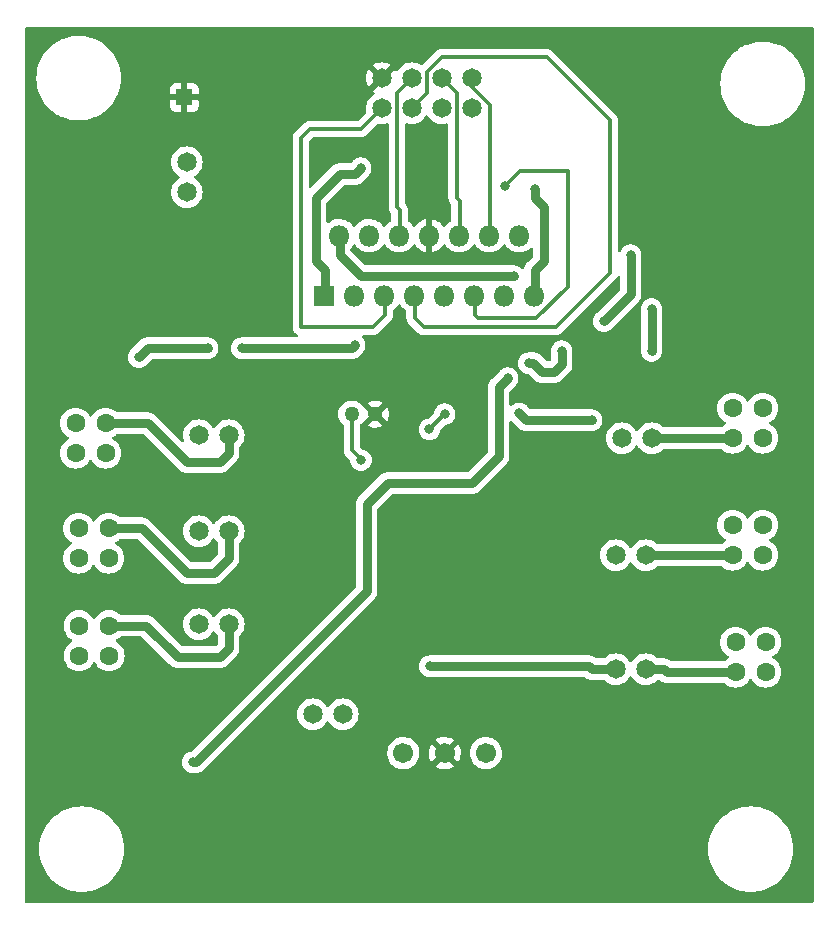
<source format=gbl>
%TF.GenerationSoftware,KiCad,Pcbnew,(6.0.9)*%
%TF.CreationDate,2022-12-21T18:09:38-05:00*%
%TF.ProjectId,MotorTestingFixture,4d6f746f-7254-4657-9374-696e67466978,v1*%
%TF.SameCoordinates,Original*%
%TF.FileFunction,Copper,L2,Bot*%
%TF.FilePolarity,Positive*%
%FSLAX46Y46*%
G04 Gerber Fmt 4.6, Leading zero omitted, Abs format (unit mm)*
G04 Created by KiCad (PCBNEW (6.0.9)) date 2022-12-21 18:09:38*
%MOMM*%
%LPD*%
G01*
G04 APERTURE LIST*
%TA.AperFunction,ComponentPad*%
%ADD10C,1.701800*%
%TD*%
%TA.AperFunction,ComponentPad*%
%ADD11C,1.270000*%
%TD*%
%TA.AperFunction,ComponentPad*%
%ADD12C,1.651000*%
%TD*%
%TA.AperFunction,ComponentPad*%
%ADD13C,1.600200*%
%TD*%
%TA.AperFunction,ComponentPad*%
%ADD14R,1.800000X1.800000*%
%TD*%
%TA.AperFunction,ComponentPad*%
%ADD15O,1.800000X1.800000*%
%TD*%
%TA.AperFunction,ComponentPad*%
%ADD16R,1.390000X1.390000*%
%TD*%
%TA.AperFunction,ViaPad*%
%ADD17C,0.800000*%
%TD*%
%TA.AperFunction,Conductor*%
%ADD18C,0.360000*%
%TD*%
%TA.AperFunction,Conductor*%
%ADD19C,0.800000*%
%TD*%
G04 APERTURE END LIST*
D10*
%TO.P,J4,1,1*%
%TO.N,Net-(C4-Pad2)*%
X136088001Y-102362000D03*
%TO.P,J4,2,2*%
%TO.N,Earth*%
X132588000Y-102362000D03*
%TO.P,J4,3,3*%
%TO.N,Net-(C3-Pad2)*%
X129088000Y-102362000D03*
%TD*%
D11*
%TO.P,C1,1,1*%
%TO.N,Net-(C1-Pad1)*%
X124714000Y-73660000D03*
%TO.P,C1,2,2*%
%TO.N,Earth*%
X126714000Y-73660000D03*
%TD*%
D12*
%TO.P,J10,1,1*%
%TO.N,Net-(CR5-Pad2)*%
X147066000Y-95250000D03*
%TO.P,J10,2,2*%
%TO.N,Net-(J17-Pad1)*%
X149606000Y-95250000D03*
%TD*%
D13*
%TO.P,J13,1,1*%
%TO.N,Net-(J13-Pad1)*%
X104177501Y-91567000D03*
%TO.P,J13,2,2*%
%TO.N,Net-(CR3-Pad2)*%
X104177501Y-94107000D03*
%TO.P,J13,3*%
%TO.N,N/C*%
X101637501Y-91567000D03*
%TO.P,J13,4*%
X101637501Y-94107000D03*
%TD*%
D14*
%TO.P,U1,1,SENSE_A*%
%TO.N,Net-(R3-Pad1)*%
X122390000Y-63630000D03*
D15*
%TO.P,U1,2,OUT1*%
%TO.N,Net-(CR1-Pad2)*%
X123660000Y-58550000D03*
%TO.P,U1,3,OUT2*%
%TO.N,Net-(CR3-Pad2)*%
X124930000Y-63630000D03*
%TO.P,U1,4,Vs*%
%TO.N,Net-(C3-Pad2)*%
X126200000Y-58550000D03*
%TO.P,U1,5,IN1*%
%TO.N,Net-(J2-Pad2)*%
X127470000Y-63630000D03*
%TO.P,U1,6,EnA*%
%TO.N,Net-(J2-Pad3)*%
X128740000Y-58550000D03*
%TO.P,U1,7,IN2*%
%TO.N,Net-(J2-Pad4)*%
X130010000Y-63630000D03*
%TO.P,U1,8,GND*%
%TO.N,Earth*%
X131280000Y-58550000D03*
%TO.P,U1,9,Vss*%
%TO.N,Net-(C1-Pad1)*%
X132550000Y-63630000D03*
%TO.P,U1,10,IN3*%
%TO.N,Net-(J2-Pad5)*%
X133820000Y-58550000D03*
%TO.P,U1,11,EnB*%
%TO.N,Net-(J2-Pad6)*%
X135090000Y-63630000D03*
%TO.P,U1,12,IN4*%
%TO.N,Net-(J2-Pad7)*%
X136360000Y-58550000D03*
%TO.P,U1,13,OUT3*%
%TO.N,Net-(CR5-Pad2)*%
X137630000Y-63630000D03*
%TO.P,U1,14,OUT4*%
%TO.N,Net-(CR7-Pad2)*%
X138900000Y-58550000D03*
%TO.P,U1,15,SENSE_B*%
%TO.N,Net-(R4-Pad1)*%
X140170000Y-63630000D03*
%TD*%
D13*
%TO.P,J15,1,1*%
%TO.N,Net-(J15-Pad1)*%
X156972000Y-75692000D03*
%TO.P,J15,2,2*%
%TO.N,Net-(CR7-Pad2)*%
X156972000Y-73152000D03*
%TO.P,J15,3*%
%TO.N,N/C*%
X159512000Y-75692000D03*
%TO.P,J15,4*%
X159512000Y-73152000D03*
%TD*%
D12*
%TO.P,J11,1,1*%
%TO.N,Net-(CR5-Pad2)*%
X147066000Y-85598000D03*
%TO.P,J11,2,2*%
%TO.N,Net-(J11-Pad2)*%
X149606000Y-85598000D03*
%TD*%
D13*
%TO.P,J17,1,1*%
%TO.N,Net-(J17-Pad1)*%
X157226000Y-95504000D03*
%TO.P,J17,2,2*%
%TO.N,Net-(CR7-Pad2)*%
X157226000Y-92964000D03*
%TO.P,J17,3*%
%TO.N,N/C*%
X159766000Y-95504000D03*
%TO.P,J17,4*%
X159766000Y-92964000D03*
%TD*%
D12*
%TO.P,J7,1,1*%
%TO.N,Net-(CR1-Pad2)*%
X111760000Y-91440000D03*
%TO.P,J7,2,2*%
%TO.N,Net-(J13-Pad1)*%
X114300000Y-91440000D03*
%TD*%
D13*
%TO.P,J12,1,1*%
%TO.N,Net-(J12-Pad1)*%
X103886000Y-74422000D03*
%TO.P,J12,2,2*%
%TO.N,Net-(CR3-Pad2)*%
X103886000Y-76962000D03*
%TO.P,J12,3*%
%TO.N,N/C*%
X101346000Y-74422000D03*
%TO.P,J12,4*%
X101346000Y-76962000D03*
%TD*%
D16*
%TO.P,J1,01,01*%
%TO.N,Earth*%
X110550000Y-46850000D03*
%TD*%
D12*
%TO.P,J8,1,1*%
%TO.N,Net-(CR1-Pad2)*%
X111760000Y-83566000D03*
%TO.P,J8,2,2*%
%TO.N,Net-(J14-Pad1)*%
X114300000Y-83566000D03*
%TD*%
%TO.P,J3,1,1*%
%TO.N,Net-(J3-Pad1)*%
X110744000Y-54864000D03*
%TO.P,J3,2,2*%
%TO.N,Net-(J3-Pad2)*%
X110744000Y-52324000D03*
%TD*%
%TO.P,J5,1,1*%
%TO.N,Net-(C4-Pad2)*%
X123952000Y-99060000D03*
%TO.P,J5,2,2*%
%TO.N,Net-(C3-Pad2)*%
X121412000Y-99060000D03*
%TD*%
%TO.P,J6,1,1*%
%TO.N,Net-(CR1-Pad2)*%
X111760000Y-75438000D03*
%TO.P,J6,2,2*%
%TO.N,Net-(J12-Pad1)*%
X114300000Y-75438000D03*
%TD*%
D13*
%TO.P,J16,1,1*%
%TO.N,Net-(J11-Pad2)*%
X156972000Y-85598000D03*
%TO.P,J16,2,2*%
%TO.N,Net-(CR7-Pad2)*%
X156972000Y-83058000D03*
%TO.P,J16,3*%
%TO.N,N/C*%
X159512000Y-85598000D03*
%TO.P,J16,4*%
X159512000Y-83058000D03*
%TD*%
D12*
%TO.P,J9,1,1*%
%TO.N,Net-(CR5-Pad2)*%
X147574000Y-75692000D03*
%TO.P,J9,2,2*%
%TO.N,Net-(J15-Pad1)*%
X150114000Y-75692000D03*
%TD*%
%TO.P,J2,1,1*%
%TO.N,Earth*%
X127254000Y-45212000D03*
%TO.P,J2,2,2*%
%TO.N,Net-(J2-Pad2)*%
X127254000Y-47752000D03*
%TO.P,J2,3,3*%
%TO.N,Net-(J2-Pad3)*%
X129794000Y-45212000D03*
%TO.P,J2,4,4*%
%TO.N,Net-(J2-Pad4)*%
X129794000Y-47752000D03*
%TO.P,J2,5,5*%
%TO.N,Net-(J2-Pad5)*%
X132334000Y-45212000D03*
%TO.P,J2,6,6*%
%TO.N,Net-(J2-Pad6)*%
X132334000Y-47752000D03*
%TO.P,J2,7,7*%
%TO.N,Net-(J2-Pad7)*%
X134874000Y-45212000D03*
%TO.P,J2,8,8*%
%TO.N,Earth*%
X134874000Y-47752000D03*
%TD*%
D13*
%TO.P,J14,1,1*%
%TO.N,Net-(J14-Pad1)*%
X104140000Y-83312000D03*
%TO.P,J14,2,2*%
%TO.N,Net-(CR3-Pad2)*%
X104140000Y-85852000D03*
%TO.P,J14,3*%
%TO.N,N/C*%
X101600000Y-83312000D03*
%TO.P,J14,4*%
X101600000Y-85852000D03*
%TD*%
D17*
%TO.N,Net-(C1-Pad1)*%
X131300000Y-74950000D03*
X132588000Y-73660000D03*
X125500000Y-77550000D03*
%TO.N,Earth*%
X126450000Y-54600000D03*
X130950000Y-67450000D03*
%TO.N,Net-(CR1-Pad2)*%
X138430000Y-61976000D03*
X150100000Y-64750000D03*
X150100000Y-68300000D03*
%TO.N,Net-(CR3-Pad2)*%
X112522000Y-68072000D03*
X115402452Y-68076800D03*
X124968000Y-67818000D03*
X106680000Y-68834000D03*
%TO.N,Net-(CR5-Pad2)*%
X145034000Y-74168000D03*
X131318000Y-94996000D03*
X138900000Y-73600000D03*
%TO.N,Net-(CR7-Pad2)*%
X137922000Y-70612000D03*
X146050000Y-65786000D03*
X139700000Y-69342000D03*
X148336000Y-60198000D03*
X111252000Y-103124000D03*
X142494000Y-68326000D03*
%TO.N,Net-(J2-Pad6)*%
X137668000Y-54356000D03*
%TO.N,Net-(R3-Pad1)*%
X125476000Y-52832000D03*
%TO.N,Net-(R4-Pad1)*%
X140208000Y-54610000D03*
%TD*%
D18*
%TO.N,Net-(C1-Pad1)*%
X124714000Y-76714000D02*
X125500000Y-77500000D01*
X131300000Y-74948000D02*
X132588000Y-73660000D01*
X125500000Y-77500000D02*
X125500000Y-77550000D01*
X124714000Y-76714000D02*
X124714000Y-73660000D01*
X131300000Y-74950000D02*
X131300000Y-74948000D01*
D19*
%TO.N,Net-(CR1-Pad2)*%
X123700000Y-60186000D02*
X123700000Y-58600000D01*
X123693000Y-60193000D02*
X125476000Y-61976000D01*
X123693000Y-60193000D02*
X123700000Y-60186000D01*
X150100000Y-68300000D02*
X150100000Y-64750000D01*
X125476000Y-61976000D02*
X138430000Y-61976000D01*
%TO.N,Net-(CR3-Pad2)*%
X115402452Y-68076800D02*
X124709200Y-68076800D01*
X124709200Y-68076800D02*
X124968000Y-67818000D01*
X107442000Y-68072000D02*
X106680000Y-68834000D01*
X112522000Y-68072000D02*
X107442000Y-68072000D01*
%TO.N,Net-(CR5-Pad2)*%
X145034000Y-95250000D02*
X144780000Y-94996000D01*
X139468000Y-74168000D02*
X145034000Y-74168000D01*
X144780000Y-94996000D02*
X131318000Y-94996000D01*
X147066000Y-95250000D02*
X145034000Y-95250000D01*
X138900000Y-73600000D02*
X139468000Y-74168000D01*
%TO.N,Net-(CR7-Pad2)*%
X148336000Y-60198000D02*
X148336000Y-63500000D01*
X142494000Y-69456000D02*
X142494000Y-68326000D01*
X140092000Y-69342000D02*
X140850000Y-70100000D01*
X140850000Y-70100000D02*
X141850000Y-70100000D01*
X139700000Y-69342000D02*
X140092000Y-69342000D01*
X137160000Y-71374000D02*
X137160000Y-77216000D01*
X111506000Y-103124000D02*
X111252000Y-103124000D01*
X127762000Y-79502000D02*
X125984000Y-81280000D01*
X134874000Y-79502000D02*
X127762000Y-79502000D01*
X125984000Y-81280000D02*
X125984000Y-88646000D01*
X137922000Y-70612000D02*
X137160000Y-71374000D01*
X125984000Y-88646000D02*
X111506000Y-103124000D01*
X141850000Y-70100000D02*
X142494000Y-69456000D01*
X148336000Y-63500000D02*
X146050000Y-65786000D01*
X137160000Y-77216000D02*
X134874000Y-79502000D01*
D18*
%TO.N,Net-(J2-Pad3)*%
X129794000Y-45212000D02*
X128534500Y-46471500D01*
X128773000Y-56393000D02*
X128773000Y-58691000D01*
X128778000Y-56388000D02*
X128773000Y-56393000D01*
X128534500Y-56144500D02*
X128778000Y-56388000D01*
X128534500Y-46471500D02*
X128534500Y-56144500D01*
%TO.N,Net-(J2-Pad2)*%
X126492000Y-66294000D02*
X127503000Y-65283000D01*
X121158000Y-49530000D02*
X120396000Y-50292000D01*
X120396000Y-50292000D02*
X120396000Y-66294000D01*
X125476000Y-49530000D02*
X121158000Y-49530000D01*
X127254000Y-47752000D02*
X125476000Y-49530000D01*
X120396000Y-66294000D02*
X126492000Y-66294000D01*
X127503000Y-65283000D02*
X127503000Y-63771000D01*
%TO.N,Net-(J2-Pad4)*%
X141224000Y-43434000D02*
X146558000Y-48768000D01*
X146558000Y-58842000D02*
X146558000Y-61722000D01*
X141986000Y-66294000D02*
X130810000Y-66294000D01*
X131074500Y-46471500D02*
X131074500Y-44690298D01*
X132330798Y-43434000D02*
X141224000Y-43434000D01*
X130043000Y-65527000D02*
X130043000Y-63771000D01*
X129794000Y-47752000D02*
X131074500Y-46471500D01*
X130810000Y-66294000D02*
X130043000Y-65527000D01*
X131074500Y-44690298D02*
X132330798Y-43434000D01*
X146558000Y-61722000D02*
X141986000Y-66294000D01*
X146558000Y-48768000D02*
X146558000Y-58842000D01*
D19*
%TO.N,Net-(J12-Pad1)*%
X113538000Y-77724000D02*
X110744000Y-77724000D01*
X114300000Y-76962000D02*
X113538000Y-77724000D01*
X110744000Y-77724000D02*
X107442000Y-74422000D01*
X114300000Y-75438000D02*
X114300000Y-76962000D01*
X107442000Y-74422000D02*
X103886000Y-74422000D01*
%TO.N,Net-(J13-Pad1)*%
X114300000Y-91440000D02*
X114300000Y-93472000D01*
X104177501Y-91567000D02*
X107315000Y-91567000D01*
X113538000Y-94234000D02*
X109982000Y-94234000D01*
X114300000Y-93472000D02*
X113538000Y-94234000D01*
X107315000Y-91567000D02*
X109982000Y-94234000D01*
%TO.N,Net-(J14-Pad1)*%
X113030000Y-87122000D02*
X110744000Y-87122000D01*
X114300000Y-83566000D02*
X114300000Y-85852000D01*
X110744000Y-87122000D02*
X106934000Y-83312000D01*
X106934000Y-83312000D02*
X104140000Y-83312000D01*
X114300000Y-85852000D02*
X113030000Y-87122000D01*
D18*
%TO.N,Net-(J2-Pad5)*%
X132334000Y-45212000D02*
X133593500Y-46471500D01*
X133593500Y-46471500D02*
X133593500Y-55361500D01*
X133593500Y-55361500D02*
X133858000Y-55626000D01*
X133858000Y-55626000D02*
X133853000Y-55631000D01*
X133853000Y-55631000D02*
X133853000Y-58691000D01*
%TO.N,Net-(J2-Pad6)*%
X143002000Y-53086000D02*
X143002000Y-62858561D01*
X138938000Y-53086000D02*
X137668000Y-54356000D01*
X143002000Y-62858561D02*
X140328561Y-65532000D01*
X135128000Y-63776000D02*
X135123000Y-63771000D01*
X143002000Y-53086000D02*
X138938000Y-53086000D01*
X135382000Y-65532000D02*
X135128000Y-65278000D01*
X140328561Y-65532000D02*
X135382000Y-65532000D01*
X135128000Y-65278000D02*
X135128000Y-63776000D01*
D19*
%TO.N,Net-(R3-Pad1)*%
X124968000Y-53340000D02*
X125476000Y-52832000D01*
X122423000Y-61463000D02*
X122423000Y-63771000D01*
X121666000Y-55372000D02*
X123698000Y-53340000D01*
X121666000Y-60706000D02*
X122423000Y-61463000D01*
X121666000Y-60706000D02*
X121666000Y-55372000D01*
X123698000Y-53340000D02*
X124968000Y-53340000D01*
%TO.N,Net-(R4-Pad1)*%
X140970000Y-60198000D02*
X140970000Y-60706000D01*
X140970000Y-60198000D02*
X140970000Y-57912000D01*
X140970000Y-57912000D02*
X140970000Y-56134000D01*
X140970000Y-60706000D02*
X140203000Y-61473000D01*
X140208000Y-55372000D02*
X140208000Y-54610000D01*
X140203000Y-61473000D02*
X140203000Y-63771000D01*
X140970000Y-56134000D02*
X140208000Y-55372000D01*
D18*
%TO.N,Net-(J2-Pad7)*%
X136393000Y-47489798D02*
X136393000Y-58691000D01*
X134874000Y-45212000D02*
X134874000Y-45970798D01*
X134874000Y-45970798D02*
X136393000Y-47489798D01*
D19*
%TO.N,Net-(J15-Pad1)*%
X150114000Y-75692000D02*
X156972000Y-75692000D01*
%TO.N,Net-(J17-Pad1)*%
X149606000Y-95250000D02*
X151130000Y-95250000D01*
X151384000Y-95504000D02*
X157226000Y-95504000D01*
X151130000Y-95250000D02*
X151384000Y-95504000D01*
%TO.N,Net-(J11-Pad2)*%
X149606000Y-85598000D02*
X156972000Y-85598000D01*
%TD*%
%TA.AperFunction,Conductor*%
%TO.N,Earth*%
G36*
X163771621Y-40914502D02*
G01*
X163818114Y-40968158D01*
X163829500Y-41020500D01*
X163829500Y-114935500D01*
X163809498Y-115003621D01*
X163755842Y-115050114D01*
X163703500Y-115061500D01*
X97154500Y-115061500D01*
X97086379Y-115041498D01*
X97039886Y-114987842D01*
X97028500Y-114935500D01*
X97028500Y-110490000D01*
X98240082Y-110490000D01*
X98259879Y-110867757D01*
X98319055Y-111241376D01*
X98416960Y-111606762D01*
X98552522Y-111959913D01*
X98724255Y-112296959D01*
X98930279Y-112614208D01*
X99168336Y-112908183D01*
X99435817Y-113175664D01*
X99729792Y-113413721D01*
X100047041Y-113619745D01*
X100384087Y-113791478D01*
X100737238Y-113927040D01*
X101102624Y-114024945D01*
X101301037Y-114056371D01*
X101472995Y-114083607D01*
X101473003Y-114083608D01*
X101476243Y-114084121D01*
X101854000Y-114103918D01*
X102231757Y-114084121D01*
X102234997Y-114083608D01*
X102235005Y-114083607D01*
X102406963Y-114056371D01*
X102605376Y-114024945D01*
X102970762Y-113927040D01*
X103323913Y-113791478D01*
X103660959Y-113619745D01*
X103978208Y-113413721D01*
X104272183Y-113175664D01*
X104539664Y-112908183D01*
X104777721Y-112614208D01*
X104983745Y-112296959D01*
X105155478Y-111959913D01*
X105291040Y-111606762D01*
X105388945Y-111241376D01*
X105448121Y-110867757D01*
X105467918Y-110490000D01*
X154882082Y-110490000D01*
X154901879Y-110867757D01*
X154961055Y-111241376D01*
X155058960Y-111606762D01*
X155194522Y-111959913D01*
X155366255Y-112296959D01*
X155572279Y-112614208D01*
X155810336Y-112908183D01*
X156077817Y-113175664D01*
X156371792Y-113413721D01*
X156689041Y-113619745D01*
X157026087Y-113791478D01*
X157379238Y-113927040D01*
X157744624Y-114024945D01*
X157943037Y-114056371D01*
X158114995Y-114083607D01*
X158115003Y-114083608D01*
X158118243Y-114084121D01*
X158496000Y-114103918D01*
X158873757Y-114084121D01*
X158876997Y-114083608D01*
X158877005Y-114083607D01*
X159048963Y-114056371D01*
X159247376Y-114024945D01*
X159612762Y-113927040D01*
X159965913Y-113791478D01*
X160302959Y-113619745D01*
X160620208Y-113413721D01*
X160914183Y-113175664D01*
X161181664Y-112908183D01*
X161419721Y-112614208D01*
X161625745Y-112296959D01*
X161797478Y-111959913D01*
X161933040Y-111606762D01*
X162030945Y-111241376D01*
X162090121Y-110867757D01*
X162109918Y-110490000D01*
X162090121Y-110112243D01*
X162030945Y-109738624D01*
X161933040Y-109373238D01*
X161797478Y-109020087D01*
X161625745Y-108683041D01*
X161419721Y-108365792D01*
X161181664Y-108071817D01*
X160914183Y-107804336D01*
X160620208Y-107566279D01*
X160302959Y-107360255D01*
X159965913Y-107188522D01*
X159612762Y-107052960D01*
X159247376Y-106955055D01*
X159048963Y-106923629D01*
X158877005Y-106896393D01*
X158876997Y-106896392D01*
X158873757Y-106895879D01*
X158496000Y-106876082D01*
X158118243Y-106895879D01*
X158115003Y-106896392D01*
X158114995Y-106896393D01*
X157943037Y-106923629D01*
X157744624Y-106955055D01*
X157379238Y-107052960D01*
X157026087Y-107188522D01*
X156689041Y-107360255D01*
X156371792Y-107566279D01*
X156077817Y-107804336D01*
X155810336Y-108071817D01*
X155572279Y-108365792D01*
X155366255Y-108683041D01*
X155194522Y-109020087D01*
X155058960Y-109373238D01*
X154961055Y-109738624D01*
X154901879Y-110112243D01*
X154883504Y-110462858D01*
X154882082Y-110490000D01*
X105467918Y-110490000D01*
X105448121Y-110112243D01*
X105388945Y-109738624D01*
X105291040Y-109373238D01*
X105155478Y-109020087D01*
X104983745Y-108683041D01*
X104777721Y-108365792D01*
X104539664Y-108071817D01*
X104272183Y-107804336D01*
X103978208Y-107566279D01*
X103660959Y-107360255D01*
X103323913Y-107188522D01*
X102970762Y-107052960D01*
X102605376Y-106955055D01*
X102406963Y-106923629D01*
X102235005Y-106896393D01*
X102234997Y-106896392D01*
X102231757Y-106895879D01*
X101854000Y-106876082D01*
X101476243Y-106895879D01*
X101473003Y-106896392D01*
X101472995Y-106896393D01*
X101301037Y-106923629D01*
X101102624Y-106955055D01*
X100737238Y-107052960D01*
X100384087Y-107188522D01*
X100047041Y-107360255D01*
X99729792Y-107566279D01*
X99435817Y-107804336D01*
X99168336Y-108071817D01*
X98930279Y-108365792D01*
X98724255Y-108683041D01*
X98552522Y-109020087D01*
X98416960Y-109373238D01*
X98319055Y-109738624D01*
X98259879Y-110112243D01*
X98241504Y-110462858D01*
X98240082Y-110490000D01*
X97028500Y-110490000D01*
X97028500Y-103124000D01*
X110338496Y-103124000D01*
X110339186Y-103130565D01*
X110342810Y-103165045D01*
X110343500Y-103178216D01*
X110343500Y-103219487D01*
X110352082Y-103259864D01*
X110354143Y-103272872D01*
X110358458Y-103313928D01*
X110360497Y-103320202D01*
X110360498Y-103320209D01*
X110371212Y-103353183D01*
X110374625Y-103365920D01*
X110383206Y-103406288D01*
X110399999Y-103444006D01*
X110404718Y-103456302D01*
X110417473Y-103495556D01*
X110437747Y-103530671D01*
X110438104Y-103531290D01*
X110444091Y-103543039D01*
X110460882Y-103580752D01*
X110464761Y-103586091D01*
X110464764Y-103586096D01*
X110485146Y-103614149D01*
X110492325Y-103625202D01*
X110512960Y-103660944D01*
X110517380Y-103665853D01*
X110517383Y-103665857D01*
X110540575Y-103691614D01*
X110548871Y-103701857D01*
X110573134Y-103735253D01*
X110578036Y-103739667D01*
X110578038Y-103739669D01*
X110603806Y-103762871D01*
X110613129Y-103772194D01*
X110636128Y-103797736D01*
X110640747Y-103802866D01*
X110674143Y-103827129D01*
X110684386Y-103835425D01*
X110710143Y-103858617D01*
X110710146Y-103858619D01*
X110715056Y-103863040D01*
X110750798Y-103883675D01*
X110761851Y-103890854D01*
X110789904Y-103911236D01*
X110789909Y-103911239D01*
X110795248Y-103915118D01*
X110801275Y-103917801D01*
X110801276Y-103917802D01*
X110832959Y-103931908D01*
X110844708Y-103937895D01*
X110880444Y-103958527D01*
X110886727Y-103960568D01*
X110886728Y-103960569D01*
X110919696Y-103971281D01*
X110931994Y-103976001D01*
X110969712Y-103992794D01*
X110976165Y-103994166D01*
X110976169Y-103994167D01*
X111010080Y-104001375D01*
X111022817Y-104004788D01*
X111055791Y-104015502D01*
X111055798Y-104015503D01*
X111062072Y-104017542D01*
X111068633Y-104018232D01*
X111068635Y-104018232D01*
X111082690Y-104019709D01*
X111103128Y-104021857D01*
X111116136Y-104023918D01*
X111156513Y-104032500D01*
X111424583Y-104032500D01*
X111444292Y-104034051D01*
X111458190Y-104036252D01*
X111464777Y-104035907D01*
X111464782Y-104035907D01*
X111526480Y-104032673D01*
X111533074Y-104032500D01*
X111553610Y-104032500D01*
X111556882Y-104032156D01*
X111556884Y-104032156D01*
X111574042Y-104030353D01*
X111580616Y-104029836D01*
X111642308Y-104026603D01*
X111642312Y-104026602D01*
X111648903Y-104026257D01*
X111655284Y-104024547D01*
X111655286Y-104024547D01*
X111662491Y-104022617D01*
X111681925Y-104019015D01*
X111689354Y-104018234D01*
X111689363Y-104018232D01*
X111695928Y-104017542D01*
X111760997Y-103996400D01*
X111767299Y-103994533D01*
X111833370Y-103976829D01*
X111845908Y-103970440D01*
X111864174Y-103962875D01*
X111871272Y-103960569D01*
X111871274Y-103960568D01*
X111877556Y-103958527D01*
X111936785Y-103924331D01*
X111942579Y-103921185D01*
X112003530Y-103890129D01*
X112014467Y-103881273D01*
X112030763Y-103870073D01*
X112037224Y-103866343D01*
X112037228Y-103866340D01*
X112042944Y-103863040D01*
X112047850Y-103858623D01*
X112047855Y-103858619D01*
X112093769Y-103817278D01*
X112098784Y-103812994D01*
X112107282Y-103806112D01*
X112114741Y-103800072D01*
X112129256Y-103785557D01*
X112134041Y-103781016D01*
X112143839Y-103772194D01*
X112184866Y-103735253D01*
X112193140Y-103723865D01*
X112205981Y-103708832D01*
X113586140Y-102328673D01*
X127724348Y-102328673D01*
X127724645Y-102333825D01*
X127724645Y-102333829D01*
X127729917Y-102425257D01*
X127737216Y-102551840D01*
X127738353Y-102556886D01*
X127738354Y-102556892D01*
X127758240Y-102645132D01*
X127786360Y-102769909D01*
X127870460Y-102977024D01*
X127987259Y-103167621D01*
X128133618Y-103336583D01*
X128137593Y-103339883D01*
X128137596Y-103339886D01*
X128195056Y-103387590D01*
X128305608Y-103479372D01*
X128498610Y-103592153D01*
X128503430Y-103593993D01*
X128503435Y-103593996D01*
X128605659Y-103633031D01*
X128707440Y-103671897D01*
X128712508Y-103672928D01*
X128712511Y-103672929D01*
X128804350Y-103691614D01*
X128926490Y-103716464D01*
X128931663Y-103716654D01*
X128931666Y-103716654D01*
X129144714Y-103724466D01*
X129144718Y-103724466D01*
X129149878Y-103724655D01*
X129154998Y-103723999D01*
X129155000Y-103723999D01*
X129366476Y-103696908D01*
X129366477Y-103696908D01*
X129371604Y-103696251D01*
X129460530Y-103669572D01*
X129580760Y-103633501D01*
X129585713Y-103632015D01*
X129590352Y-103629742D01*
X129590358Y-103629740D01*
X129781819Y-103535944D01*
X129786457Y-103533672D01*
X129851172Y-103487511D01*
X131827319Y-103487511D01*
X131832600Y-103494565D01*
X131994365Y-103589093D01*
X132003651Y-103593543D01*
X132202754Y-103669572D01*
X132212647Y-103672446D01*
X132421470Y-103714932D01*
X132431727Y-103716155D01*
X132644691Y-103723964D01*
X132654977Y-103723497D01*
X132866368Y-103696417D01*
X132876454Y-103694274D01*
X133080587Y-103633031D01*
X133090164Y-103629278D01*
X133281565Y-103535512D01*
X133290403Y-103530243D01*
X133337893Y-103496369D01*
X133346293Y-103485669D01*
X133339306Y-103472516D01*
X132600812Y-102734022D01*
X132586868Y-102726408D01*
X132585035Y-102726539D01*
X132578420Y-102730790D01*
X131834079Y-103475131D01*
X131827319Y-103487511D01*
X129851172Y-103487511D01*
X129868528Y-103475131D01*
X129964230Y-103406868D01*
X129964235Y-103406864D01*
X129968442Y-103403863D01*
X130126783Y-103246074D01*
X130257227Y-103064542D01*
X130259648Y-103059645D01*
X130353976Y-102868786D01*
X130353977Y-102868784D01*
X130356270Y-102864144D01*
X130421253Y-102650259D01*
X130450431Y-102428634D01*
X130450621Y-102420877D01*
X130451977Y-102365365D01*
X130451977Y-102365361D01*
X130452059Y-102362000D01*
X130449744Y-102333841D01*
X131225147Y-102333841D01*
X131237415Y-102546601D01*
X131238851Y-102556822D01*
X131285703Y-102764717D01*
X131288782Y-102774545D01*
X131368964Y-102972010D01*
X131373607Y-102981201D01*
X131453806Y-103112074D01*
X131464263Y-103121534D01*
X131473039Y-103117751D01*
X132215978Y-102374812D01*
X132222356Y-102363132D01*
X132952408Y-102363132D01*
X132952539Y-102364965D01*
X132956790Y-102371580D01*
X133699119Y-103113909D01*
X133711129Y-103120468D01*
X133722868Y-103111500D01*
X133753778Y-103068484D01*
X133759089Y-103059645D01*
X133853509Y-102868601D01*
X133857307Y-102859008D01*
X133919260Y-102655097D01*
X133921437Y-102645027D01*
X133949492Y-102431931D01*
X133950011Y-102425257D01*
X133951475Y-102365365D01*
X133951281Y-102358647D01*
X133948817Y-102328673D01*
X134724349Y-102328673D01*
X134724646Y-102333825D01*
X134724646Y-102333829D01*
X134729918Y-102425257D01*
X134737217Y-102551840D01*
X134738354Y-102556886D01*
X134738355Y-102556892D01*
X134758241Y-102645132D01*
X134786361Y-102769909D01*
X134870461Y-102977024D01*
X134987260Y-103167621D01*
X135133619Y-103336583D01*
X135137594Y-103339883D01*
X135137597Y-103339886D01*
X135195057Y-103387590D01*
X135305609Y-103479372D01*
X135498611Y-103592153D01*
X135503431Y-103593993D01*
X135503436Y-103593996D01*
X135605660Y-103633031D01*
X135707441Y-103671897D01*
X135712509Y-103672928D01*
X135712512Y-103672929D01*
X135804351Y-103691614D01*
X135926491Y-103716464D01*
X135931664Y-103716654D01*
X135931667Y-103716654D01*
X136144715Y-103724466D01*
X136144719Y-103724466D01*
X136149879Y-103724655D01*
X136154999Y-103723999D01*
X136155001Y-103723999D01*
X136366477Y-103696908D01*
X136366478Y-103696908D01*
X136371605Y-103696251D01*
X136460531Y-103669572D01*
X136580761Y-103633501D01*
X136585714Y-103632015D01*
X136590353Y-103629742D01*
X136590359Y-103629740D01*
X136781820Y-103535944D01*
X136786458Y-103533672D01*
X136868529Y-103475131D01*
X136964231Y-103406868D01*
X136964236Y-103406864D01*
X136968443Y-103403863D01*
X137126784Y-103246074D01*
X137257228Y-103064542D01*
X137259649Y-103059645D01*
X137353977Y-102868786D01*
X137353978Y-102868784D01*
X137356271Y-102864144D01*
X137421254Y-102650259D01*
X137450432Y-102428634D01*
X137450622Y-102420877D01*
X137451978Y-102365365D01*
X137451978Y-102365361D01*
X137452060Y-102362000D01*
X137433744Y-102139214D01*
X137379286Y-101922411D01*
X137290151Y-101717413D01*
X137168731Y-101529726D01*
X137018287Y-101364390D01*
X137014236Y-101361191D01*
X137014232Y-101361187D01*
X136846915Y-101229048D01*
X136846911Y-101229046D01*
X136842860Y-101225846D01*
X136810067Y-101207743D01*
X136783017Y-101192811D01*
X136647160Y-101117814D01*
X136442688Y-101045407D01*
X136441316Y-101044921D01*
X136441313Y-101044920D01*
X136436444Y-101043196D01*
X136431355Y-101042289D01*
X136431353Y-101042289D01*
X136221459Y-101004901D01*
X136221453Y-101004900D01*
X136216370Y-101003995D01*
X136130708Y-101002948D01*
X135998018Y-101001327D01*
X135998016Y-101001327D01*
X135992849Y-101001264D01*
X135771883Y-101035076D01*
X135623949Y-101083429D01*
X135564326Y-101102916D01*
X135564324Y-101102917D01*
X135559407Y-101104524D01*
X135554821Y-101106911D01*
X135554817Y-101106913D01*
X135365719Y-101205352D01*
X135361126Y-101207743D01*
X135182366Y-101341959D01*
X135027928Y-101503570D01*
X135025014Y-101507842D01*
X135025013Y-101507843D01*
X135007125Y-101534066D01*
X134901959Y-101688234D01*
X134807841Y-101890993D01*
X134748103Y-102106401D01*
X134724349Y-102328673D01*
X133948817Y-102328673D01*
X133933671Y-102144447D01*
X133931988Y-102134285D01*
X133880069Y-101927585D01*
X133876748Y-101917830D01*
X133791772Y-101722399D01*
X133786894Y-101713302D01*
X133721713Y-101612548D01*
X133711028Y-101603345D01*
X133701461Y-101607749D01*
X132960022Y-102349188D01*
X132952408Y-102363132D01*
X132222356Y-102363132D01*
X132223592Y-102360868D01*
X132223461Y-102359035D01*
X132219210Y-102352420D01*
X131477202Y-101610412D01*
X131465666Y-101604112D01*
X131453383Y-101613735D01*
X131405306Y-101684213D01*
X131400217Y-101693171D01*
X131310488Y-101886475D01*
X131306929Y-101896150D01*
X131249977Y-102101512D01*
X131248046Y-102111632D01*
X131225399Y-102323552D01*
X131225147Y-102333841D01*
X130449744Y-102333841D01*
X130433743Y-102139214D01*
X130379285Y-101922411D01*
X130290150Y-101717413D01*
X130168730Y-101529726D01*
X130018286Y-101364390D01*
X130014235Y-101361191D01*
X130014231Y-101361187D01*
X129857976Y-101237784D01*
X131828579Y-101237784D01*
X131835324Y-101250114D01*
X132575188Y-101989978D01*
X132589132Y-101997592D01*
X132590965Y-101997461D01*
X132597580Y-101993210D01*
X133342030Y-101248760D01*
X133349051Y-101235903D01*
X133342227Y-101226538D01*
X133338054Y-101223765D01*
X133151479Y-101120771D01*
X133142080Y-101116546D01*
X132941190Y-101045407D01*
X132931220Y-101042773D01*
X132721411Y-101005401D01*
X132711158Y-101004432D01*
X132498052Y-101001828D01*
X132487769Y-101002548D01*
X132277112Y-101034783D01*
X132267084Y-101037172D01*
X132064518Y-101103380D01*
X132055008Y-101107377D01*
X131865982Y-101205778D01*
X131857257Y-101211272D01*
X131837033Y-101226457D01*
X131828579Y-101237784D01*
X129857976Y-101237784D01*
X129846914Y-101229048D01*
X129846910Y-101229046D01*
X129842859Y-101225846D01*
X129810066Y-101207743D01*
X129783016Y-101192811D01*
X129647159Y-101117814D01*
X129442687Y-101045407D01*
X129441315Y-101044921D01*
X129441312Y-101044920D01*
X129436443Y-101043196D01*
X129431354Y-101042289D01*
X129431352Y-101042289D01*
X129221458Y-101004901D01*
X129221452Y-101004900D01*
X129216369Y-101003995D01*
X129130707Y-101002948D01*
X128998017Y-101001327D01*
X128998015Y-101001327D01*
X128992848Y-101001264D01*
X128771882Y-101035076D01*
X128623948Y-101083429D01*
X128564325Y-101102916D01*
X128564323Y-101102917D01*
X128559406Y-101104524D01*
X128554820Y-101106911D01*
X128554816Y-101106913D01*
X128365718Y-101205352D01*
X128361125Y-101207743D01*
X128182365Y-101341959D01*
X128027927Y-101503570D01*
X128025013Y-101507842D01*
X128025012Y-101507843D01*
X128007124Y-101534066D01*
X127901958Y-101688234D01*
X127807840Y-101890993D01*
X127748102Y-102106401D01*
X127724348Y-102328673D01*
X113586140Y-102328673D01*
X116854813Y-99060000D01*
X120072904Y-99060000D01*
X120093248Y-99292532D01*
X120153661Y-99517998D01*
X120155983Y-99522978D01*
X120155984Y-99522980D01*
X120249983Y-99724561D01*
X120249986Y-99724566D01*
X120252309Y-99729548D01*
X120386193Y-99920754D01*
X120551246Y-100085807D01*
X120555754Y-100088964D01*
X120555757Y-100088966D01*
X120737943Y-100216534D01*
X120742452Y-100219691D01*
X120747434Y-100222014D01*
X120747439Y-100222017D01*
X120949020Y-100316016D01*
X120954002Y-100318339D01*
X120959310Y-100319761D01*
X120959312Y-100319762D01*
X121174153Y-100377328D01*
X121174155Y-100377328D01*
X121179468Y-100378752D01*
X121412000Y-100399096D01*
X121644532Y-100378752D01*
X121649845Y-100377328D01*
X121649847Y-100377328D01*
X121864688Y-100319762D01*
X121864690Y-100319761D01*
X121869998Y-100318339D01*
X121874980Y-100316016D01*
X122076561Y-100222017D01*
X122076566Y-100222014D01*
X122081548Y-100219691D01*
X122086057Y-100216534D01*
X122268243Y-100088966D01*
X122268246Y-100088964D01*
X122272754Y-100085807D01*
X122437807Y-99920754D01*
X122571691Y-99729548D01*
X122573274Y-99726153D01*
X122624266Y-99677534D01*
X122693980Y-99664100D01*
X122759890Y-99690488D01*
X122790647Y-99725983D01*
X122792309Y-99729548D01*
X122926193Y-99920754D01*
X123091246Y-100085807D01*
X123095754Y-100088964D01*
X123095757Y-100088966D01*
X123277943Y-100216534D01*
X123282452Y-100219691D01*
X123287434Y-100222014D01*
X123287439Y-100222017D01*
X123489020Y-100316016D01*
X123494002Y-100318339D01*
X123499310Y-100319761D01*
X123499312Y-100319762D01*
X123714153Y-100377328D01*
X123714155Y-100377328D01*
X123719468Y-100378752D01*
X123952000Y-100399096D01*
X124184532Y-100378752D01*
X124189845Y-100377328D01*
X124189847Y-100377328D01*
X124404688Y-100319762D01*
X124404690Y-100319761D01*
X124409998Y-100318339D01*
X124414980Y-100316016D01*
X124616561Y-100222017D01*
X124616566Y-100222014D01*
X124621548Y-100219691D01*
X124626057Y-100216534D01*
X124808243Y-100088966D01*
X124808246Y-100088964D01*
X124812754Y-100085807D01*
X124977807Y-99920754D01*
X125111691Y-99729548D01*
X125114014Y-99724566D01*
X125114017Y-99724561D01*
X125208016Y-99522980D01*
X125208017Y-99522978D01*
X125210339Y-99517998D01*
X125270752Y-99292532D01*
X125291096Y-99060000D01*
X125270752Y-98827468D01*
X125210339Y-98602002D01*
X125135946Y-98442466D01*
X125114017Y-98395439D01*
X125114014Y-98395434D01*
X125111691Y-98390452D01*
X124977807Y-98199246D01*
X124812754Y-98034193D01*
X124808246Y-98031036D01*
X124808243Y-98031034D01*
X124626057Y-97903466D01*
X124626055Y-97903465D01*
X124621548Y-97900309D01*
X124616566Y-97897986D01*
X124616561Y-97897983D01*
X124414980Y-97803984D01*
X124414978Y-97803983D01*
X124409998Y-97801661D01*
X124404690Y-97800239D01*
X124404688Y-97800238D01*
X124189847Y-97742672D01*
X124189845Y-97742672D01*
X124184532Y-97741248D01*
X123952000Y-97720904D01*
X123719468Y-97741248D01*
X123714155Y-97742672D01*
X123714153Y-97742672D01*
X123499312Y-97800238D01*
X123499310Y-97800239D01*
X123494002Y-97801661D01*
X123489022Y-97803983D01*
X123489020Y-97803984D01*
X123287439Y-97897983D01*
X123287434Y-97897986D01*
X123282452Y-97900309D01*
X123277945Y-97903465D01*
X123277943Y-97903466D01*
X123095757Y-98031034D01*
X123095754Y-98031036D01*
X123091246Y-98034193D01*
X122926193Y-98199246D01*
X122792309Y-98390452D01*
X122790726Y-98393847D01*
X122739734Y-98442466D01*
X122670020Y-98455900D01*
X122604110Y-98429512D01*
X122573353Y-98394017D01*
X122571691Y-98390452D01*
X122437807Y-98199246D01*
X122272754Y-98034193D01*
X122268246Y-98031036D01*
X122268243Y-98031034D01*
X122086057Y-97903466D01*
X122086055Y-97903465D01*
X122081548Y-97900309D01*
X122076566Y-97897986D01*
X122076561Y-97897983D01*
X121874980Y-97803984D01*
X121874978Y-97803983D01*
X121869998Y-97801661D01*
X121864690Y-97800239D01*
X121864688Y-97800238D01*
X121649847Y-97742672D01*
X121649845Y-97742672D01*
X121644532Y-97741248D01*
X121412000Y-97720904D01*
X121179468Y-97741248D01*
X121174155Y-97742672D01*
X121174153Y-97742672D01*
X120959312Y-97800238D01*
X120959310Y-97800239D01*
X120954002Y-97801661D01*
X120949022Y-97803983D01*
X120949020Y-97803984D01*
X120747439Y-97897983D01*
X120747434Y-97897986D01*
X120742452Y-97900309D01*
X120737945Y-97903465D01*
X120737943Y-97903466D01*
X120555757Y-98031034D01*
X120555754Y-98031036D01*
X120551246Y-98034193D01*
X120386193Y-98199246D01*
X120252309Y-98390452D01*
X120249986Y-98395434D01*
X120249983Y-98395439D01*
X120228054Y-98442466D01*
X120153661Y-98602002D01*
X120093248Y-98827468D01*
X120072904Y-99060000D01*
X116854813Y-99060000D01*
X120918813Y-94996000D01*
X130404496Y-94996000D01*
X130405186Y-95002565D01*
X130408810Y-95037045D01*
X130409500Y-95050216D01*
X130409500Y-95091487D01*
X130418082Y-95131864D01*
X130420143Y-95144872D01*
X130424458Y-95185928D01*
X130426497Y-95192202D01*
X130426498Y-95192209D01*
X130437212Y-95225183D01*
X130440625Y-95237920D01*
X130447568Y-95270581D01*
X130449206Y-95278288D01*
X130465999Y-95316006D01*
X130470718Y-95328302D01*
X130483473Y-95367556D01*
X130486776Y-95373277D01*
X130504104Y-95403290D01*
X130510091Y-95415039D01*
X130526882Y-95452752D01*
X130530761Y-95458091D01*
X130530764Y-95458096D01*
X130551146Y-95486149D01*
X130558325Y-95497202D01*
X130578960Y-95532944D01*
X130583380Y-95537853D01*
X130583383Y-95537857D01*
X130606575Y-95563614D01*
X130614871Y-95573857D01*
X130639134Y-95607253D01*
X130644036Y-95611667D01*
X130644038Y-95611669D01*
X130669806Y-95634871D01*
X130679129Y-95644194D01*
X130706747Y-95674866D01*
X130740143Y-95699129D01*
X130750386Y-95707425D01*
X130776143Y-95730617D01*
X130776147Y-95730620D01*
X130781056Y-95735040D01*
X130816798Y-95755675D01*
X130827851Y-95762854D01*
X130855904Y-95783236D01*
X130855909Y-95783239D01*
X130861248Y-95787118D01*
X130867275Y-95789801D01*
X130867276Y-95789802D01*
X130898959Y-95803908D01*
X130910708Y-95809895D01*
X130946444Y-95830527D01*
X130952727Y-95832568D01*
X130952728Y-95832569D01*
X130985696Y-95843281D01*
X130997994Y-95848001D01*
X131035712Y-95864794D01*
X131042165Y-95866166D01*
X131042169Y-95866167D01*
X131076080Y-95873375D01*
X131088817Y-95876788D01*
X131121791Y-95887502D01*
X131121798Y-95887503D01*
X131128072Y-95889542D01*
X131134633Y-95890232D01*
X131134635Y-95890232D01*
X131148690Y-95891709D01*
X131169128Y-95893857D01*
X131182136Y-95895918D01*
X131222513Y-95904500D01*
X144354001Y-95904500D01*
X144422122Y-95924502D01*
X144433299Y-95932583D01*
X144441219Y-95938997D01*
X144446231Y-95943278D01*
X144492145Y-95984619D01*
X144492150Y-95984623D01*
X144497056Y-95989040D01*
X144502772Y-95992340D01*
X144502776Y-95992343D01*
X144509237Y-95996073D01*
X144525533Y-96007273D01*
X144536470Y-96016129D01*
X144597421Y-96047185D01*
X144603218Y-96050333D01*
X144634676Y-96068495D01*
X144662444Y-96084527D01*
X144668726Y-96086568D01*
X144668728Y-96086569D01*
X144675826Y-96088875D01*
X144694092Y-96096440D01*
X144706630Y-96102829D01*
X144713006Y-96104538D01*
X144713010Y-96104539D01*
X144772685Y-96120529D01*
X144779010Y-96122402D01*
X144844072Y-96143542D01*
X144850640Y-96144232D01*
X144850644Y-96144233D01*
X144858061Y-96145012D01*
X144877508Y-96148616D01*
X144891096Y-96152257D01*
X144897695Y-96152603D01*
X144897696Y-96152603D01*
X144959385Y-96155836D01*
X144965960Y-96156353D01*
X144980222Y-96157852D01*
X144986390Y-96158500D01*
X145006925Y-96158500D01*
X145013519Y-96158673D01*
X145075217Y-96161907D01*
X145075222Y-96161907D01*
X145081809Y-96162252D01*
X145095707Y-96160051D01*
X145115416Y-96158500D01*
X146035749Y-96158500D01*
X146103870Y-96178502D01*
X146124844Y-96195405D01*
X146205246Y-96275807D01*
X146209754Y-96278964D01*
X146209757Y-96278966D01*
X146391943Y-96406534D01*
X146396452Y-96409691D01*
X146401434Y-96412014D01*
X146401439Y-96412017D01*
X146481618Y-96449405D01*
X146608002Y-96508339D01*
X146613310Y-96509761D01*
X146613312Y-96509762D01*
X146828153Y-96567328D01*
X146828155Y-96567328D01*
X146833468Y-96568752D01*
X147066000Y-96589096D01*
X147298532Y-96568752D01*
X147303845Y-96567328D01*
X147303847Y-96567328D01*
X147518688Y-96509762D01*
X147518690Y-96509761D01*
X147523998Y-96508339D01*
X147650382Y-96449405D01*
X147730561Y-96412017D01*
X147730566Y-96412014D01*
X147735548Y-96409691D01*
X147740057Y-96406534D01*
X147922243Y-96278966D01*
X147922246Y-96278964D01*
X147926754Y-96275807D01*
X148091807Y-96110754D01*
X148110172Y-96084527D01*
X148210622Y-95941069D01*
X148225691Y-95919548D01*
X148227274Y-95916153D01*
X148278266Y-95867534D01*
X148347980Y-95854100D01*
X148413890Y-95880488D01*
X148444647Y-95915983D01*
X148446309Y-95919548D01*
X148461378Y-95941069D01*
X148561829Y-96084527D01*
X148580193Y-96110754D01*
X148745246Y-96275807D01*
X148749754Y-96278964D01*
X148749757Y-96278966D01*
X148931943Y-96406534D01*
X148936452Y-96409691D01*
X148941434Y-96412014D01*
X148941439Y-96412017D01*
X149021618Y-96449405D01*
X149148002Y-96508339D01*
X149153310Y-96509761D01*
X149153312Y-96509762D01*
X149368153Y-96567328D01*
X149368155Y-96567328D01*
X149373468Y-96568752D01*
X149606000Y-96589096D01*
X149838532Y-96568752D01*
X149843845Y-96567328D01*
X149843847Y-96567328D01*
X150058688Y-96509762D01*
X150058690Y-96509761D01*
X150063998Y-96508339D01*
X150190382Y-96449405D01*
X150270561Y-96412017D01*
X150270566Y-96412014D01*
X150275548Y-96409691D01*
X150280057Y-96406534D01*
X150462243Y-96278966D01*
X150462246Y-96278964D01*
X150466754Y-96275807D01*
X150547156Y-96195405D01*
X150609468Y-96161379D01*
X150636251Y-96158500D01*
X150704001Y-96158500D01*
X150772122Y-96178502D01*
X150783299Y-96186583D01*
X150791219Y-96192997D01*
X150796231Y-96197278D01*
X150842145Y-96238619D01*
X150842150Y-96238623D01*
X150847056Y-96243040D01*
X150852772Y-96246340D01*
X150852776Y-96246343D01*
X150859237Y-96250073D01*
X150875533Y-96261273D01*
X150886470Y-96270129D01*
X150903814Y-96278966D01*
X150947421Y-96301185D01*
X150953215Y-96304331D01*
X151012444Y-96338527D01*
X151018726Y-96340568D01*
X151018728Y-96340569D01*
X151025826Y-96342875D01*
X151044092Y-96350440D01*
X151056630Y-96356829D01*
X151063006Y-96358538D01*
X151063010Y-96358539D01*
X151122685Y-96374529D01*
X151129010Y-96376402D01*
X151194072Y-96397542D01*
X151200640Y-96398232D01*
X151200644Y-96398233D01*
X151208061Y-96399012D01*
X151227508Y-96402616D01*
X151241096Y-96406257D01*
X151247695Y-96406603D01*
X151247696Y-96406603D01*
X151309385Y-96409836D01*
X151315960Y-96410353D01*
X151330222Y-96411852D01*
X151336390Y-96412500D01*
X151356925Y-96412500D01*
X151363519Y-96412673D01*
X151425217Y-96415907D01*
X151425222Y-96415907D01*
X151431809Y-96416252D01*
X151445707Y-96414051D01*
X151465416Y-96412500D01*
X156231670Y-96412500D01*
X156299791Y-96432502D01*
X156320765Y-96449405D01*
X156381635Y-96510275D01*
X156569200Y-96641610D01*
X156574182Y-96643933D01*
X156574187Y-96643936D01*
X156771741Y-96736056D01*
X156776723Y-96738379D01*
X156782031Y-96739801D01*
X156782033Y-96739802D01*
X156992581Y-96796218D01*
X156992583Y-96796218D01*
X156997896Y-96797642D01*
X157226000Y-96817599D01*
X157454104Y-96797642D01*
X157459417Y-96796218D01*
X157459419Y-96796218D01*
X157669967Y-96739802D01*
X157669969Y-96739801D01*
X157675277Y-96738379D01*
X157680259Y-96736056D01*
X157877813Y-96643936D01*
X157877818Y-96643933D01*
X157882800Y-96641610D01*
X158070365Y-96510275D01*
X158232275Y-96348365D01*
X158236120Y-96342875D01*
X158360453Y-96165308D01*
X158360454Y-96165306D01*
X158363610Y-96160799D01*
X158365933Y-96155817D01*
X158365936Y-96155812D01*
X158381805Y-96121780D01*
X158428723Y-96068495D01*
X158497000Y-96049034D01*
X158564960Y-96069576D01*
X158610195Y-96121780D01*
X158626064Y-96155812D01*
X158626067Y-96155817D01*
X158628390Y-96160799D01*
X158631546Y-96165306D01*
X158631547Y-96165308D01*
X158755881Y-96342875D01*
X158759725Y-96348365D01*
X158921635Y-96510275D01*
X159109200Y-96641610D01*
X159114182Y-96643933D01*
X159114187Y-96643936D01*
X159311741Y-96736056D01*
X159316723Y-96738379D01*
X159322031Y-96739801D01*
X159322033Y-96739802D01*
X159532581Y-96796218D01*
X159532583Y-96796218D01*
X159537896Y-96797642D01*
X159766000Y-96817599D01*
X159994104Y-96797642D01*
X159999417Y-96796218D01*
X159999419Y-96796218D01*
X160209967Y-96739802D01*
X160209969Y-96739801D01*
X160215277Y-96738379D01*
X160220259Y-96736056D01*
X160417813Y-96643936D01*
X160417818Y-96643933D01*
X160422800Y-96641610D01*
X160610365Y-96510275D01*
X160772275Y-96348365D01*
X160776120Y-96342875D01*
X160900453Y-96165308D01*
X160900454Y-96165306D01*
X160903610Y-96160799D01*
X160905933Y-96155817D01*
X160905936Y-96155812D01*
X160998056Y-95958259D01*
X160998057Y-95958258D01*
X161000379Y-95953277D01*
X161012184Y-95909222D01*
X161058218Y-95737419D01*
X161058218Y-95737417D01*
X161059642Y-95732104D01*
X161079599Y-95504000D01*
X161059642Y-95275896D01*
X161050413Y-95241453D01*
X161001802Y-95060033D01*
X161001801Y-95060031D01*
X161000379Y-95054723D01*
X160992136Y-95037045D01*
X160905936Y-94852188D01*
X160905933Y-94852183D01*
X160903610Y-94847201D01*
X160898507Y-94839913D01*
X160775434Y-94664146D01*
X160775432Y-94664143D01*
X160772275Y-94659635D01*
X160610365Y-94497725D01*
X160603228Y-94492727D01*
X160511339Y-94428386D01*
X160422800Y-94366390D01*
X160417812Y-94364064D01*
X160417809Y-94364062D01*
X160383781Y-94348195D01*
X160330495Y-94301278D01*
X160311034Y-94233001D01*
X160331575Y-94165041D01*
X160383781Y-94119805D01*
X160417809Y-94103938D01*
X160417815Y-94103935D01*
X160422800Y-94101610D01*
X160563309Y-94003224D01*
X160605854Y-93973434D01*
X160605857Y-93973432D01*
X160610365Y-93970275D01*
X160772275Y-93808365D01*
X160778574Y-93799370D01*
X160900453Y-93625308D01*
X160900454Y-93625306D01*
X160903610Y-93620799D01*
X160905933Y-93615817D01*
X160905936Y-93615812D01*
X160998056Y-93418259D01*
X160998057Y-93418258D01*
X161000379Y-93413277D01*
X161033788Y-93288595D01*
X161058218Y-93197419D01*
X161058218Y-93197417D01*
X161059642Y-93192104D01*
X161079599Y-92964000D01*
X161059642Y-92735896D01*
X161022300Y-92596534D01*
X161001802Y-92520033D01*
X161001801Y-92520031D01*
X161000379Y-92514723D01*
X160982089Y-92475500D01*
X160905936Y-92312188D01*
X160905933Y-92312183D01*
X160903610Y-92307201D01*
X160848369Y-92228308D01*
X160775434Y-92124146D01*
X160775432Y-92124143D01*
X160772275Y-92119635D01*
X160610365Y-91957725D01*
X160422800Y-91826390D01*
X160417818Y-91824067D01*
X160417813Y-91824064D01*
X160220259Y-91731944D01*
X160220258Y-91731944D01*
X160215277Y-91729621D01*
X160209969Y-91728199D01*
X160209967Y-91728198D01*
X159999419Y-91671782D01*
X159999417Y-91671782D01*
X159994104Y-91670358D01*
X159766000Y-91650401D01*
X159537896Y-91670358D01*
X159532583Y-91671782D01*
X159532581Y-91671782D01*
X159322033Y-91728198D01*
X159322031Y-91728199D01*
X159316723Y-91729621D01*
X159311742Y-91731943D01*
X159311741Y-91731944D01*
X159114188Y-91824064D01*
X159114183Y-91824067D01*
X159109201Y-91826390D01*
X159104694Y-91829546D01*
X159104692Y-91829547D01*
X158926146Y-91954566D01*
X158926143Y-91954568D01*
X158921635Y-91957725D01*
X158759725Y-92119635D01*
X158756568Y-92124143D01*
X158756566Y-92124146D01*
X158683631Y-92228308D01*
X158628390Y-92307201D01*
X158626067Y-92312183D01*
X158626064Y-92312188D01*
X158610195Y-92346220D01*
X158563277Y-92399505D01*
X158495000Y-92418966D01*
X158427040Y-92398424D01*
X158381805Y-92346220D01*
X158365936Y-92312188D01*
X158365933Y-92312183D01*
X158363610Y-92307201D01*
X158308369Y-92228308D01*
X158235434Y-92124146D01*
X158235432Y-92124143D01*
X158232275Y-92119635D01*
X158070365Y-91957725D01*
X157882800Y-91826390D01*
X157877818Y-91824067D01*
X157877813Y-91824064D01*
X157680259Y-91731944D01*
X157680258Y-91731944D01*
X157675277Y-91729621D01*
X157669969Y-91728199D01*
X157669967Y-91728198D01*
X157459419Y-91671782D01*
X157459417Y-91671782D01*
X157454104Y-91670358D01*
X157226000Y-91650401D01*
X156997896Y-91670358D01*
X156992583Y-91671782D01*
X156992581Y-91671782D01*
X156782033Y-91728198D01*
X156782031Y-91728199D01*
X156776723Y-91729621D01*
X156771742Y-91731943D01*
X156771741Y-91731944D01*
X156574188Y-91824064D01*
X156574183Y-91824067D01*
X156569201Y-91826390D01*
X156564694Y-91829546D01*
X156564692Y-91829547D01*
X156386146Y-91954566D01*
X156386143Y-91954568D01*
X156381635Y-91957725D01*
X156219725Y-92119635D01*
X156216568Y-92124143D01*
X156216566Y-92124146D01*
X156143631Y-92228308D01*
X156088390Y-92307201D01*
X156086067Y-92312183D01*
X156086064Y-92312188D01*
X156009911Y-92475500D01*
X155991621Y-92514723D01*
X155990199Y-92520031D01*
X155990198Y-92520033D01*
X155969700Y-92596534D01*
X155932358Y-92735896D01*
X155912401Y-92964000D01*
X155932358Y-93192104D01*
X155933782Y-93197417D01*
X155933782Y-93197419D01*
X155958213Y-93288595D01*
X155991621Y-93413277D01*
X155993943Y-93418258D01*
X155993944Y-93418259D01*
X156086064Y-93615812D01*
X156086067Y-93615817D01*
X156088390Y-93620799D01*
X156091546Y-93625306D01*
X156091547Y-93625308D01*
X156213427Y-93799370D01*
X156219725Y-93808365D01*
X156381635Y-93970275D01*
X156386143Y-93973432D01*
X156386146Y-93973434D01*
X156428691Y-94003224D01*
X156569200Y-94101610D01*
X156574185Y-94103935D01*
X156574191Y-94103938D01*
X156608219Y-94119805D01*
X156661505Y-94166722D01*
X156680966Y-94234999D01*
X156660425Y-94302959D01*
X156608220Y-94348195D01*
X156574188Y-94364064D01*
X156574183Y-94364067D01*
X156569201Y-94366390D01*
X156564694Y-94369546D01*
X156564692Y-94369547D01*
X156386146Y-94494566D01*
X156386143Y-94494568D01*
X156381635Y-94497725D01*
X156320765Y-94558595D01*
X156258453Y-94592621D01*
X156231670Y-94595500D01*
X151809999Y-94595500D01*
X151741878Y-94575498D01*
X151730701Y-94567417D01*
X151722781Y-94561003D01*
X151717769Y-94556722D01*
X151671855Y-94515381D01*
X151671850Y-94515377D01*
X151666944Y-94510960D01*
X151661228Y-94507660D01*
X151661224Y-94507657D01*
X151654763Y-94503927D01*
X151638466Y-94492727D01*
X151632660Y-94488025D01*
X151632658Y-94488024D01*
X151627530Y-94483871D01*
X151566577Y-94452814D01*
X151560782Y-94449667D01*
X151507279Y-94418777D01*
X151507278Y-94418776D01*
X151501556Y-94415473D01*
X151495274Y-94413432D01*
X151495272Y-94413431D01*
X151488174Y-94411125D01*
X151469907Y-94403559D01*
X151457370Y-94397171D01*
X151391299Y-94379467D01*
X151384997Y-94377600D01*
X151319928Y-94356458D01*
X151313363Y-94355768D01*
X151313354Y-94355766D01*
X151305925Y-94354985D01*
X151286491Y-94351383D01*
X151279286Y-94349453D01*
X151279284Y-94349453D01*
X151272903Y-94347743D01*
X151266312Y-94347398D01*
X151266308Y-94347397D01*
X151204616Y-94344164D01*
X151198042Y-94343647D01*
X151180884Y-94341844D01*
X151180882Y-94341844D01*
X151177610Y-94341500D01*
X151157074Y-94341500D01*
X151150480Y-94341327D01*
X151088782Y-94338093D01*
X151088777Y-94338093D01*
X151082190Y-94337748D01*
X151068292Y-94339949D01*
X151048583Y-94341500D01*
X150636251Y-94341500D01*
X150568130Y-94321498D01*
X150547156Y-94304595D01*
X150466754Y-94224193D01*
X150462246Y-94221036D01*
X150462243Y-94221034D01*
X150280057Y-94093466D01*
X150280055Y-94093465D01*
X150275548Y-94090309D01*
X150270566Y-94087986D01*
X150270561Y-94087983D01*
X150068980Y-93993984D01*
X150068978Y-93993983D01*
X150063998Y-93991661D01*
X150058690Y-93990239D01*
X150058688Y-93990238D01*
X149843847Y-93932672D01*
X149843845Y-93932672D01*
X149838532Y-93931248D01*
X149606000Y-93910904D01*
X149373468Y-93931248D01*
X149368155Y-93932672D01*
X149368153Y-93932672D01*
X149153312Y-93990238D01*
X149153310Y-93990239D01*
X149148002Y-93991661D01*
X149143022Y-93993983D01*
X149143020Y-93993984D01*
X148941439Y-94087983D01*
X148941434Y-94087986D01*
X148936452Y-94090309D01*
X148931945Y-94093465D01*
X148931943Y-94093466D01*
X148749757Y-94221034D01*
X148749754Y-94221036D01*
X148745246Y-94224193D01*
X148580193Y-94389246D01*
X148577036Y-94393754D01*
X148577034Y-94393757D01*
X148531311Y-94459056D01*
X148446309Y-94580452D01*
X148444726Y-94583847D01*
X148393734Y-94632466D01*
X148324020Y-94645900D01*
X148258110Y-94619512D01*
X148227353Y-94584017D01*
X148225691Y-94580452D01*
X148140689Y-94459056D01*
X148094966Y-94393757D01*
X148094964Y-94393754D01*
X148091807Y-94389246D01*
X147926754Y-94224193D01*
X147922246Y-94221036D01*
X147922243Y-94221034D01*
X147740057Y-94093466D01*
X147740055Y-94093465D01*
X147735548Y-94090309D01*
X147730566Y-94087986D01*
X147730561Y-94087983D01*
X147528980Y-93993984D01*
X147528978Y-93993983D01*
X147523998Y-93991661D01*
X147518690Y-93990239D01*
X147518688Y-93990238D01*
X147303847Y-93932672D01*
X147303845Y-93932672D01*
X147298532Y-93931248D01*
X147066000Y-93910904D01*
X146833468Y-93931248D01*
X146828155Y-93932672D01*
X146828153Y-93932672D01*
X146613312Y-93990238D01*
X146613310Y-93990239D01*
X146608002Y-93991661D01*
X146603022Y-93993983D01*
X146603020Y-93993984D01*
X146401439Y-94087983D01*
X146401434Y-94087986D01*
X146396452Y-94090309D01*
X146391945Y-94093465D01*
X146391943Y-94093466D01*
X146209757Y-94221034D01*
X146209754Y-94221036D01*
X146205246Y-94224193D01*
X146124844Y-94304595D01*
X146062532Y-94338621D01*
X146035749Y-94341500D01*
X145459999Y-94341500D01*
X145391878Y-94321498D01*
X145380701Y-94313417D01*
X145372781Y-94307003D01*
X145367769Y-94302722D01*
X145321855Y-94261381D01*
X145321850Y-94261377D01*
X145316944Y-94256960D01*
X145311228Y-94253660D01*
X145311224Y-94253657D01*
X145304763Y-94249927D01*
X145288466Y-94238727D01*
X145282660Y-94234025D01*
X145282658Y-94234024D01*
X145277530Y-94229871D01*
X145216577Y-94198814D01*
X145210782Y-94195667D01*
X145157279Y-94164777D01*
X145157278Y-94164776D01*
X145151556Y-94161473D01*
X145145274Y-94159432D01*
X145145272Y-94159431D01*
X145138174Y-94157125D01*
X145119907Y-94149559D01*
X145107370Y-94143171D01*
X145041299Y-94125467D01*
X145034997Y-94123600D01*
X144969928Y-94102458D01*
X144963363Y-94101768D01*
X144963354Y-94101766D01*
X144955925Y-94100985D01*
X144936491Y-94097383D01*
X144929286Y-94095453D01*
X144929284Y-94095453D01*
X144922903Y-94093743D01*
X144916312Y-94093398D01*
X144916308Y-94093397D01*
X144854616Y-94090164D01*
X144848042Y-94089647D01*
X144830884Y-94087844D01*
X144830882Y-94087844D01*
X144827610Y-94087500D01*
X144807074Y-94087500D01*
X144800480Y-94087327D01*
X144738782Y-94084093D01*
X144738777Y-94084093D01*
X144732190Y-94083748D01*
X144718292Y-94085949D01*
X144698583Y-94087500D01*
X131222513Y-94087500D01*
X131182136Y-94096082D01*
X131169128Y-94098143D01*
X131148690Y-94100291D01*
X131134635Y-94101768D01*
X131134633Y-94101768D01*
X131128072Y-94102458D01*
X131121798Y-94104497D01*
X131121791Y-94104498D01*
X131088817Y-94115212D01*
X131076080Y-94118625D01*
X131042169Y-94125833D01*
X131042165Y-94125834D01*
X131035712Y-94127206D01*
X130997994Y-94143999D01*
X130985698Y-94148718D01*
X130946444Y-94161473D01*
X130928244Y-94171981D01*
X130910710Y-94182104D01*
X130898959Y-94188092D01*
X130874875Y-94198815D01*
X130861248Y-94204882D01*
X130855909Y-94208761D01*
X130855904Y-94208764D01*
X130827851Y-94229146D01*
X130816798Y-94236325D01*
X130781056Y-94256960D01*
X130776147Y-94261380D01*
X130776143Y-94261383D01*
X130750386Y-94284575D01*
X130740143Y-94292871D01*
X130706747Y-94317134D01*
X130702333Y-94322036D01*
X130702331Y-94322038D01*
X130679129Y-94347806D01*
X130669806Y-94357129D01*
X130644038Y-94380331D01*
X130639134Y-94384747D01*
X130614871Y-94418143D01*
X130606575Y-94428386D01*
X130583383Y-94454143D01*
X130583380Y-94454147D01*
X130578960Y-94459056D01*
X130558325Y-94494798D01*
X130551146Y-94505851D01*
X130530764Y-94533904D01*
X130530761Y-94533909D01*
X130526882Y-94539248D01*
X130524199Y-94545275D01*
X130524198Y-94545276D01*
X130510092Y-94576959D01*
X130504105Y-94588708D01*
X130483473Y-94624444D01*
X130472039Y-94659635D01*
X130470719Y-94663696D01*
X130465999Y-94675994D01*
X130449206Y-94713712D01*
X130447834Y-94720165D01*
X130447833Y-94720169D01*
X130440625Y-94754080D01*
X130437212Y-94766817D01*
X130426498Y-94799791D01*
X130426497Y-94799798D01*
X130424458Y-94806072D01*
X130420610Y-94842692D01*
X130420144Y-94847122D01*
X130418082Y-94860136D01*
X130409500Y-94900513D01*
X130409500Y-94941784D01*
X130408810Y-94954955D01*
X130404496Y-94996000D01*
X120918813Y-94996000D01*
X126568832Y-89345981D01*
X126583865Y-89333140D01*
X126589913Y-89328746D01*
X126589914Y-89328745D01*
X126595253Y-89324866D01*
X126641016Y-89274041D01*
X126645557Y-89269256D01*
X126660072Y-89254741D01*
X126672994Y-89238784D01*
X126677278Y-89233769D01*
X126718619Y-89187855D01*
X126718623Y-89187850D01*
X126723040Y-89182944D01*
X126726340Y-89177228D01*
X126726343Y-89177224D01*
X126730073Y-89170763D01*
X126741273Y-89154466D01*
X126745975Y-89148660D01*
X126745976Y-89148658D01*
X126750129Y-89143530D01*
X126781186Y-89082577D01*
X126784333Y-89076782D01*
X126815223Y-89023279D01*
X126815224Y-89023278D01*
X126818527Y-89017556D01*
X126822875Y-89004173D01*
X126830441Y-88985907D01*
X126836829Y-88973370D01*
X126854533Y-88907299D01*
X126856400Y-88900997D01*
X126877542Y-88835928D01*
X126878232Y-88829363D01*
X126878234Y-88829354D01*
X126879015Y-88821925D01*
X126882617Y-88802491D01*
X126884547Y-88795286D01*
X126884547Y-88795284D01*
X126886257Y-88788903D01*
X126889836Y-88720616D01*
X126890353Y-88714042D01*
X126892156Y-88696884D01*
X126892156Y-88696882D01*
X126892500Y-88693610D01*
X126892500Y-88673074D01*
X126892673Y-88666480D01*
X126895907Y-88604782D01*
X126895907Y-88604777D01*
X126896252Y-88598190D01*
X126894051Y-88584292D01*
X126892500Y-88564583D01*
X126892500Y-85598000D01*
X145726904Y-85598000D01*
X145747248Y-85830532D01*
X145748672Y-85835845D01*
X145748672Y-85835847D01*
X145800143Y-86027939D01*
X145807661Y-86055998D01*
X145809983Y-86060978D01*
X145809984Y-86060980D01*
X145903983Y-86262561D01*
X145903986Y-86262566D01*
X145906309Y-86267548D01*
X145909463Y-86272052D01*
X145909466Y-86272057D01*
X146026900Y-86439769D01*
X146040193Y-86458754D01*
X146205246Y-86623807D01*
X146209754Y-86626964D01*
X146209757Y-86626966D01*
X146302427Y-86691854D01*
X146396452Y-86757691D01*
X146401434Y-86760014D01*
X146401439Y-86760017D01*
X146603020Y-86854016D01*
X146608002Y-86856339D01*
X146613310Y-86857761D01*
X146613312Y-86857762D01*
X146828153Y-86915328D01*
X146828155Y-86915328D01*
X146833468Y-86916752D01*
X147066000Y-86937096D01*
X147298532Y-86916752D01*
X147303845Y-86915328D01*
X147303847Y-86915328D01*
X147518688Y-86857762D01*
X147518690Y-86857761D01*
X147523998Y-86856339D01*
X147528980Y-86854016D01*
X147730561Y-86760017D01*
X147730566Y-86760014D01*
X147735548Y-86757691D01*
X147829573Y-86691854D01*
X147922243Y-86626966D01*
X147922246Y-86626964D01*
X147926754Y-86623807D01*
X148091807Y-86458754D01*
X148105101Y-86439769D01*
X148215024Y-86282782D01*
X148225691Y-86267548D01*
X148227274Y-86264153D01*
X148278266Y-86215534D01*
X148347980Y-86202100D01*
X148413890Y-86228488D01*
X148444647Y-86263983D01*
X148446309Y-86267548D01*
X148456976Y-86282782D01*
X148566900Y-86439769D01*
X148580193Y-86458754D01*
X148745246Y-86623807D01*
X148749754Y-86626964D01*
X148749757Y-86626966D01*
X148842427Y-86691854D01*
X148936452Y-86757691D01*
X148941434Y-86760014D01*
X148941439Y-86760017D01*
X149143020Y-86854016D01*
X149148002Y-86856339D01*
X149153310Y-86857761D01*
X149153312Y-86857762D01*
X149368153Y-86915328D01*
X149368155Y-86915328D01*
X149373468Y-86916752D01*
X149606000Y-86937096D01*
X149838532Y-86916752D01*
X149843845Y-86915328D01*
X149843847Y-86915328D01*
X150058688Y-86857762D01*
X150058690Y-86857761D01*
X150063998Y-86856339D01*
X150068980Y-86854016D01*
X150270561Y-86760017D01*
X150270566Y-86760014D01*
X150275548Y-86757691D01*
X150369573Y-86691854D01*
X150462243Y-86626966D01*
X150462246Y-86626964D01*
X150466754Y-86623807D01*
X150547156Y-86543405D01*
X150609468Y-86509379D01*
X150636251Y-86506500D01*
X155977670Y-86506500D01*
X156045791Y-86526502D01*
X156066765Y-86543405D01*
X156127635Y-86604275D01*
X156315200Y-86735610D01*
X156320182Y-86737933D01*
X156320187Y-86737936D01*
X156517741Y-86830056D01*
X156522723Y-86832379D01*
X156528031Y-86833801D01*
X156528033Y-86833802D01*
X156738581Y-86890218D01*
X156738583Y-86890218D01*
X156743896Y-86891642D01*
X156972000Y-86911599D01*
X157200104Y-86891642D01*
X157205417Y-86890218D01*
X157205419Y-86890218D01*
X157415967Y-86833802D01*
X157415969Y-86833801D01*
X157421277Y-86832379D01*
X157426259Y-86830056D01*
X157623813Y-86737936D01*
X157623818Y-86737933D01*
X157628800Y-86735610D01*
X157816365Y-86604275D01*
X157978275Y-86442365D01*
X157995633Y-86417576D01*
X158106453Y-86259308D01*
X158106454Y-86259306D01*
X158109610Y-86254799D01*
X158111933Y-86249817D01*
X158111936Y-86249812D01*
X158127805Y-86215780D01*
X158174723Y-86162495D01*
X158243000Y-86143034D01*
X158310960Y-86163576D01*
X158356195Y-86215780D01*
X158372064Y-86249812D01*
X158372067Y-86249817D01*
X158374390Y-86254799D01*
X158377546Y-86259306D01*
X158377547Y-86259308D01*
X158488368Y-86417576D01*
X158505725Y-86442365D01*
X158667635Y-86604275D01*
X158855200Y-86735610D01*
X158860182Y-86737933D01*
X158860187Y-86737936D01*
X159057741Y-86830056D01*
X159062723Y-86832379D01*
X159068031Y-86833801D01*
X159068033Y-86833802D01*
X159278581Y-86890218D01*
X159278583Y-86890218D01*
X159283896Y-86891642D01*
X159512000Y-86911599D01*
X159740104Y-86891642D01*
X159745417Y-86890218D01*
X159745419Y-86890218D01*
X159955967Y-86833802D01*
X159955969Y-86833801D01*
X159961277Y-86832379D01*
X159966259Y-86830056D01*
X160163813Y-86737936D01*
X160163818Y-86737933D01*
X160168800Y-86735610D01*
X160356365Y-86604275D01*
X160518275Y-86442365D01*
X160535633Y-86417576D01*
X160646453Y-86259308D01*
X160646454Y-86259306D01*
X160649610Y-86254799D01*
X160651933Y-86249817D01*
X160651936Y-86249812D01*
X160744056Y-86052259D01*
X160744057Y-86052258D01*
X160746379Y-86047277D01*
X160755704Y-86012478D01*
X160804218Y-85831419D01*
X160804218Y-85831417D01*
X160805642Y-85826104D01*
X160825599Y-85598000D01*
X160805642Y-85369896D01*
X160804218Y-85364581D01*
X160747802Y-85154033D01*
X160747801Y-85154031D01*
X160746379Y-85148723D01*
X160692148Y-85032424D01*
X160651936Y-84946188D01*
X160651933Y-84946183D01*
X160649610Y-84941201D01*
X160644175Y-84933439D01*
X160521434Y-84758146D01*
X160521432Y-84758143D01*
X160518275Y-84753635D01*
X160356365Y-84591725D01*
X160342477Y-84582000D01*
X160235588Y-84507156D01*
X160168800Y-84460390D01*
X160163812Y-84458064D01*
X160163809Y-84458062D01*
X160129781Y-84442195D01*
X160076495Y-84395278D01*
X160057034Y-84327001D01*
X160077575Y-84259041D01*
X160129781Y-84213805D01*
X160163809Y-84197938D01*
X160163815Y-84197935D01*
X160168800Y-84195610D01*
X160356365Y-84064275D01*
X160518275Y-83902365D01*
X160535633Y-83877576D01*
X160646453Y-83719308D01*
X160646454Y-83719306D01*
X160649610Y-83714799D01*
X160651933Y-83709817D01*
X160651936Y-83709812D01*
X160744056Y-83512259D01*
X160744057Y-83512258D01*
X160746379Y-83507277D01*
X160805642Y-83286104D01*
X160825599Y-83058000D01*
X160805642Y-82829896D01*
X160788780Y-82766966D01*
X160747802Y-82614033D01*
X160747801Y-82614031D01*
X160746379Y-82608723D01*
X160731764Y-82577381D01*
X160651936Y-82406188D01*
X160651933Y-82406183D01*
X160649610Y-82401201D01*
X160625379Y-82366595D01*
X160521434Y-82218146D01*
X160521432Y-82218143D01*
X160518275Y-82213635D01*
X160356365Y-82051725D01*
X160168800Y-81920390D01*
X160163818Y-81918067D01*
X160163813Y-81918064D01*
X159966259Y-81825944D01*
X159966258Y-81825944D01*
X159961277Y-81823621D01*
X159955969Y-81822199D01*
X159955967Y-81822198D01*
X159745419Y-81765782D01*
X159745417Y-81765782D01*
X159740104Y-81764358D01*
X159512000Y-81744401D01*
X159283896Y-81764358D01*
X159278583Y-81765782D01*
X159278581Y-81765782D01*
X159068033Y-81822198D01*
X159068031Y-81822199D01*
X159062723Y-81823621D01*
X159057742Y-81825943D01*
X159057741Y-81825944D01*
X158860188Y-81918064D01*
X158860183Y-81918067D01*
X158855201Y-81920390D01*
X158850694Y-81923546D01*
X158850692Y-81923547D01*
X158672146Y-82048566D01*
X158672143Y-82048568D01*
X158667635Y-82051725D01*
X158505725Y-82213635D01*
X158502568Y-82218143D01*
X158502566Y-82218146D01*
X158398621Y-82366595D01*
X158374390Y-82401201D01*
X158372067Y-82406183D01*
X158372064Y-82406188D01*
X158356195Y-82440220D01*
X158309277Y-82493505D01*
X158241000Y-82512966D01*
X158173040Y-82492424D01*
X158127805Y-82440220D01*
X158111936Y-82406188D01*
X158111933Y-82406183D01*
X158109610Y-82401201D01*
X158085379Y-82366595D01*
X157981434Y-82218146D01*
X157981432Y-82218143D01*
X157978275Y-82213635D01*
X157816365Y-82051725D01*
X157628800Y-81920390D01*
X157623818Y-81918067D01*
X157623813Y-81918064D01*
X157426259Y-81825944D01*
X157426258Y-81825944D01*
X157421277Y-81823621D01*
X157415969Y-81822199D01*
X157415967Y-81822198D01*
X157205419Y-81765782D01*
X157205417Y-81765782D01*
X157200104Y-81764358D01*
X156972000Y-81744401D01*
X156743896Y-81764358D01*
X156738583Y-81765782D01*
X156738581Y-81765782D01*
X156528033Y-81822198D01*
X156528031Y-81822199D01*
X156522723Y-81823621D01*
X156517742Y-81825943D01*
X156517741Y-81825944D01*
X156320188Y-81918064D01*
X156320183Y-81918067D01*
X156315201Y-81920390D01*
X156310694Y-81923546D01*
X156310692Y-81923547D01*
X156132146Y-82048566D01*
X156132143Y-82048568D01*
X156127635Y-82051725D01*
X155965725Y-82213635D01*
X155962568Y-82218143D01*
X155962566Y-82218146D01*
X155858621Y-82366595D01*
X155834390Y-82401201D01*
X155832067Y-82406183D01*
X155832064Y-82406188D01*
X155752236Y-82577381D01*
X155737621Y-82608723D01*
X155736199Y-82614031D01*
X155736198Y-82614033D01*
X155695220Y-82766966D01*
X155678358Y-82829896D01*
X155658401Y-83058000D01*
X155678358Y-83286104D01*
X155737621Y-83507277D01*
X155739943Y-83512258D01*
X155739944Y-83512259D01*
X155832064Y-83709812D01*
X155832067Y-83709817D01*
X155834390Y-83714799D01*
X155837546Y-83719306D01*
X155837547Y-83719308D01*
X155948368Y-83877576D01*
X155965725Y-83902365D01*
X156127635Y-84064275D01*
X156315200Y-84195610D01*
X156320185Y-84197935D01*
X156320191Y-84197938D01*
X156354219Y-84213805D01*
X156407505Y-84260722D01*
X156426966Y-84328999D01*
X156406425Y-84396959D01*
X156354220Y-84442195D01*
X156320188Y-84458064D01*
X156320183Y-84458067D01*
X156315201Y-84460390D01*
X156310694Y-84463546D01*
X156310692Y-84463547D01*
X156132146Y-84588566D01*
X156132143Y-84588568D01*
X156127635Y-84591725D01*
X156066765Y-84652595D01*
X156004453Y-84686621D01*
X155977670Y-84689500D01*
X150636251Y-84689500D01*
X150568130Y-84669498D01*
X150547156Y-84652595D01*
X150466754Y-84572193D01*
X150462246Y-84569036D01*
X150462243Y-84569034D01*
X150280057Y-84441466D01*
X150280055Y-84441465D01*
X150275548Y-84438309D01*
X150270566Y-84435986D01*
X150270561Y-84435983D01*
X150068980Y-84341984D01*
X150068978Y-84341983D01*
X150063998Y-84339661D01*
X150058690Y-84338239D01*
X150058688Y-84338238D01*
X149843847Y-84280672D01*
X149843845Y-84280672D01*
X149838532Y-84279248D01*
X149606000Y-84258904D01*
X149373468Y-84279248D01*
X149368155Y-84280672D01*
X149368153Y-84280672D01*
X149153312Y-84338238D01*
X149153310Y-84338239D01*
X149148002Y-84339661D01*
X149143022Y-84341983D01*
X149143020Y-84341984D01*
X148941439Y-84435983D01*
X148941434Y-84435986D01*
X148936452Y-84438309D01*
X148931945Y-84441465D01*
X148931943Y-84441466D01*
X148749757Y-84569034D01*
X148749754Y-84569036D01*
X148745246Y-84572193D01*
X148580193Y-84737246D01*
X148577036Y-84741754D01*
X148577034Y-84741757D01*
X148520836Y-84822016D01*
X148446309Y-84928452D01*
X148444726Y-84931847D01*
X148393734Y-84980466D01*
X148324020Y-84993900D01*
X148258110Y-84967512D01*
X148227353Y-84932017D01*
X148225691Y-84928452D01*
X148151164Y-84822016D01*
X148094966Y-84741757D01*
X148094964Y-84741754D01*
X148091807Y-84737246D01*
X147926754Y-84572193D01*
X147922246Y-84569036D01*
X147922243Y-84569034D01*
X147740057Y-84441466D01*
X147740055Y-84441465D01*
X147735548Y-84438309D01*
X147730566Y-84435986D01*
X147730561Y-84435983D01*
X147528980Y-84341984D01*
X147528978Y-84341983D01*
X147523998Y-84339661D01*
X147518690Y-84338239D01*
X147518688Y-84338238D01*
X147303847Y-84280672D01*
X147303845Y-84280672D01*
X147298532Y-84279248D01*
X147066000Y-84258904D01*
X146833468Y-84279248D01*
X146828155Y-84280672D01*
X146828153Y-84280672D01*
X146613312Y-84338238D01*
X146613310Y-84338239D01*
X146608002Y-84339661D01*
X146603022Y-84341983D01*
X146603020Y-84341984D01*
X146401439Y-84435983D01*
X146401434Y-84435986D01*
X146396452Y-84438309D01*
X146391945Y-84441465D01*
X146391943Y-84441466D01*
X146209757Y-84569034D01*
X146209754Y-84569036D01*
X146205246Y-84572193D01*
X146040193Y-84737246D01*
X146037036Y-84741754D01*
X146037034Y-84741757D01*
X145922998Y-84904617D01*
X145906309Y-84928452D01*
X145903986Y-84933434D01*
X145903983Y-84933439D01*
X145848247Y-85052966D01*
X145807661Y-85140002D01*
X145806239Y-85145310D01*
X145806238Y-85145312D01*
X145768138Y-85287505D01*
X145747248Y-85365468D01*
X145726904Y-85598000D01*
X126892500Y-85598000D01*
X126892500Y-81708503D01*
X126912502Y-81640382D01*
X126929405Y-81619408D01*
X128101408Y-80447405D01*
X128163720Y-80413379D01*
X128190503Y-80410500D01*
X134792583Y-80410500D01*
X134812292Y-80412051D01*
X134826190Y-80414252D01*
X134832777Y-80413907D01*
X134832782Y-80413907D01*
X134894480Y-80410673D01*
X134901074Y-80410500D01*
X134921610Y-80410500D01*
X134924882Y-80410156D01*
X134924884Y-80410156D01*
X134942042Y-80408353D01*
X134948616Y-80407836D01*
X135010308Y-80404603D01*
X135010312Y-80404602D01*
X135016903Y-80404257D01*
X135023284Y-80402547D01*
X135023286Y-80402547D01*
X135030491Y-80400617D01*
X135049925Y-80397015D01*
X135057354Y-80396234D01*
X135057363Y-80396232D01*
X135063928Y-80395542D01*
X135128997Y-80374400D01*
X135135299Y-80372533D01*
X135201370Y-80354829D01*
X135213908Y-80348440D01*
X135232174Y-80340875D01*
X135239272Y-80338569D01*
X135239274Y-80338568D01*
X135245556Y-80336527D01*
X135304785Y-80302331D01*
X135310579Y-80299185D01*
X135371530Y-80268129D01*
X135382467Y-80259273D01*
X135398763Y-80248073D01*
X135405224Y-80244343D01*
X135405228Y-80244340D01*
X135410944Y-80241040D01*
X135415850Y-80236623D01*
X135415855Y-80236619D01*
X135461769Y-80195278D01*
X135466784Y-80190994D01*
X135480177Y-80180148D01*
X135482741Y-80178072D01*
X135497256Y-80163557D01*
X135502041Y-80159016D01*
X135547957Y-80117673D01*
X135552866Y-80113253D01*
X135561140Y-80101865D01*
X135573981Y-80086832D01*
X137744832Y-77915981D01*
X137759865Y-77903140D01*
X137765913Y-77898746D01*
X137765914Y-77898745D01*
X137771253Y-77894866D01*
X137817016Y-77844041D01*
X137821557Y-77839256D01*
X137836072Y-77824741D01*
X137848994Y-77808784D01*
X137853278Y-77803769D01*
X137894619Y-77757855D01*
X137894623Y-77757850D01*
X137899040Y-77752944D01*
X137902340Y-77747228D01*
X137902343Y-77747224D01*
X137906073Y-77740763D01*
X137917273Y-77724466D01*
X137921975Y-77718660D01*
X137921976Y-77718658D01*
X137926129Y-77713530D01*
X137957186Y-77652577D01*
X137960333Y-77646782D01*
X137961509Y-77644746D01*
X137994527Y-77587556D01*
X137998875Y-77574173D01*
X138006441Y-77555907D01*
X138009832Y-77549252D01*
X138012829Y-77543370D01*
X138023418Y-77503855D01*
X138030529Y-77477315D01*
X138032402Y-77470991D01*
X138051500Y-77412212D01*
X138053542Y-77405928D01*
X138055012Y-77391939D01*
X138058617Y-77372486D01*
X138060547Y-77365285D01*
X138062257Y-77358904D01*
X138063286Y-77339277D01*
X138065836Y-77290615D01*
X138066353Y-77284040D01*
X138068156Y-77266882D01*
X138068500Y-77263610D01*
X138068500Y-77243075D01*
X138068673Y-77236481D01*
X138071907Y-77174783D01*
X138071907Y-77174778D01*
X138072252Y-77168191D01*
X138070051Y-77154293D01*
X138068500Y-77134584D01*
X138068500Y-75692000D01*
X146234904Y-75692000D01*
X146255248Y-75924532D01*
X146256672Y-75929845D01*
X146256672Y-75929847D01*
X146304287Y-76107548D01*
X146315661Y-76149998D01*
X146317983Y-76154978D01*
X146317984Y-76154980D01*
X146411983Y-76356561D01*
X146411986Y-76356566D01*
X146414309Y-76361548D01*
X146417463Y-76366052D01*
X146417466Y-76366057D01*
X146533559Y-76531854D01*
X146548193Y-76552754D01*
X146713246Y-76717807D01*
X146717754Y-76720964D01*
X146717757Y-76720966D01*
X146899943Y-76848534D01*
X146904452Y-76851691D01*
X146909434Y-76854014D01*
X146909439Y-76854017D01*
X147111020Y-76948016D01*
X147116002Y-76950339D01*
X147121310Y-76951761D01*
X147121312Y-76951762D01*
X147336153Y-77009328D01*
X147336155Y-77009328D01*
X147341468Y-77010752D01*
X147574000Y-77031096D01*
X147806532Y-77010752D01*
X147811845Y-77009328D01*
X147811847Y-77009328D01*
X148026688Y-76951762D01*
X148026690Y-76951761D01*
X148031998Y-76950339D01*
X148036980Y-76948016D01*
X148238561Y-76854017D01*
X148238566Y-76854014D01*
X148243548Y-76851691D01*
X148248057Y-76848534D01*
X148430243Y-76720966D01*
X148430246Y-76720964D01*
X148434754Y-76717807D01*
X148599807Y-76552754D01*
X148614442Y-76531854D01*
X148694887Y-76416966D01*
X148733691Y-76361548D01*
X148735274Y-76358153D01*
X148786266Y-76309534D01*
X148855980Y-76296100D01*
X148921890Y-76322488D01*
X148952647Y-76357983D01*
X148954309Y-76361548D01*
X148993113Y-76416966D01*
X149073559Y-76531854D01*
X149088193Y-76552754D01*
X149253246Y-76717807D01*
X149257754Y-76720964D01*
X149257757Y-76720966D01*
X149439943Y-76848534D01*
X149444452Y-76851691D01*
X149449434Y-76854014D01*
X149449439Y-76854017D01*
X149651020Y-76948016D01*
X149656002Y-76950339D01*
X149661310Y-76951761D01*
X149661312Y-76951762D01*
X149876153Y-77009328D01*
X149876155Y-77009328D01*
X149881468Y-77010752D01*
X150114000Y-77031096D01*
X150346532Y-77010752D01*
X150351845Y-77009328D01*
X150351847Y-77009328D01*
X150566688Y-76951762D01*
X150566690Y-76951761D01*
X150571998Y-76950339D01*
X150576980Y-76948016D01*
X150778561Y-76854017D01*
X150778566Y-76854014D01*
X150783548Y-76851691D01*
X150788057Y-76848534D01*
X150970243Y-76720966D01*
X150970246Y-76720964D01*
X150974754Y-76717807D01*
X151055156Y-76637405D01*
X151117468Y-76603379D01*
X151144251Y-76600500D01*
X155977670Y-76600500D01*
X156045791Y-76620502D01*
X156066765Y-76637405D01*
X156127635Y-76698275D01*
X156132143Y-76701432D01*
X156132146Y-76701434D01*
X156201931Y-76750298D01*
X156315200Y-76829610D01*
X156320182Y-76831933D01*
X156320187Y-76831936D01*
X156496583Y-76914190D01*
X156522723Y-76926379D01*
X156528031Y-76927801D01*
X156528033Y-76927802D01*
X156738581Y-76984218D01*
X156738583Y-76984218D01*
X156743896Y-76985642D01*
X156972000Y-77005599D01*
X157200104Y-76985642D01*
X157205417Y-76984218D01*
X157205419Y-76984218D01*
X157415967Y-76927802D01*
X157415969Y-76927801D01*
X157421277Y-76926379D01*
X157447417Y-76914190D01*
X157623813Y-76831936D01*
X157623818Y-76831933D01*
X157628800Y-76829610D01*
X157742069Y-76750298D01*
X157811854Y-76701434D01*
X157811857Y-76701432D01*
X157816365Y-76698275D01*
X157978275Y-76536365D01*
X157991112Y-76518033D01*
X158106453Y-76353308D01*
X158106454Y-76353306D01*
X158109610Y-76348799D01*
X158111933Y-76343817D01*
X158111936Y-76343812D01*
X158127805Y-76309780D01*
X158174723Y-76256495D01*
X158243000Y-76237034D01*
X158310960Y-76257576D01*
X158356195Y-76309780D01*
X158372064Y-76343812D01*
X158372067Y-76343817D01*
X158374390Y-76348799D01*
X158377546Y-76353306D01*
X158377547Y-76353308D01*
X158492889Y-76518033D01*
X158505725Y-76536365D01*
X158667635Y-76698275D01*
X158672143Y-76701432D01*
X158672146Y-76701434D01*
X158741931Y-76750298D01*
X158855200Y-76829610D01*
X158860182Y-76831933D01*
X158860187Y-76831936D01*
X159036583Y-76914190D01*
X159062723Y-76926379D01*
X159068031Y-76927801D01*
X159068033Y-76927802D01*
X159278581Y-76984218D01*
X159278583Y-76984218D01*
X159283896Y-76985642D01*
X159512000Y-77005599D01*
X159740104Y-76985642D01*
X159745417Y-76984218D01*
X159745419Y-76984218D01*
X159955967Y-76927802D01*
X159955969Y-76927801D01*
X159961277Y-76926379D01*
X159987417Y-76914190D01*
X160163813Y-76831936D01*
X160163818Y-76831933D01*
X160168800Y-76829610D01*
X160282069Y-76750298D01*
X160351854Y-76701434D01*
X160351857Y-76701432D01*
X160356365Y-76698275D01*
X160518275Y-76536365D01*
X160531112Y-76518033D01*
X160646453Y-76353308D01*
X160646454Y-76353306D01*
X160649610Y-76348799D01*
X160651933Y-76343817D01*
X160651936Y-76343812D01*
X160744056Y-76146259D01*
X160744057Y-76146258D01*
X160746379Y-76141277D01*
X160754209Y-76112057D01*
X160804218Y-75925419D01*
X160804218Y-75925417D01*
X160805642Y-75920104D01*
X160825599Y-75692000D01*
X160805642Y-75463896D01*
X160804218Y-75458581D01*
X160747802Y-75248033D01*
X160747801Y-75248031D01*
X160746379Y-75242723D01*
X160729007Y-75205468D01*
X160651936Y-75040188D01*
X160651933Y-75040183D01*
X160649610Y-75035201D01*
X160644175Y-75027439D01*
X160521434Y-74852146D01*
X160521432Y-74852143D01*
X160518275Y-74847635D01*
X160356365Y-74685725D01*
X160327603Y-74665585D01*
X160255621Y-74615183D01*
X160168800Y-74554390D01*
X160163812Y-74552064D01*
X160163809Y-74552062D01*
X160129781Y-74536195D01*
X160076495Y-74489278D01*
X160057034Y-74421001D01*
X160077575Y-74353041D01*
X160129781Y-74307805D01*
X160163809Y-74291938D01*
X160163815Y-74291935D01*
X160168800Y-74289610D01*
X160305493Y-74193896D01*
X160351854Y-74161434D01*
X160351857Y-74161432D01*
X160356365Y-74158275D01*
X160518275Y-73996365D01*
X160526489Y-73984635D01*
X160646453Y-73813308D01*
X160646454Y-73813306D01*
X160649610Y-73808799D01*
X160651933Y-73803817D01*
X160651936Y-73803812D01*
X160744056Y-73606259D01*
X160744057Y-73606258D01*
X160746379Y-73601277D01*
X160749193Y-73590777D01*
X160804218Y-73385419D01*
X160804218Y-73385417D01*
X160805642Y-73380104D01*
X160825599Y-73152000D01*
X160805642Y-72923896D01*
X160803862Y-72917254D01*
X160747802Y-72708033D01*
X160747801Y-72708031D01*
X160746379Y-72702723D01*
X160744056Y-72697741D01*
X160651936Y-72500188D01*
X160651933Y-72500183D01*
X160649610Y-72495201D01*
X160518275Y-72307635D01*
X160356365Y-72145725D01*
X160168800Y-72014390D01*
X160163818Y-72012067D01*
X160163813Y-72012064D01*
X159966259Y-71919944D01*
X159966258Y-71919944D01*
X159961277Y-71917621D01*
X159955969Y-71916199D01*
X159955967Y-71916198D01*
X159745419Y-71859782D01*
X159745417Y-71859782D01*
X159740104Y-71858358D01*
X159512000Y-71838401D01*
X159283896Y-71858358D01*
X159278583Y-71859782D01*
X159278581Y-71859782D01*
X159068033Y-71916198D01*
X159068031Y-71916199D01*
X159062723Y-71917621D01*
X159057742Y-71919943D01*
X159057741Y-71919944D01*
X158860188Y-72012064D01*
X158860183Y-72012067D01*
X158855201Y-72014390D01*
X158850694Y-72017546D01*
X158850692Y-72017547D01*
X158672146Y-72142566D01*
X158672143Y-72142568D01*
X158667635Y-72145725D01*
X158505725Y-72307635D01*
X158374390Y-72495201D01*
X158372067Y-72500183D01*
X158372064Y-72500188D01*
X158356195Y-72534220D01*
X158309277Y-72587505D01*
X158241000Y-72606966D01*
X158173040Y-72586424D01*
X158127805Y-72534220D01*
X158111936Y-72500188D01*
X158111933Y-72500183D01*
X158109610Y-72495201D01*
X157978275Y-72307635D01*
X157816365Y-72145725D01*
X157628800Y-72014390D01*
X157623818Y-72012067D01*
X157623813Y-72012064D01*
X157426259Y-71919944D01*
X157426258Y-71919944D01*
X157421277Y-71917621D01*
X157415969Y-71916199D01*
X157415967Y-71916198D01*
X157205419Y-71859782D01*
X157205417Y-71859782D01*
X157200104Y-71858358D01*
X156972000Y-71838401D01*
X156743896Y-71858358D01*
X156738583Y-71859782D01*
X156738581Y-71859782D01*
X156528033Y-71916198D01*
X156528031Y-71916199D01*
X156522723Y-71917621D01*
X156517742Y-71919943D01*
X156517741Y-71919944D01*
X156320188Y-72012064D01*
X156320183Y-72012067D01*
X156315201Y-72014390D01*
X156310694Y-72017546D01*
X156310692Y-72017547D01*
X156132146Y-72142566D01*
X156132143Y-72142568D01*
X156127635Y-72145725D01*
X155965725Y-72307635D01*
X155834390Y-72495201D01*
X155832067Y-72500183D01*
X155832064Y-72500188D01*
X155739944Y-72697741D01*
X155737621Y-72702723D01*
X155736199Y-72708031D01*
X155736198Y-72708033D01*
X155680138Y-72917254D01*
X155678358Y-72923896D01*
X155658401Y-73152000D01*
X155678358Y-73380104D01*
X155679782Y-73385417D01*
X155679782Y-73385419D01*
X155734808Y-73590777D01*
X155737621Y-73601277D01*
X155739943Y-73606258D01*
X155739944Y-73606259D01*
X155832064Y-73803812D01*
X155832067Y-73803817D01*
X155834390Y-73808799D01*
X155837546Y-73813306D01*
X155837547Y-73813308D01*
X155957512Y-73984635D01*
X155965725Y-73996365D01*
X156127635Y-74158275D01*
X156132143Y-74161432D01*
X156132146Y-74161434D01*
X156178507Y-74193896D01*
X156315200Y-74289610D01*
X156320185Y-74291935D01*
X156320191Y-74291938D01*
X156354219Y-74307805D01*
X156407505Y-74354722D01*
X156426966Y-74422999D01*
X156406425Y-74490959D01*
X156354220Y-74536195D01*
X156320188Y-74552064D01*
X156320183Y-74552067D01*
X156315201Y-74554390D01*
X156310694Y-74557546D01*
X156310692Y-74557547D01*
X156132146Y-74682566D01*
X156132143Y-74682568D01*
X156127635Y-74685725D01*
X156066765Y-74746595D01*
X156004453Y-74780621D01*
X155977670Y-74783500D01*
X151144251Y-74783500D01*
X151076130Y-74763498D01*
X151055156Y-74746595D01*
X150974754Y-74666193D01*
X150970246Y-74663036D01*
X150970243Y-74663034D01*
X150788057Y-74535466D01*
X150788055Y-74535465D01*
X150783548Y-74532309D01*
X150778566Y-74529986D01*
X150778561Y-74529983D01*
X150576980Y-74435984D01*
X150576978Y-74435983D01*
X150571998Y-74433661D01*
X150566690Y-74432239D01*
X150566688Y-74432238D01*
X150351847Y-74374672D01*
X150351845Y-74374672D01*
X150346532Y-74373248D01*
X150114000Y-74352904D01*
X149881468Y-74373248D01*
X149876155Y-74374672D01*
X149876153Y-74374672D01*
X149661312Y-74432238D01*
X149661310Y-74432239D01*
X149656002Y-74433661D01*
X149651022Y-74435983D01*
X149651020Y-74435984D01*
X149449439Y-74529983D01*
X149449434Y-74529986D01*
X149444452Y-74532309D01*
X149439945Y-74535465D01*
X149439943Y-74535466D01*
X149257757Y-74663034D01*
X149257754Y-74663036D01*
X149253246Y-74666193D01*
X149088193Y-74831246D01*
X149085036Y-74835754D01*
X149085034Y-74835757D01*
X149020677Y-74927669D01*
X148954309Y-75022452D01*
X148952726Y-75025847D01*
X148901734Y-75074466D01*
X148832020Y-75087900D01*
X148766110Y-75061512D01*
X148735353Y-75026017D01*
X148733691Y-75022452D01*
X148667323Y-74927669D01*
X148602966Y-74835757D01*
X148602964Y-74835754D01*
X148599807Y-74831246D01*
X148434754Y-74666193D01*
X148430246Y-74663036D01*
X148430243Y-74663034D01*
X148248057Y-74535466D01*
X148248055Y-74535465D01*
X148243548Y-74532309D01*
X148238566Y-74529986D01*
X148238561Y-74529983D01*
X148036980Y-74435984D01*
X148036978Y-74435983D01*
X148031998Y-74433661D01*
X148026690Y-74432239D01*
X148026688Y-74432238D01*
X147811847Y-74374672D01*
X147811845Y-74374672D01*
X147806532Y-74373248D01*
X147574000Y-74352904D01*
X147341468Y-74373248D01*
X147336155Y-74374672D01*
X147336153Y-74374672D01*
X147121312Y-74432238D01*
X147121310Y-74432239D01*
X147116002Y-74433661D01*
X147111022Y-74435983D01*
X147111020Y-74435984D01*
X146909439Y-74529983D01*
X146909434Y-74529986D01*
X146904452Y-74532309D01*
X146899945Y-74535465D01*
X146899943Y-74535466D01*
X146717757Y-74663034D01*
X146717754Y-74663036D01*
X146713246Y-74666193D01*
X146548193Y-74831246D01*
X146545036Y-74835754D01*
X146545034Y-74835757D01*
X146426831Y-75004569D01*
X146414309Y-75022452D01*
X146411986Y-75027434D01*
X146411983Y-75027439D01*
X146356247Y-75146966D01*
X146315661Y-75234002D01*
X146314239Y-75239310D01*
X146314238Y-75239312D01*
X146262467Y-75432525D01*
X146255248Y-75459468D01*
X146234904Y-75692000D01*
X138068500Y-75692000D01*
X138068500Y-74362497D01*
X138088502Y-74294376D01*
X138142158Y-74247883D01*
X138212432Y-74237779D01*
X138277012Y-74267273D01*
X138279378Y-74269595D01*
X138279425Y-74269543D01*
X138284328Y-74273958D01*
X138288747Y-74278866D01*
X138294086Y-74282745D01*
X138294087Y-74282746D01*
X138300135Y-74287140D01*
X138315168Y-74299981D01*
X138768019Y-74752832D01*
X138780860Y-74767865D01*
X138781287Y-74768452D01*
X138789134Y-74779253D01*
X138830161Y-74816194D01*
X138839959Y-74825016D01*
X138844744Y-74829557D01*
X138859259Y-74844072D01*
X138863659Y-74847635D01*
X138875216Y-74856994D01*
X138880231Y-74861278D01*
X138926145Y-74902619D01*
X138926150Y-74902623D01*
X138931056Y-74907040D01*
X138936772Y-74910340D01*
X138936776Y-74910343D01*
X138943237Y-74914073D01*
X138959533Y-74925273D01*
X138970470Y-74934129D01*
X139031421Y-74965185D01*
X139037218Y-74968333D01*
X139081211Y-74993732D01*
X139096444Y-75002527D01*
X139102726Y-75004568D01*
X139102728Y-75004569D01*
X139109826Y-75006875D01*
X139128092Y-75014440D01*
X139140630Y-75020829D01*
X139147006Y-75022538D01*
X139147010Y-75022539D01*
X139206685Y-75038529D01*
X139213010Y-75040402D01*
X139278072Y-75061542D01*
X139284640Y-75062232D01*
X139284644Y-75062233D01*
X139292061Y-75063012D01*
X139311508Y-75066616D01*
X139325096Y-75070257D01*
X139331695Y-75070603D01*
X139331696Y-75070603D01*
X139393385Y-75073836D01*
X139399960Y-75074353D01*
X139414222Y-75075852D01*
X139420390Y-75076500D01*
X139440925Y-75076500D01*
X139447519Y-75076673D01*
X139509217Y-75079907D01*
X139509222Y-75079907D01*
X139515809Y-75080252D01*
X139529707Y-75078051D01*
X139549416Y-75076500D01*
X145129487Y-75076500D01*
X145169864Y-75067918D01*
X145182872Y-75065857D01*
X145203310Y-75063709D01*
X145217365Y-75062232D01*
X145217367Y-75062232D01*
X145223928Y-75061542D01*
X145230202Y-75059503D01*
X145230209Y-75059502D01*
X145263183Y-75048788D01*
X145275920Y-75045375D01*
X145309831Y-75038167D01*
X145309835Y-75038166D01*
X145316288Y-75036794D01*
X145354006Y-75020001D01*
X145366304Y-75015281D01*
X145399272Y-75004569D01*
X145399273Y-75004568D01*
X145405556Y-75002527D01*
X145441292Y-74981895D01*
X145453041Y-74975908D01*
X145484724Y-74961802D01*
X145484725Y-74961801D01*
X145490752Y-74959118D01*
X145496091Y-74955239D01*
X145496096Y-74955236D01*
X145524149Y-74934854D01*
X145535202Y-74927675D01*
X145570944Y-74907040D01*
X145575854Y-74902619D01*
X145575857Y-74902617D01*
X145601614Y-74879425D01*
X145611857Y-74871129D01*
X145645253Y-74846866D01*
X145656928Y-74833900D01*
X145672871Y-74816194D01*
X145682194Y-74806871D01*
X145707962Y-74783669D01*
X145707964Y-74783667D01*
X145712866Y-74779253D01*
X145737129Y-74745857D01*
X145745425Y-74735614D01*
X145768617Y-74709857D01*
X145768620Y-74709853D01*
X145773040Y-74704944D01*
X145793675Y-74669202D01*
X145800854Y-74658149D01*
X145821236Y-74630096D01*
X145821239Y-74630091D01*
X145825118Y-74624752D01*
X145829379Y-74615183D01*
X145841908Y-74587041D01*
X145847896Y-74575290D01*
X145865224Y-74545277D01*
X145868527Y-74539556D01*
X145881282Y-74500302D01*
X145886001Y-74488006D01*
X145902794Y-74450288D01*
X145906329Y-74433661D01*
X145911375Y-74409920D01*
X145914788Y-74397183D01*
X145925502Y-74364209D01*
X145925503Y-74364202D01*
X145927542Y-74357928D01*
X145931857Y-74316872D01*
X145933918Y-74303864D01*
X145942500Y-74263487D01*
X145942500Y-74222216D01*
X145943190Y-74209045D01*
X145946814Y-74174565D01*
X145947504Y-74168000D01*
X145943190Y-74126955D01*
X145942500Y-74113784D01*
X145942500Y-74072513D01*
X145933918Y-74032136D01*
X145931856Y-74019122D01*
X145930632Y-74007468D01*
X145929465Y-73996365D01*
X145928232Y-73984635D01*
X145928232Y-73984633D01*
X145927542Y-73978072D01*
X145925503Y-73971798D01*
X145925502Y-73971791D01*
X145914788Y-73938817D01*
X145911375Y-73926080D01*
X145904167Y-73892169D01*
X145904166Y-73892165D01*
X145902794Y-73885712D01*
X145886001Y-73847994D01*
X145881281Y-73835696D01*
X145870569Y-73802728D01*
X145870568Y-73802727D01*
X145868527Y-73796444D01*
X145847895Y-73760708D01*
X145841908Y-73748959D01*
X145827802Y-73717276D01*
X145827801Y-73717275D01*
X145825118Y-73711248D01*
X145821239Y-73705909D01*
X145821236Y-73705904D01*
X145800854Y-73677851D01*
X145793675Y-73666798D01*
X145773040Y-73631056D01*
X145768620Y-73626147D01*
X145768617Y-73626143D01*
X145745425Y-73600386D01*
X145737129Y-73590143D01*
X145712866Y-73556747D01*
X145707962Y-73552331D01*
X145682194Y-73529129D01*
X145672871Y-73519806D01*
X145649669Y-73494038D01*
X145649667Y-73494036D01*
X145645253Y-73489134D01*
X145611857Y-73464871D01*
X145601614Y-73456575D01*
X145575857Y-73433383D01*
X145575853Y-73433380D01*
X145570944Y-73428960D01*
X145535202Y-73408325D01*
X145524149Y-73401146D01*
X145496096Y-73380764D01*
X145496091Y-73380761D01*
X145490752Y-73376882D01*
X145453039Y-73360091D01*
X145441290Y-73354104D01*
X145411277Y-73336776D01*
X145405556Y-73333473D01*
X145366302Y-73320718D01*
X145354006Y-73315999D01*
X145316288Y-73299206D01*
X145309835Y-73297834D01*
X145309831Y-73297833D01*
X145275920Y-73290625D01*
X145263183Y-73287212D01*
X145230209Y-73276498D01*
X145230202Y-73276497D01*
X145223928Y-73274458D01*
X145217367Y-73273768D01*
X145217365Y-73273768D01*
X145203310Y-73272291D01*
X145182872Y-73270143D01*
X145169864Y-73268082D01*
X145129487Y-73259500D01*
X139896503Y-73259500D01*
X139828382Y-73239498D01*
X139807408Y-73222595D01*
X139561557Y-72976744D01*
X139557016Y-72971959D01*
X139515675Y-72926045D01*
X139515674Y-72926044D01*
X139511253Y-72921134D01*
X139455919Y-72880931D01*
X139450691Y-72876919D01*
X139402667Y-72838030D01*
X139402662Y-72838027D01*
X139397530Y-72833871D01*
X139384993Y-72827483D01*
X139368136Y-72817153D01*
X139362093Y-72812762D01*
X139362090Y-72812760D01*
X139356752Y-72808882D01*
X139350724Y-72806198D01*
X139350722Y-72806197D01*
X139294249Y-72781054D01*
X139288296Y-72778214D01*
X139233253Y-72750168D01*
X139233249Y-72750166D01*
X139227370Y-72747171D01*
X139220992Y-72745462D01*
X139213779Y-72743529D01*
X139195147Y-72736931D01*
X139188319Y-72733891D01*
X139188317Y-72733890D01*
X139182288Y-72731206D01*
X139124152Y-72718848D01*
X139115390Y-72716986D01*
X139108978Y-72715447D01*
X139049280Y-72699451D01*
X139049274Y-72699450D01*
X139042903Y-72697743D01*
X139036313Y-72697398D01*
X139036309Y-72697397D01*
X139028857Y-72697007D01*
X139009252Y-72694426D01*
X138995487Y-72691500D01*
X138927074Y-72691500D01*
X138920480Y-72691327D01*
X138858782Y-72688093D01*
X138858777Y-72688093D01*
X138852190Y-72687748D01*
X138838292Y-72689949D01*
X138818583Y-72691500D01*
X138804513Y-72691500D01*
X138737586Y-72705726D01*
X138731135Y-72706922D01*
X138663568Y-72717623D01*
X138650432Y-72722666D01*
X138631473Y-72728281D01*
X138624170Y-72729833D01*
X138624166Y-72729834D01*
X138617712Y-72731206D01*
X138555206Y-72759035D01*
X138549133Y-72761550D01*
X138491443Y-72783695D01*
X138491439Y-72783697D01*
X138485278Y-72786062D01*
X138473480Y-72793724D01*
X138456106Y-72803157D01*
X138449282Y-72806195D01*
X138449278Y-72806197D01*
X138443248Y-72808882D01*
X138437908Y-72812762D01*
X138387910Y-72849087D01*
X138382475Y-72852822D01*
X138330653Y-72886476D01*
X138325113Y-72890074D01*
X138315168Y-72900019D01*
X138300135Y-72912860D01*
X138288747Y-72921134D01*
X138284328Y-72926042D01*
X138279425Y-72930457D01*
X138277522Y-72928344D01*
X138227727Y-72959043D01*
X138156743Y-72957713D01*
X138097746Y-72918217D01*
X138069468Y-72853095D01*
X138068500Y-72837503D01*
X138068500Y-71802503D01*
X138088502Y-71734382D01*
X138105405Y-71713408D01*
X138506832Y-71311981D01*
X138521865Y-71299140D01*
X138527913Y-71294746D01*
X138527914Y-71294745D01*
X138533253Y-71290866D01*
X138579016Y-71240041D01*
X138583557Y-71235256D01*
X138598072Y-71220741D01*
X138610994Y-71204784D01*
X138615278Y-71199769D01*
X138656619Y-71153855D01*
X138656623Y-71153850D01*
X138661040Y-71148944D01*
X138664340Y-71143228D01*
X138664343Y-71143224D01*
X138668073Y-71136763D01*
X138679273Y-71120466D01*
X138683975Y-71114660D01*
X138683976Y-71114658D01*
X138688129Y-71109530D01*
X138716931Y-71053004D01*
X138719188Y-71048574D01*
X138722336Y-71042777D01*
X138753224Y-70989277D01*
X138756527Y-70983556D01*
X138760875Y-70970174D01*
X138768438Y-70951915D01*
X138774830Y-70939370D01*
X138792537Y-70873288D01*
X138794409Y-70866969D01*
X138797380Y-70857827D01*
X138815542Y-70801928D01*
X138817014Y-70787925D01*
X138820615Y-70768496D01*
X138824257Y-70754903D01*
X138826545Y-70711253D01*
X138827836Y-70686616D01*
X138828353Y-70680041D01*
X138834814Y-70618566D01*
X138834814Y-70618565D01*
X138835504Y-70612000D01*
X138834033Y-70597999D01*
X138833516Y-70578241D01*
X138833907Y-70570782D01*
X138833907Y-70570778D01*
X138834252Y-70564190D01*
X138823550Y-70496615D01*
X138822691Y-70490092D01*
X138816232Y-70428634D01*
X138816231Y-70428631D01*
X138815542Y-70422072D01*
X138813504Y-70415801D01*
X138813502Y-70415790D01*
X138811196Y-70408694D01*
X138806580Y-70389471D01*
X138805410Y-70382085D01*
X138804378Y-70375567D01*
X138802013Y-70369406D01*
X138802012Y-70369402D01*
X138779863Y-70311703D01*
X138777661Y-70305486D01*
X138758568Y-70246725D01*
X138758568Y-70246724D01*
X138756527Y-70240444D01*
X138749493Y-70228260D01*
X138740984Y-70210420D01*
X138738308Y-70203448D01*
X138738303Y-70203439D01*
X138735938Y-70197277D01*
X138698678Y-70139901D01*
X138695235Y-70134282D01*
X138664342Y-70080773D01*
X138664336Y-70080765D01*
X138661040Y-70075056D01*
X138656628Y-70070156D01*
X138656625Y-70070152D01*
X138651628Y-70064603D01*
X138639592Y-70048917D01*
X138635524Y-70042653D01*
X138635522Y-70042651D01*
X138631926Y-70037113D01*
X138583557Y-69988744D01*
X138579016Y-69983959D01*
X138537673Y-69938043D01*
X138533253Y-69933134D01*
X138521865Y-69924860D01*
X138506832Y-69912019D01*
X138496887Y-69902074D01*
X138491347Y-69898476D01*
X138439522Y-69864820D01*
X138434087Y-69861085D01*
X138395812Y-69833277D01*
X138378752Y-69820882D01*
X138365894Y-69815157D01*
X138348529Y-69805729D01*
X138347014Y-69804745D01*
X138336723Y-69798062D01*
X138330557Y-69795695D01*
X138330555Y-69795694D01*
X138272863Y-69773548D01*
X138266768Y-69771024D01*
X138204288Y-69743206D01*
X138190523Y-69740280D01*
X138171573Y-69734666D01*
X138158433Y-69729622D01*
X138151917Y-69728590D01*
X138151913Y-69728589D01*
X138090854Y-69718919D01*
X138084400Y-69717723D01*
X138017487Y-69703500D01*
X138003417Y-69703500D01*
X137983707Y-69701949D01*
X137976327Y-69700780D01*
X137976326Y-69700780D01*
X137969810Y-69699748D01*
X137963223Y-69700093D01*
X137963218Y-69700093D01*
X137901520Y-69703327D01*
X137894926Y-69703500D01*
X137826513Y-69703500D01*
X137812748Y-69706426D01*
X137793143Y-69709007D01*
X137779097Y-69709743D01*
X137772724Y-69711451D01*
X137772722Y-69711451D01*
X137713027Y-69727446D01*
X137706613Y-69728986D01*
X137646171Y-69741833D01*
X137646170Y-69741833D01*
X137639712Y-69743206D01*
X137633674Y-69745894D01*
X137633675Y-69745894D01*
X137626860Y-69748928D01*
X137608227Y-69755527D01*
X137594630Y-69759170D01*
X137533652Y-69790240D01*
X137527770Y-69793045D01*
X137465248Y-69820882D01*
X137456063Y-69827556D01*
X137453866Y-69829152D01*
X137437009Y-69839482D01*
X137430358Y-69842871D01*
X137424470Y-69845871D01*
X137419340Y-69850025D01*
X137419331Y-69850031D01*
X137371309Y-69888919D01*
X137366081Y-69892931D01*
X137310747Y-69933134D01*
X137306327Y-69938043D01*
X137306325Y-69938045D01*
X137264984Y-69983959D01*
X137260443Y-69988744D01*
X136575168Y-70674019D01*
X136560135Y-70686860D01*
X136548747Y-70695134D01*
X136544327Y-70700043D01*
X136502984Y-70745959D01*
X136498443Y-70750744D01*
X136483928Y-70765259D01*
X136481852Y-70767823D01*
X136471006Y-70781216D01*
X136466722Y-70786231D01*
X136425381Y-70832145D01*
X136425377Y-70832150D01*
X136420960Y-70837056D01*
X136417660Y-70842772D01*
X136417657Y-70842776D01*
X136413927Y-70849237D01*
X136402727Y-70865533D01*
X136393871Y-70876470D01*
X136363250Y-70936568D01*
X136362815Y-70937421D01*
X136359669Y-70943215D01*
X136353132Y-70954537D01*
X136329165Y-70996050D01*
X136325473Y-71002444D01*
X136323432Y-71008726D01*
X136323431Y-71008728D01*
X136321125Y-71015826D01*
X136313560Y-71034092D01*
X136307171Y-71046630D01*
X136305463Y-71053003D01*
X136305463Y-71053004D01*
X136289469Y-71112695D01*
X136287600Y-71119003D01*
X136266458Y-71184072D01*
X136265768Y-71190637D01*
X136265766Y-71190646D01*
X136264985Y-71198075D01*
X136261383Y-71217509D01*
X136259892Y-71223077D01*
X136257743Y-71231097D01*
X136257398Y-71237688D01*
X136257397Y-71237692D01*
X136254164Y-71299384D01*
X136253647Y-71305958D01*
X136253014Y-71311981D01*
X136251500Y-71326390D01*
X136251500Y-71346926D01*
X136251327Y-71353520D01*
X136247748Y-71421810D01*
X136248780Y-71428325D01*
X136249949Y-71435705D01*
X136251500Y-71455417D01*
X136251500Y-76787497D01*
X136231498Y-76855618D01*
X136214595Y-76876592D01*
X134534592Y-78556595D01*
X134472280Y-78590621D01*
X134445497Y-78593500D01*
X127843417Y-78593500D01*
X127823707Y-78591949D01*
X127816327Y-78590780D01*
X127816326Y-78590780D01*
X127809810Y-78589748D01*
X127803223Y-78590093D01*
X127803218Y-78590093D01*
X127741520Y-78593327D01*
X127734926Y-78593500D01*
X127714390Y-78593500D01*
X127711118Y-78593844D01*
X127711116Y-78593844D01*
X127693958Y-78595647D01*
X127687384Y-78596164D01*
X127625696Y-78599397D01*
X127625694Y-78599397D01*
X127619097Y-78599743D01*
X127605504Y-78603385D01*
X127586075Y-78606986D01*
X127572072Y-78608458D01*
X127565791Y-78610499D01*
X127565790Y-78610499D01*
X127544114Y-78617542D01*
X127507025Y-78629593D01*
X127500712Y-78631463D01*
X127486692Y-78635220D01*
X127441003Y-78647462D01*
X127441000Y-78647463D01*
X127434630Y-78649170D01*
X127422085Y-78655562D01*
X127403826Y-78663125D01*
X127390444Y-78667473D01*
X127384723Y-78670776D01*
X127331223Y-78701664D01*
X127325426Y-78704812D01*
X127270351Y-78732874D01*
X127270348Y-78732876D01*
X127264470Y-78735871D01*
X127259342Y-78740024D01*
X127259340Y-78740025D01*
X127253534Y-78744727D01*
X127237237Y-78755927D01*
X127230776Y-78759657D01*
X127230772Y-78759660D01*
X127225056Y-78762960D01*
X127220150Y-78767377D01*
X127220145Y-78767381D01*
X127174231Y-78808722D01*
X127169216Y-78813006D01*
X127160718Y-78819888D01*
X127153259Y-78825928D01*
X127138744Y-78840443D01*
X127133959Y-78844984D01*
X127083134Y-78890747D01*
X127079255Y-78896086D01*
X127079254Y-78896087D01*
X127074860Y-78902135D01*
X127062019Y-78917168D01*
X125399168Y-80580019D01*
X125384135Y-80592860D01*
X125372747Y-80601134D01*
X125368327Y-80606043D01*
X125326984Y-80651959D01*
X125322443Y-80656744D01*
X125307928Y-80671259D01*
X125305852Y-80673823D01*
X125295006Y-80687216D01*
X125290722Y-80692231D01*
X125249381Y-80738145D01*
X125249377Y-80738150D01*
X125244960Y-80743056D01*
X125241660Y-80748772D01*
X125241657Y-80748776D01*
X125237927Y-80755237D01*
X125226727Y-80771533D01*
X125217871Y-80782470D01*
X125186815Y-80843421D01*
X125183669Y-80849215D01*
X125149473Y-80908444D01*
X125147432Y-80914726D01*
X125147431Y-80914728D01*
X125145125Y-80921826D01*
X125137560Y-80940092D01*
X125131171Y-80952630D01*
X125129463Y-80959003D01*
X125129463Y-80959004D01*
X125113469Y-81018695D01*
X125111600Y-81025003D01*
X125090458Y-81090072D01*
X125089768Y-81096637D01*
X125089766Y-81096646D01*
X125088985Y-81104075D01*
X125085383Y-81123509D01*
X125083453Y-81130714D01*
X125081743Y-81137097D01*
X125081398Y-81143688D01*
X125081397Y-81143692D01*
X125078164Y-81205384D01*
X125077647Y-81211958D01*
X125075844Y-81229116D01*
X125075500Y-81232390D01*
X125075500Y-81252926D01*
X125075327Y-81259520D01*
X125071748Y-81327810D01*
X125072780Y-81334325D01*
X125073949Y-81341705D01*
X125075500Y-81361417D01*
X125075500Y-88217497D01*
X125055498Y-88285618D01*
X125038595Y-88306592D01*
X111152465Y-102192722D01*
X111090153Y-102226748D01*
X111076544Y-102228936D01*
X111068642Y-102229767D01*
X111068637Y-102229768D01*
X111062072Y-102230458D01*
X111055798Y-102232497D01*
X111055791Y-102232498D01*
X111022817Y-102243212D01*
X111010080Y-102246625D01*
X110976169Y-102253833D01*
X110976165Y-102253834D01*
X110969712Y-102255206D01*
X110931994Y-102271999D01*
X110919698Y-102276718D01*
X110880444Y-102289473D01*
X110874723Y-102292776D01*
X110844710Y-102310104D01*
X110832961Y-102316091D01*
X110795248Y-102332882D01*
X110789909Y-102336761D01*
X110789904Y-102336764D01*
X110761851Y-102357146D01*
X110750798Y-102364325D01*
X110715056Y-102384960D01*
X110710147Y-102389380D01*
X110710143Y-102389383D01*
X110684386Y-102412575D01*
X110674143Y-102420871D01*
X110640747Y-102445134D01*
X110636333Y-102450036D01*
X110636331Y-102450038D01*
X110613129Y-102475806D01*
X110603806Y-102485129D01*
X110573134Y-102512747D01*
X110548871Y-102546143D01*
X110540575Y-102556386D01*
X110517383Y-102582143D01*
X110517380Y-102582147D01*
X110512960Y-102587056D01*
X110492325Y-102622798D01*
X110485146Y-102633851D01*
X110464764Y-102661904D01*
X110464761Y-102661909D01*
X110460882Y-102667248D01*
X110458199Y-102673275D01*
X110458198Y-102673276D01*
X110444092Y-102704959D01*
X110438105Y-102716708D01*
X110417473Y-102752444D01*
X110415432Y-102758727D01*
X110415431Y-102758728D01*
X110404719Y-102791696D01*
X110399999Y-102803994D01*
X110383206Y-102841712D01*
X110381834Y-102848165D01*
X110381833Y-102848169D01*
X110374625Y-102882080D01*
X110371212Y-102894817D01*
X110360498Y-102927791D01*
X110360497Y-102927798D01*
X110358458Y-102934072D01*
X110357768Y-102940633D01*
X110357768Y-102940635D01*
X110354144Y-102975122D01*
X110352082Y-102988136D01*
X110343500Y-103028513D01*
X110343500Y-103069784D01*
X110342810Y-103082955D01*
X110338496Y-103124000D01*
X97028500Y-103124000D01*
X97028500Y-94107000D01*
X100323902Y-94107000D01*
X100343859Y-94335104D01*
X100345283Y-94340417D01*
X100345283Y-94340419D01*
X100386587Y-94494566D01*
X100403122Y-94556277D01*
X100405444Y-94561258D01*
X100405445Y-94561259D01*
X100497565Y-94758812D01*
X100497568Y-94758817D01*
X100499891Y-94763799D01*
X100503047Y-94768306D01*
X100503048Y-94768308D01*
X100622922Y-94939505D01*
X100631226Y-94951365D01*
X100793136Y-95113275D01*
X100797644Y-95116432D01*
X100797647Y-95116434D01*
X100838758Y-95145220D01*
X100980701Y-95244610D01*
X100985683Y-95246933D01*
X100985688Y-95246936D01*
X101146721Y-95322026D01*
X101188224Y-95341379D01*
X101193532Y-95342801D01*
X101193534Y-95342802D01*
X101404082Y-95399218D01*
X101404084Y-95399218D01*
X101409397Y-95400642D01*
X101637501Y-95420599D01*
X101865605Y-95400642D01*
X101870918Y-95399218D01*
X101870920Y-95399218D01*
X102081468Y-95342802D01*
X102081470Y-95342801D01*
X102086778Y-95341379D01*
X102128281Y-95322026D01*
X102289314Y-95246936D01*
X102289319Y-95246933D01*
X102294301Y-95244610D01*
X102436244Y-95145220D01*
X102477355Y-95116434D01*
X102477358Y-95116432D01*
X102481866Y-95113275D01*
X102643776Y-94951365D01*
X102652081Y-94939505D01*
X102771954Y-94768308D01*
X102771955Y-94768306D01*
X102775111Y-94763799D01*
X102777434Y-94758817D01*
X102777437Y-94758812D01*
X102793306Y-94724780D01*
X102840224Y-94671495D01*
X102908501Y-94652034D01*
X102976461Y-94672576D01*
X103021696Y-94724780D01*
X103037565Y-94758812D01*
X103037568Y-94758817D01*
X103039891Y-94763799D01*
X103043047Y-94768306D01*
X103043048Y-94768308D01*
X103162922Y-94939505D01*
X103171226Y-94951365D01*
X103333136Y-95113275D01*
X103337644Y-95116432D01*
X103337647Y-95116434D01*
X103378758Y-95145220D01*
X103520701Y-95244610D01*
X103525683Y-95246933D01*
X103525688Y-95246936D01*
X103686721Y-95322026D01*
X103728224Y-95341379D01*
X103733532Y-95342801D01*
X103733534Y-95342802D01*
X103944082Y-95399218D01*
X103944084Y-95399218D01*
X103949397Y-95400642D01*
X104177501Y-95420599D01*
X104405605Y-95400642D01*
X104410918Y-95399218D01*
X104410920Y-95399218D01*
X104621468Y-95342802D01*
X104621470Y-95342801D01*
X104626778Y-95341379D01*
X104668281Y-95322026D01*
X104829314Y-95246936D01*
X104829319Y-95246933D01*
X104834301Y-95244610D01*
X104976244Y-95145220D01*
X105017355Y-95116434D01*
X105017358Y-95116432D01*
X105021866Y-95113275D01*
X105183776Y-94951365D01*
X105192081Y-94939505D01*
X105311954Y-94768308D01*
X105311955Y-94768306D01*
X105315111Y-94763799D01*
X105317434Y-94758817D01*
X105317437Y-94758812D01*
X105409557Y-94561259D01*
X105409558Y-94561258D01*
X105411880Y-94556277D01*
X105428416Y-94494566D01*
X105469719Y-94340419D01*
X105469719Y-94340417D01*
X105471143Y-94335104D01*
X105491100Y-94107000D01*
X105471143Y-93878896D01*
X105461674Y-93843556D01*
X105413303Y-93663033D01*
X105413302Y-93663031D01*
X105411880Y-93657723D01*
X105396765Y-93625308D01*
X105317437Y-93455188D01*
X105317434Y-93455183D01*
X105315111Y-93450201D01*
X105287167Y-93410293D01*
X105186935Y-93267146D01*
X105186933Y-93267143D01*
X105183776Y-93262635D01*
X105021866Y-93100725D01*
X105014672Y-93095687D01*
X104939302Y-93042913D01*
X104834301Y-92969390D01*
X104829313Y-92967064D01*
X104829310Y-92967062D01*
X104795282Y-92951195D01*
X104741996Y-92904278D01*
X104722535Y-92836001D01*
X104743076Y-92768041D01*
X104795282Y-92722805D01*
X104829310Y-92706938D01*
X104829316Y-92706935D01*
X104834301Y-92704610D01*
X104939302Y-92631087D01*
X105017355Y-92576434D01*
X105017358Y-92576432D01*
X105021866Y-92573275D01*
X105082736Y-92512405D01*
X105145048Y-92478379D01*
X105171831Y-92475500D01*
X106886497Y-92475500D01*
X106954618Y-92495502D01*
X106975592Y-92512405D01*
X109282019Y-94818832D01*
X109294860Y-94833865D01*
X109303134Y-94845253D01*
X109353959Y-94891016D01*
X109358744Y-94895557D01*
X109373259Y-94910072D01*
X109375823Y-94912148D01*
X109389216Y-94922994D01*
X109394231Y-94927278D01*
X109440145Y-94968619D01*
X109440150Y-94968623D01*
X109445056Y-94973040D01*
X109450772Y-94976340D01*
X109450776Y-94976343D01*
X109457237Y-94980073D01*
X109473533Y-94991273D01*
X109484470Y-95000129D01*
X109490348Y-95003124D01*
X109490351Y-95003126D01*
X109545426Y-95031188D01*
X109551223Y-95034336D01*
X109586535Y-95054723D01*
X109610444Y-95068527D01*
X109623826Y-95072875D01*
X109642085Y-95080438D01*
X109654630Y-95086830D01*
X109661000Y-95088537D01*
X109661003Y-95088538D01*
X109696096Y-95097941D01*
X109720712Y-95104537D01*
X109727025Y-95106407D01*
X109792072Y-95127542D01*
X109806075Y-95129014D01*
X109825504Y-95132615D01*
X109839097Y-95136257D01*
X109845694Y-95136603D01*
X109845696Y-95136603D01*
X109907384Y-95139836D01*
X109913958Y-95140353D01*
X109931116Y-95142156D01*
X109931118Y-95142156D01*
X109934390Y-95142500D01*
X109954926Y-95142500D01*
X109961520Y-95142673D01*
X110023218Y-95145907D01*
X110023223Y-95145907D01*
X110029810Y-95146252D01*
X110036326Y-95145220D01*
X110036327Y-95145220D01*
X110043707Y-95144051D01*
X110063417Y-95142500D01*
X113456583Y-95142500D01*
X113476292Y-95144051D01*
X113490190Y-95146252D01*
X113496777Y-95145907D01*
X113496782Y-95145907D01*
X113558480Y-95142673D01*
X113565074Y-95142500D01*
X113585610Y-95142500D01*
X113588882Y-95142156D01*
X113588884Y-95142156D01*
X113606042Y-95140353D01*
X113612616Y-95139836D01*
X113674308Y-95136603D01*
X113674312Y-95136602D01*
X113680903Y-95136257D01*
X113687284Y-95134547D01*
X113687286Y-95134547D01*
X113694491Y-95132617D01*
X113713925Y-95129015D01*
X113721354Y-95128234D01*
X113721363Y-95128232D01*
X113727928Y-95127542D01*
X113792997Y-95106400D01*
X113799299Y-95104533D01*
X113865370Y-95086829D01*
X113877908Y-95080440D01*
X113896174Y-95072875D01*
X113903272Y-95070569D01*
X113903274Y-95070568D01*
X113909556Y-95068527D01*
X113933466Y-95054723D01*
X113968782Y-95034333D01*
X113974579Y-95031185D01*
X114035530Y-95000129D01*
X114046467Y-94991273D01*
X114062763Y-94980073D01*
X114069224Y-94976343D01*
X114069228Y-94976340D01*
X114074944Y-94973040D01*
X114079850Y-94968623D01*
X114079855Y-94968619D01*
X114125769Y-94927278D01*
X114130784Y-94922994D01*
X114144177Y-94912148D01*
X114146741Y-94910072D01*
X114161256Y-94895557D01*
X114166041Y-94891016D01*
X114216866Y-94845253D01*
X114225140Y-94833865D01*
X114237981Y-94818832D01*
X114884832Y-94171981D01*
X114899865Y-94159140D01*
X114905913Y-94154746D01*
X114905914Y-94154745D01*
X114911253Y-94150866D01*
X114957016Y-94100041D01*
X114961557Y-94095256D01*
X114976072Y-94080741D01*
X114988994Y-94064784D01*
X114993278Y-94059769D01*
X115034619Y-94013855D01*
X115034623Y-94013850D01*
X115039040Y-94008944D01*
X115042340Y-94003228D01*
X115042343Y-94003224D01*
X115046073Y-93996763D01*
X115057273Y-93980466D01*
X115061975Y-93974660D01*
X115061976Y-93974658D01*
X115066129Y-93969530D01*
X115084910Y-93932672D01*
X115097188Y-93908574D01*
X115100336Y-93902777D01*
X115131224Y-93849277D01*
X115134527Y-93843556D01*
X115138875Y-93830174D01*
X115146438Y-93811915D01*
X115152830Y-93799370D01*
X115170537Y-93733288D01*
X115172409Y-93726969D01*
X115191501Y-93668210D01*
X115191501Y-93668209D01*
X115193542Y-93661928D01*
X115195014Y-93647925D01*
X115198615Y-93628496D01*
X115202257Y-93614903D01*
X115203993Y-93581780D01*
X115205836Y-93546616D01*
X115206353Y-93540042D01*
X115208156Y-93522884D01*
X115208156Y-93522882D01*
X115208500Y-93519610D01*
X115208500Y-93499074D01*
X115208673Y-93492480D01*
X115211907Y-93430782D01*
X115211907Y-93430777D01*
X115212252Y-93424190D01*
X115210051Y-93410293D01*
X115208500Y-93390583D01*
X115208500Y-92470251D01*
X115228502Y-92402130D01*
X115245405Y-92381156D01*
X115325807Y-92300754D01*
X115376535Y-92228308D01*
X115456534Y-92114057D01*
X115456537Y-92114052D01*
X115459691Y-92109548D01*
X115462014Y-92104566D01*
X115462017Y-92104561D01*
X115556016Y-91902980D01*
X115556017Y-91902978D01*
X115558339Y-91897998D01*
X115562268Y-91883337D01*
X115617328Y-91677847D01*
X115617328Y-91677845D01*
X115618752Y-91672532D01*
X115639096Y-91440000D01*
X115618752Y-91207468D01*
X115558339Y-90982002D01*
X115555144Y-90975151D01*
X115462017Y-90775439D01*
X115462014Y-90775434D01*
X115459691Y-90770452D01*
X115456534Y-90765943D01*
X115328966Y-90583757D01*
X115328964Y-90583754D01*
X115325807Y-90579246D01*
X115160754Y-90414193D01*
X115156246Y-90411036D01*
X115156243Y-90411034D01*
X114974057Y-90283466D01*
X114974055Y-90283465D01*
X114969548Y-90280309D01*
X114964566Y-90277986D01*
X114964561Y-90277983D01*
X114762980Y-90183984D01*
X114762978Y-90183983D01*
X114757998Y-90181661D01*
X114752690Y-90180239D01*
X114752688Y-90180238D01*
X114537847Y-90122672D01*
X114537845Y-90122672D01*
X114532532Y-90121248D01*
X114300000Y-90100904D01*
X114067468Y-90121248D01*
X114062155Y-90122672D01*
X114062153Y-90122672D01*
X113847312Y-90180238D01*
X113847310Y-90180239D01*
X113842002Y-90181661D01*
X113837022Y-90183983D01*
X113837020Y-90183984D01*
X113635439Y-90277983D01*
X113635434Y-90277986D01*
X113630452Y-90280309D01*
X113625945Y-90283465D01*
X113625943Y-90283466D01*
X113443757Y-90411034D01*
X113443754Y-90411036D01*
X113439246Y-90414193D01*
X113274193Y-90579246D01*
X113271036Y-90583754D01*
X113271034Y-90583757D01*
X113208225Y-90673458D01*
X113140309Y-90770452D01*
X113138726Y-90773847D01*
X113087734Y-90822466D01*
X113018020Y-90835900D01*
X112952110Y-90809512D01*
X112921353Y-90774017D01*
X112919691Y-90770452D01*
X112851775Y-90673458D01*
X112788966Y-90583757D01*
X112788964Y-90583754D01*
X112785807Y-90579246D01*
X112620754Y-90414193D01*
X112616246Y-90411036D01*
X112616243Y-90411034D01*
X112434057Y-90283466D01*
X112434055Y-90283465D01*
X112429548Y-90280309D01*
X112424566Y-90277986D01*
X112424561Y-90277983D01*
X112222980Y-90183984D01*
X112222978Y-90183983D01*
X112217998Y-90181661D01*
X112212690Y-90180239D01*
X112212688Y-90180238D01*
X111997847Y-90122672D01*
X111997845Y-90122672D01*
X111992532Y-90121248D01*
X111760000Y-90100904D01*
X111527468Y-90121248D01*
X111522155Y-90122672D01*
X111522153Y-90122672D01*
X111307312Y-90180238D01*
X111307310Y-90180239D01*
X111302002Y-90181661D01*
X111297022Y-90183983D01*
X111297020Y-90183984D01*
X111095439Y-90277983D01*
X111095434Y-90277986D01*
X111090452Y-90280309D01*
X111085945Y-90283465D01*
X111085943Y-90283466D01*
X110903757Y-90411034D01*
X110903754Y-90411036D01*
X110899246Y-90414193D01*
X110734193Y-90579246D01*
X110731036Y-90583754D01*
X110731034Y-90583757D01*
X110603466Y-90765943D01*
X110600309Y-90770452D01*
X110597986Y-90775434D01*
X110597983Y-90775439D01*
X110504856Y-90975151D01*
X110501661Y-90982002D01*
X110441248Y-91207468D01*
X110420904Y-91440000D01*
X110441248Y-91672532D01*
X110442672Y-91677845D01*
X110442672Y-91677847D01*
X110497733Y-91883337D01*
X110501661Y-91897998D01*
X110503983Y-91902978D01*
X110503984Y-91902980D01*
X110597983Y-92104561D01*
X110597986Y-92104566D01*
X110600309Y-92109548D01*
X110603463Y-92114052D01*
X110603466Y-92114057D01*
X110683466Y-92228308D01*
X110734193Y-92300754D01*
X110899246Y-92465807D01*
X110903754Y-92468964D01*
X110903757Y-92468966D01*
X111085943Y-92596534D01*
X111090452Y-92599691D01*
X111095434Y-92602014D01*
X111095439Y-92602017D01*
X111297020Y-92696016D01*
X111302002Y-92698339D01*
X111307310Y-92699761D01*
X111307312Y-92699762D01*
X111522153Y-92757328D01*
X111522155Y-92757328D01*
X111527468Y-92758752D01*
X111760000Y-92779096D01*
X111992532Y-92758752D01*
X111997845Y-92757328D01*
X111997847Y-92757328D01*
X112212688Y-92699762D01*
X112212690Y-92699761D01*
X112217998Y-92698339D01*
X112222980Y-92696016D01*
X112424561Y-92602017D01*
X112424566Y-92602014D01*
X112429548Y-92599691D01*
X112434057Y-92596534D01*
X112616243Y-92468966D01*
X112616246Y-92468964D01*
X112620754Y-92465807D01*
X112785807Y-92300754D01*
X112843184Y-92218812D01*
X112867013Y-92184780D01*
X112919691Y-92109548D01*
X112921274Y-92106153D01*
X112972266Y-92057534D01*
X113041980Y-92044100D01*
X113107890Y-92070488D01*
X113138647Y-92105983D01*
X113140309Y-92109548D01*
X113192987Y-92184780D01*
X113216817Y-92218812D01*
X113274193Y-92300754D01*
X113354595Y-92381156D01*
X113388621Y-92443468D01*
X113391500Y-92470251D01*
X113391500Y-93043497D01*
X113371498Y-93111618D01*
X113354595Y-93132592D01*
X113198592Y-93288595D01*
X113136280Y-93322621D01*
X113109497Y-93325500D01*
X110410503Y-93325500D01*
X110342382Y-93305498D01*
X110321408Y-93288595D01*
X108014981Y-90982168D01*
X108002140Y-90967135D01*
X107997746Y-90961087D01*
X107997745Y-90961086D01*
X107993866Y-90955747D01*
X107943041Y-90909984D01*
X107938256Y-90905443D01*
X107923741Y-90890928D01*
X107916282Y-90884888D01*
X107907784Y-90878006D01*
X107902769Y-90873722D01*
X107856855Y-90832381D01*
X107856850Y-90832377D01*
X107851944Y-90827960D01*
X107846228Y-90824660D01*
X107846224Y-90824657D01*
X107839763Y-90820927D01*
X107823466Y-90809727D01*
X107817660Y-90805025D01*
X107817658Y-90805024D01*
X107812530Y-90800871D01*
X107751577Y-90769814D01*
X107745782Y-90766667D01*
X107692279Y-90735777D01*
X107692278Y-90735776D01*
X107686556Y-90732473D01*
X107680274Y-90730432D01*
X107680272Y-90730431D01*
X107673174Y-90728125D01*
X107654907Y-90720559D01*
X107651333Y-90718738D01*
X107642370Y-90714171D01*
X107576299Y-90696467D01*
X107569997Y-90694600D01*
X107504928Y-90673458D01*
X107498363Y-90672768D01*
X107498354Y-90672766D01*
X107490925Y-90671985D01*
X107471491Y-90668383D01*
X107464286Y-90666453D01*
X107464284Y-90666453D01*
X107457903Y-90664743D01*
X107451312Y-90664398D01*
X107451308Y-90664397D01*
X107389616Y-90661164D01*
X107383042Y-90660647D01*
X107365884Y-90658844D01*
X107365882Y-90658844D01*
X107362610Y-90658500D01*
X107342074Y-90658500D01*
X107335480Y-90658327D01*
X107273782Y-90655093D01*
X107273777Y-90655093D01*
X107267190Y-90654748D01*
X107253292Y-90656949D01*
X107233583Y-90658500D01*
X105171831Y-90658500D01*
X105103710Y-90638498D01*
X105082736Y-90621595D01*
X105021866Y-90560725D01*
X104834301Y-90429390D01*
X104829319Y-90427067D01*
X104829314Y-90427064D01*
X104631760Y-90334944D01*
X104631759Y-90334944D01*
X104626778Y-90332621D01*
X104621470Y-90331199D01*
X104621468Y-90331198D01*
X104410920Y-90274782D01*
X104410918Y-90274782D01*
X104405605Y-90273358D01*
X104177501Y-90253401D01*
X103949397Y-90273358D01*
X103944084Y-90274782D01*
X103944082Y-90274782D01*
X103733534Y-90331198D01*
X103733532Y-90331199D01*
X103728224Y-90332621D01*
X103723243Y-90334943D01*
X103723242Y-90334944D01*
X103525689Y-90427064D01*
X103525684Y-90427067D01*
X103520702Y-90429390D01*
X103516195Y-90432546D01*
X103516193Y-90432547D01*
X103337647Y-90557566D01*
X103337644Y-90557568D01*
X103333136Y-90560725D01*
X103171226Y-90722635D01*
X103168069Y-90727143D01*
X103168067Y-90727146D01*
X103043048Y-90905692D01*
X103039891Y-90910201D01*
X103037568Y-90915183D01*
X103037565Y-90915188D01*
X103021696Y-90949220D01*
X102974778Y-91002505D01*
X102906501Y-91021966D01*
X102838541Y-91001424D01*
X102793306Y-90949220D01*
X102777437Y-90915188D01*
X102777434Y-90915183D01*
X102775111Y-90910201D01*
X102771954Y-90905692D01*
X102646935Y-90727146D01*
X102646933Y-90727143D01*
X102643776Y-90722635D01*
X102481866Y-90560725D01*
X102294301Y-90429390D01*
X102289319Y-90427067D01*
X102289314Y-90427064D01*
X102091760Y-90334944D01*
X102091759Y-90334944D01*
X102086778Y-90332621D01*
X102081470Y-90331199D01*
X102081468Y-90331198D01*
X101870920Y-90274782D01*
X101870918Y-90274782D01*
X101865605Y-90273358D01*
X101637501Y-90253401D01*
X101409397Y-90273358D01*
X101404084Y-90274782D01*
X101404082Y-90274782D01*
X101193534Y-90331198D01*
X101193532Y-90331199D01*
X101188224Y-90332621D01*
X101183243Y-90334943D01*
X101183242Y-90334944D01*
X100985689Y-90427064D01*
X100985684Y-90427067D01*
X100980702Y-90429390D01*
X100976195Y-90432546D01*
X100976193Y-90432547D01*
X100797647Y-90557566D01*
X100797644Y-90557568D01*
X100793136Y-90560725D01*
X100631226Y-90722635D01*
X100628069Y-90727143D01*
X100628067Y-90727146D01*
X100503048Y-90905692D01*
X100499891Y-90910201D01*
X100497568Y-90915183D01*
X100497565Y-90915188D01*
X100457353Y-91001424D01*
X100403122Y-91117723D01*
X100401700Y-91123031D01*
X100401699Y-91123033D01*
X100367501Y-91250663D01*
X100343859Y-91338896D01*
X100323902Y-91567000D01*
X100343859Y-91795104D01*
X100345283Y-91800417D01*
X100345283Y-91800419D01*
X100386587Y-91954566D01*
X100403122Y-92016277D01*
X100405444Y-92021258D01*
X100405445Y-92021259D01*
X100497565Y-92218812D01*
X100497568Y-92218817D01*
X100499891Y-92223799D01*
X100503047Y-92228306D01*
X100503048Y-92228308D01*
X100624760Y-92402130D01*
X100631226Y-92411365D01*
X100793136Y-92573275D01*
X100797644Y-92576432D01*
X100797647Y-92576434D01*
X100875700Y-92631087D01*
X100980701Y-92704610D01*
X100985686Y-92706935D01*
X100985692Y-92706938D01*
X101019720Y-92722805D01*
X101073006Y-92769722D01*
X101092467Y-92837999D01*
X101071926Y-92905959D01*
X101019721Y-92951195D01*
X100985689Y-92967064D01*
X100985684Y-92967067D01*
X100980702Y-92969390D01*
X100976195Y-92972546D01*
X100976193Y-92972547D01*
X100797647Y-93097566D01*
X100797644Y-93097568D01*
X100793136Y-93100725D01*
X100631226Y-93262635D01*
X100628069Y-93267143D01*
X100628067Y-93267146D01*
X100527835Y-93410293D01*
X100499891Y-93450201D01*
X100497568Y-93455183D01*
X100497565Y-93455188D01*
X100418237Y-93625308D01*
X100403122Y-93657723D01*
X100401700Y-93663031D01*
X100401699Y-93663033D01*
X100353328Y-93843556D01*
X100343859Y-93878896D01*
X100323902Y-94107000D01*
X97028500Y-94107000D01*
X97028500Y-85852000D01*
X100286401Y-85852000D01*
X100306358Y-86080104D01*
X100307782Y-86085417D01*
X100307782Y-86085419D01*
X100362219Y-86288579D01*
X100365621Y-86301277D01*
X100367943Y-86306258D01*
X100367944Y-86306259D01*
X100460064Y-86503812D01*
X100460067Y-86503817D01*
X100462390Y-86508799D01*
X100465546Y-86513306D01*
X100465547Y-86513308D01*
X100540191Y-86619910D01*
X100593725Y-86696365D01*
X100755635Y-86858275D01*
X100943200Y-86989610D01*
X100948182Y-86991933D01*
X100948187Y-86991936D01*
X101145741Y-87084056D01*
X101150723Y-87086379D01*
X101156031Y-87087801D01*
X101156033Y-87087802D01*
X101366581Y-87144218D01*
X101366583Y-87144218D01*
X101371896Y-87145642D01*
X101600000Y-87165599D01*
X101828104Y-87145642D01*
X101833417Y-87144218D01*
X101833419Y-87144218D01*
X102043967Y-87087802D01*
X102043969Y-87087801D01*
X102049277Y-87086379D01*
X102054259Y-87084056D01*
X102251813Y-86991936D01*
X102251818Y-86991933D01*
X102256800Y-86989610D01*
X102444365Y-86858275D01*
X102606275Y-86696365D01*
X102659810Y-86619910D01*
X102734453Y-86513308D01*
X102734454Y-86513306D01*
X102737610Y-86508799D01*
X102739933Y-86503817D01*
X102739936Y-86503812D01*
X102755805Y-86469780D01*
X102802723Y-86416495D01*
X102871000Y-86397034D01*
X102938960Y-86417576D01*
X102984195Y-86469780D01*
X103000064Y-86503812D01*
X103000067Y-86503817D01*
X103002390Y-86508799D01*
X103005546Y-86513306D01*
X103005547Y-86513308D01*
X103080191Y-86619910D01*
X103133725Y-86696365D01*
X103295635Y-86858275D01*
X103483200Y-86989610D01*
X103488182Y-86991933D01*
X103488187Y-86991936D01*
X103685741Y-87084056D01*
X103690723Y-87086379D01*
X103696031Y-87087801D01*
X103696033Y-87087802D01*
X103906581Y-87144218D01*
X103906583Y-87144218D01*
X103911896Y-87145642D01*
X104140000Y-87165599D01*
X104368104Y-87145642D01*
X104373417Y-87144218D01*
X104373419Y-87144218D01*
X104583967Y-87087802D01*
X104583969Y-87087801D01*
X104589277Y-87086379D01*
X104594259Y-87084056D01*
X104791813Y-86991936D01*
X104791818Y-86991933D01*
X104796800Y-86989610D01*
X104984365Y-86858275D01*
X105146275Y-86696365D01*
X105199810Y-86619910D01*
X105274453Y-86513308D01*
X105274454Y-86513306D01*
X105277610Y-86508799D01*
X105279933Y-86503817D01*
X105279936Y-86503812D01*
X105372056Y-86306259D01*
X105372057Y-86306258D01*
X105374379Y-86301277D01*
X105377782Y-86288579D01*
X105432218Y-86085419D01*
X105432218Y-86085417D01*
X105433642Y-86080104D01*
X105453599Y-85852000D01*
X105433642Y-85623896D01*
X105393930Y-85475687D01*
X105375802Y-85408033D01*
X105375801Y-85408031D01*
X105374379Y-85402723D01*
X105356593Y-85364581D01*
X105279936Y-85200188D01*
X105279933Y-85200183D01*
X105277610Y-85195201D01*
X105274453Y-85190692D01*
X105149434Y-85012146D01*
X105149432Y-85012143D01*
X105146275Y-85007635D01*
X104984365Y-84845725D01*
X104796800Y-84714390D01*
X104791812Y-84712064D01*
X104791809Y-84712062D01*
X104757781Y-84696195D01*
X104704495Y-84649278D01*
X104685034Y-84581001D01*
X104705575Y-84513041D01*
X104757781Y-84467805D01*
X104791809Y-84451938D01*
X104791815Y-84451935D01*
X104796800Y-84449610D01*
X104901801Y-84376087D01*
X104979854Y-84321434D01*
X104979857Y-84321432D01*
X104984365Y-84318275D01*
X105045235Y-84257405D01*
X105107547Y-84223379D01*
X105134330Y-84220500D01*
X106505497Y-84220500D01*
X106573618Y-84240502D01*
X106594592Y-84257405D01*
X110044019Y-87706832D01*
X110056860Y-87721865D01*
X110065134Y-87733253D01*
X110070043Y-87737673D01*
X110115959Y-87779016D01*
X110120744Y-87783557D01*
X110135259Y-87798072D01*
X110137823Y-87800148D01*
X110151216Y-87810994D01*
X110156231Y-87815278D01*
X110202145Y-87856619D01*
X110202150Y-87856623D01*
X110207056Y-87861040D01*
X110212772Y-87864340D01*
X110212776Y-87864343D01*
X110219237Y-87868073D01*
X110235533Y-87879273D01*
X110246470Y-87888129D01*
X110252348Y-87891124D01*
X110252351Y-87891126D01*
X110307426Y-87919188D01*
X110313223Y-87922336D01*
X110366721Y-87953223D01*
X110372444Y-87956527D01*
X110385826Y-87960875D01*
X110404085Y-87968438D01*
X110416630Y-87974830D01*
X110423000Y-87976537D01*
X110423003Y-87976538D01*
X110462074Y-87987007D01*
X110482712Y-87992537D01*
X110489025Y-87994407D01*
X110554072Y-88015542D01*
X110568075Y-88017014D01*
X110587504Y-88020615D01*
X110601097Y-88024257D01*
X110607694Y-88024603D01*
X110607696Y-88024603D01*
X110669384Y-88027836D01*
X110675958Y-88028353D01*
X110693116Y-88030156D01*
X110693118Y-88030156D01*
X110696390Y-88030500D01*
X110716926Y-88030500D01*
X110723520Y-88030673D01*
X110785218Y-88033907D01*
X110785223Y-88033907D01*
X110791810Y-88034252D01*
X110798326Y-88033220D01*
X110798327Y-88033220D01*
X110805707Y-88032051D01*
X110825417Y-88030500D01*
X112948583Y-88030500D01*
X112968292Y-88032051D01*
X112982190Y-88034252D01*
X112988777Y-88033907D01*
X112988782Y-88033907D01*
X113050480Y-88030673D01*
X113057074Y-88030500D01*
X113077610Y-88030500D01*
X113080882Y-88030156D01*
X113080884Y-88030156D01*
X113098042Y-88028353D01*
X113104616Y-88027836D01*
X113166308Y-88024603D01*
X113166312Y-88024602D01*
X113172903Y-88024257D01*
X113179284Y-88022547D01*
X113179286Y-88022547D01*
X113186491Y-88020617D01*
X113205925Y-88017015D01*
X113213354Y-88016234D01*
X113213363Y-88016232D01*
X113219928Y-88015542D01*
X113284997Y-87994400D01*
X113291299Y-87992533D01*
X113357370Y-87974829D01*
X113369908Y-87968440D01*
X113388174Y-87960875D01*
X113395272Y-87958569D01*
X113395274Y-87958568D01*
X113401556Y-87956527D01*
X113460785Y-87922331D01*
X113466579Y-87919185D01*
X113527530Y-87888129D01*
X113538467Y-87879273D01*
X113554763Y-87868073D01*
X113561224Y-87864343D01*
X113561228Y-87864340D01*
X113566944Y-87861040D01*
X113571850Y-87856623D01*
X113571855Y-87856619D01*
X113617769Y-87815278D01*
X113622784Y-87810994D01*
X113636177Y-87800148D01*
X113638741Y-87798072D01*
X113653256Y-87783557D01*
X113658041Y-87779016D01*
X113703957Y-87737673D01*
X113708866Y-87733253D01*
X113717140Y-87721865D01*
X113729981Y-87706832D01*
X114884832Y-86551981D01*
X114899865Y-86539140D01*
X114905913Y-86534746D01*
X114905914Y-86534745D01*
X114911253Y-86530866D01*
X114957016Y-86480041D01*
X114961557Y-86475256D01*
X114976072Y-86460741D01*
X114988994Y-86444784D01*
X114993278Y-86439769D01*
X115034619Y-86393855D01*
X115034623Y-86393850D01*
X115039040Y-86388944D01*
X115042340Y-86383228D01*
X115042343Y-86383224D01*
X115046073Y-86376763D01*
X115057273Y-86360466D01*
X115061975Y-86354660D01*
X115061976Y-86354658D01*
X115066129Y-86349530D01*
X115097186Y-86288577D01*
X115100333Y-86282782D01*
X115131223Y-86229279D01*
X115131224Y-86229278D01*
X115134527Y-86223556D01*
X115137134Y-86215534D01*
X115138875Y-86210174D01*
X115146441Y-86191907D01*
X115149832Y-86185252D01*
X115152829Y-86179370D01*
X115155786Y-86168337D01*
X115170529Y-86113315D01*
X115172402Y-86106991D01*
X115181138Y-86080104D01*
X115193542Y-86041928D01*
X115195012Y-86027939D01*
X115198617Y-86008486D01*
X115200547Y-86001285D01*
X115202257Y-85994904D01*
X115205836Y-85926615D01*
X115206353Y-85920040D01*
X115208156Y-85902882D01*
X115208500Y-85899610D01*
X115208500Y-85879075D01*
X115208673Y-85872481D01*
X115211907Y-85810783D01*
X115211907Y-85810778D01*
X115212252Y-85804191D01*
X115210051Y-85790293D01*
X115208500Y-85770584D01*
X115208500Y-84596251D01*
X115228502Y-84528130D01*
X115245405Y-84507156D01*
X115325807Y-84426754D01*
X115370014Y-84363621D01*
X115456534Y-84240057D01*
X115456537Y-84240052D01*
X115459691Y-84235548D01*
X115462014Y-84230566D01*
X115462017Y-84230561D01*
X115556016Y-84028980D01*
X115556017Y-84028978D01*
X115558339Y-84023998D01*
X115573130Y-83968799D01*
X115617328Y-83803847D01*
X115617328Y-83803845D01*
X115618752Y-83798532D01*
X115639096Y-83566000D01*
X115618752Y-83333468D01*
X115558339Y-83108002D01*
X115556016Y-83103020D01*
X115462017Y-82901439D01*
X115462014Y-82901434D01*
X115459691Y-82896452D01*
X115436074Y-82862723D01*
X115328966Y-82709757D01*
X115328964Y-82709754D01*
X115325807Y-82705246D01*
X115160754Y-82540193D01*
X115156246Y-82537036D01*
X115156243Y-82537034D01*
X114974057Y-82409466D01*
X114974055Y-82409465D01*
X114969548Y-82406309D01*
X114964566Y-82403986D01*
X114964561Y-82403983D01*
X114762980Y-82309984D01*
X114762978Y-82309983D01*
X114757998Y-82307661D01*
X114752690Y-82306239D01*
X114752688Y-82306238D01*
X114537847Y-82248672D01*
X114537845Y-82248672D01*
X114532532Y-82247248D01*
X114300000Y-82226904D01*
X114067468Y-82247248D01*
X114062155Y-82248672D01*
X114062153Y-82248672D01*
X113847312Y-82306238D01*
X113847310Y-82306239D01*
X113842002Y-82307661D01*
X113837022Y-82309983D01*
X113837020Y-82309984D01*
X113635439Y-82403983D01*
X113635434Y-82403986D01*
X113630452Y-82406309D01*
X113625945Y-82409465D01*
X113625943Y-82409466D01*
X113443757Y-82537034D01*
X113443754Y-82537036D01*
X113439246Y-82540193D01*
X113274193Y-82705246D01*
X113271036Y-82709754D01*
X113271034Y-82709757D01*
X113245360Y-82746424D01*
X113140309Y-82896452D01*
X113138726Y-82899847D01*
X113087734Y-82948466D01*
X113018020Y-82961900D01*
X112952110Y-82935512D01*
X112921353Y-82900017D01*
X112919691Y-82896452D01*
X112814640Y-82746424D01*
X112788966Y-82709757D01*
X112788964Y-82709754D01*
X112785807Y-82705246D01*
X112620754Y-82540193D01*
X112616246Y-82537036D01*
X112616243Y-82537034D01*
X112434057Y-82409466D01*
X112434055Y-82409465D01*
X112429548Y-82406309D01*
X112424566Y-82403986D01*
X112424561Y-82403983D01*
X112222980Y-82309984D01*
X112222978Y-82309983D01*
X112217998Y-82307661D01*
X112212690Y-82306239D01*
X112212688Y-82306238D01*
X111997847Y-82248672D01*
X111997845Y-82248672D01*
X111992532Y-82247248D01*
X111760000Y-82226904D01*
X111527468Y-82247248D01*
X111522155Y-82248672D01*
X111522153Y-82248672D01*
X111307312Y-82306238D01*
X111307310Y-82306239D01*
X111302002Y-82307661D01*
X111297022Y-82309983D01*
X111297020Y-82309984D01*
X111095439Y-82403983D01*
X111095434Y-82403986D01*
X111090452Y-82406309D01*
X111085945Y-82409465D01*
X111085943Y-82409466D01*
X110903757Y-82537034D01*
X110903754Y-82537036D01*
X110899246Y-82540193D01*
X110734193Y-82705246D01*
X110731036Y-82709754D01*
X110731034Y-82709757D01*
X110623926Y-82862723D01*
X110600309Y-82896452D01*
X110597986Y-82901434D01*
X110597983Y-82901439D01*
X110503984Y-83103020D01*
X110501661Y-83108002D01*
X110441248Y-83333468D01*
X110420904Y-83566000D01*
X110441248Y-83798532D01*
X110442672Y-83803845D01*
X110442672Y-83803847D01*
X110486871Y-83968799D01*
X110501661Y-84023998D01*
X110503983Y-84028978D01*
X110503984Y-84028980D01*
X110597983Y-84230561D01*
X110597986Y-84230566D01*
X110600309Y-84235548D01*
X110603463Y-84240052D01*
X110603466Y-84240057D01*
X110689987Y-84363621D01*
X110734193Y-84426754D01*
X110899246Y-84591807D01*
X110903754Y-84594964D01*
X110903757Y-84594966D01*
X111078821Y-84717547D01*
X111090452Y-84725691D01*
X111095434Y-84728014D01*
X111095439Y-84728017D01*
X111297020Y-84822016D01*
X111302002Y-84824339D01*
X111307310Y-84825761D01*
X111307312Y-84825762D01*
X111522153Y-84883328D01*
X111522155Y-84883328D01*
X111527468Y-84884752D01*
X111760000Y-84905096D01*
X111992532Y-84884752D01*
X111997845Y-84883328D01*
X111997847Y-84883328D01*
X112212688Y-84825762D01*
X112212690Y-84825761D01*
X112217998Y-84824339D01*
X112222980Y-84822016D01*
X112424561Y-84728017D01*
X112424566Y-84728014D01*
X112429548Y-84725691D01*
X112441179Y-84717547D01*
X112616243Y-84594966D01*
X112616246Y-84594964D01*
X112620754Y-84591807D01*
X112785807Y-84426754D01*
X112919691Y-84235548D01*
X112921274Y-84232153D01*
X112972266Y-84183534D01*
X113041980Y-84170100D01*
X113107890Y-84196488D01*
X113138647Y-84231983D01*
X113140309Y-84235548D01*
X113274193Y-84426754D01*
X113354595Y-84507156D01*
X113388621Y-84569468D01*
X113391500Y-84596251D01*
X113391500Y-85423497D01*
X113371498Y-85491618D01*
X113354595Y-85512592D01*
X112690592Y-86176595D01*
X112628280Y-86210621D01*
X112601497Y-86213500D01*
X111172503Y-86213500D01*
X111104382Y-86193498D01*
X111083408Y-86176595D01*
X107633981Y-82727168D01*
X107621140Y-82712135D01*
X107616746Y-82706087D01*
X107616745Y-82706086D01*
X107612866Y-82700747D01*
X107562041Y-82654984D01*
X107557256Y-82650443D01*
X107542741Y-82635928D01*
X107535282Y-82629888D01*
X107526784Y-82623006D01*
X107521769Y-82618722D01*
X107475855Y-82577381D01*
X107475850Y-82577377D01*
X107470944Y-82572960D01*
X107465228Y-82569660D01*
X107465224Y-82569657D01*
X107458763Y-82565927D01*
X107442466Y-82554727D01*
X107436660Y-82550025D01*
X107436658Y-82550024D01*
X107431530Y-82545871D01*
X107370577Y-82514814D01*
X107364782Y-82511667D01*
X107311279Y-82480777D01*
X107311278Y-82480776D01*
X107305556Y-82477473D01*
X107299274Y-82475432D01*
X107299272Y-82475431D01*
X107292174Y-82473125D01*
X107273907Y-82465559D01*
X107270333Y-82463738D01*
X107261370Y-82459171D01*
X107195299Y-82441467D01*
X107188997Y-82439600D01*
X107123928Y-82418458D01*
X107117363Y-82417768D01*
X107117354Y-82417766D01*
X107109925Y-82416985D01*
X107090491Y-82413383D01*
X107083286Y-82411453D01*
X107083284Y-82411453D01*
X107076903Y-82409743D01*
X107070312Y-82409398D01*
X107070308Y-82409397D01*
X107008616Y-82406164D01*
X107002042Y-82405647D01*
X106984884Y-82403844D01*
X106984882Y-82403844D01*
X106981610Y-82403500D01*
X106961074Y-82403500D01*
X106954480Y-82403327D01*
X106892782Y-82400093D01*
X106892777Y-82400093D01*
X106886190Y-82399748D01*
X106872292Y-82401949D01*
X106852583Y-82403500D01*
X105134330Y-82403500D01*
X105066209Y-82383498D01*
X105045235Y-82366595D01*
X104984365Y-82305725D01*
X104796800Y-82174390D01*
X104791818Y-82172067D01*
X104791813Y-82172064D01*
X104594259Y-82079944D01*
X104594258Y-82079944D01*
X104589277Y-82077621D01*
X104583969Y-82076199D01*
X104583967Y-82076198D01*
X104373419Y-82019782D01*
X104373417Y-82019782D01*
X104368104Y-82018358D01*
X104140000Y-81998401D01*
X103911896Y-82018358D01*
X103906583Y-82019782D01*
X103906581Y-82019782D01*
X103696033Y-82076198D01*
X103696031Y-82076199D01*
X103690723Y-82077621D01*
X103685742Y-82079943D01*
X103685741Y-82079944D01*
X103488188Y-82172064D01*
X103488183Y-82172067D01*
X103483201Y-82174390D01*
X103478694Y-82177546D01*
X103478692Y-82177547D01*
X103300146Y-82302566D01*
X103300143Y-82302568D01*
X103295635Y-82305725D01*
X103133725Y-82467635D01*
X103130568Y-82472143D01*
X103130566Y-82472146D01*
X103005547Y-82650692D01*
X103002390Y-82655201D01*
X103000067Y-82660183D01*
X103000064Y-82660188D01*
X102984195Y-82694220D01*
X102937277Y-82747505D01*
X102869000Y-82766966D01*
X102801040Y-82746424D01*
X102755805Y-82694220D01*
X102739936Y-82660188D01*
X102739933Y-82660183D01*
X102737610Y-82655201D01*
X102734453Y-82650692D01*
X102609434Y-82472146D01*
X102609432Y-82472143D01*
X102606275Y-82467635D01*
X102444365Y-82305725D01*
X102256800Y-82174390D01*
X102251818Y-82172067D01*
X102251813Y-82172064D01*
X102054259Y-82079944D01*
X102054258Y-82079944D01*
X102049277Y-82077621D01*
X102043969Y-82076199D01*
X102043967Y-82076198D01*
X101833419Y-82019782D01*
X101833417Y-82019782D01*
X101828104Y-82018358D01*
X101600000Y-81998401D01*
X101371896Y-82018358D01*
X101366583Y-82019782D01*
X101366581Y-82019782D01*
X101156033Y-82076198D01*
X101156031Y-82076199D01*
X101150723Y-82077621D01*
X101145742Y-82079943D01*
X101145741Y-82079944D01*
X100948188Y-82172064D01*
X100948183Y-82172067D01*
X100943201Y-82174390D01*
X100938694Y-82177546D01*
X100938692Y-82177547D01*
X100760146Y-82302566D01*
X100760143Y-82302568D01*
X100755635Y-82305725D01*
X100593725Y-82467635D01*
X100590568Y-82472143D01*
X100590566Y-82472146D01*
X100465547Y-82650692D01*
X100462390Y-82655201D01*
X100460067Y-82660183D01*
X100460064Y-82660188D01*
X100438661Y-82706087D01*
X100365621Y-82862723D01*
X100364199Y-82868031D01*
X100364198Y-82868033D01*
X100330000Y-82995663D01*
X100306358Y-83083896D01*
X100286401Y-83312000D01*
X100306358Y-83540104D01*
X100307782Y-83545417D01*
X100307782Y-83545419D01*
X100328435Y-83622495D01*
X100365621Y-83761277D01*
X100367943Y-83766258D01*
X100367944Y-83766259D01*
X100460064Y-83963812D01*
X100460067Y-83963817D01*
X100462390Y-83968799D01*
X100465546Y-83973306D01*
X100465547Y-83973308D01*
X100501041Y-84023998D01*
X100593725Y-84156365D01*
X100755635Y-84318275D01*
X100760143Y-84321432D01*
X100760146Y-84321434D01*
X100838199Y-84376087D01*
X100943200Y-84449610D01*
X100948185Y-84451935D01*
X100948191Y-84451938D01*
X100982219Y-84467805D01*
X101035505Y-84514722D01*
X101054966Y-84582999D01*
X101034425Y-84650959D01*
X100982220Y-84696195D01*
X100948188Y-84712064D01*
X100948183Y-84712067D01*
X100943201Y-84714390D01*
X100938694Y-84717546D01*
X100938692Y-84717547D01*
X100760146Y-84842566D01*
X100760143Y-84842568D01*
X100755635Y-84845725D01*
X100593725Y-85007635D01*
X100590568Y-85012143D01*
X100590566Y-85012146D01*
X100465547Y-85190692D01*
X100462390Y-85195201D01*
X100460067Y-85200183D01*
X100460064Y-85200188D01*
X100383407Y-85364581D01*
X100365621Y-85402723D01*
X100364199Y-85408031D01*
X100364198Y-85408033D01*
X100346070Y-85475687D01*
X100306358Y-85623896D01*
X100286401Y-85852000D01*
X97028500Y-85852000D01*
X97028500Y-76962000D01*
X100032401Y-76962000D01*
X100052358Y-77190104D01*
X100053782Y-77195417D01*
X100053782Y-77195419D01*
X100099298Y-77365285D01*
X100111621Y-77411277D01*
X100113943Y-77416258D01*
X100113944Y-77416259D01*
X100206064Y-77613812D01*
X100206067Y-77613817D01*
X100208390Y-77618799D01*
X100211546Y-77623306D01*
X100211547Y-77623308D01*
X100282379Y-77724466D01*
X100339725Y-77806365D01*
X100501635Y-77968275D01*
X100689200Y-78099610D01*
X100694182Y-78101933D01*
X100694187Y-78101936D01*
X100891741Y-78194056D01*
X100896723Y-78196379D01*
X100902031Y-78197801D01*
X100902033Y-78197802D01*
X101112581Y-78254218D01*
X101112583Y-78254218D01*
X101117896Y-78255642D01*
X101346000Y-78275599D01*
X101574104Y-78255642D01*
X101579417Y-78254218D01*
X101579419Y-78254218D01*
X101789967Y-78197802D01*
X101789969Y-78197801D01*
X101795277Y-78196379D01*
X101800259Y-78194056D01*
X101997813Y-78101936D01*
X101997818Y-78101933D01*
X102002800Y-78099610D01*
X102190365Y-77968275D01*
X102352275Y-77806365D01*
X102409622Y-77724466D01*
X102480453Y-77623308D01*
X102480454Y-77623306D01*
X102483610Y-77618799D01*
X102485933Y-77613817D01*
X102485936Y-77613812D01*
X102501805Y-77579780D01*
X102548723Y-77526495D01*
X102617000Y-77507034D01*
X102684960Y-77527576D01*
X102730195Y-77579780D01*
X102746064Y-77613812D01*
X102746067Y-77613817D01*
X102748390Y-77618799D01*
X102751546Y-77623306D01*
X102751547Y-77623308D01*
X102822379Y-77724466D01*
X102879725Y-77806365D01*
X103041635Y-77968275D01*
X103229200Y-78099610D01*
X103234182Y-78101933D01*
X103234187Y-78101936D01*
X103431741Y-78194056D01*
X103436723Y-78196379D01*
X103442031Y-78197801D01*
X103442033Y-78197802D01*
X103652581Y-78254218D01*
X103652583Y-78254218D01*
X103657896Y-78255642D01*
X103886000Y-78275599D01*
X104114104Y-78255642D01*
X104119417Y-78254218D01*
X104119419Y-78254218D01*
X104329967Y-78197802D01*
X104329969Y-78197801D01*
X104335277Y-78196379D01*
X104340259Y-78194056D01*
X104537813Y-78101936D01*
X104537818Y-78101933D01*
X104542800Y-78099610D01*
X104730365Y-77968275D01*
X104892275Y-77806365D01*
X104949622Y-77724466D01*
X105020453Y-77623308D01*
X105020454Y-77623306D01*
X105023610Y-77618799D01*
X105025933Y-77613817D01*
X105025936Y-77613812D01*
X105118056Y-77416259D01*
X105118057Y-77416258D01*
X105120379Y-77411277D01*
X105132703Y-77365285D01*
X105178218Y-77195419D01*
X105178218Y-77195417D01*
X105179642Y-77190104D01*
X105199599Y-76962000D01*
X105179642Y-76733896D01*
X105178218Y-76728581D01*
X105121802Y-76518033D01*
X105121801Y-76518031D01*
X105120379Y-76512723D01*
X105118056Y-76507741D01*
X105025936Y-76310188D01*
X105025933Y-76310183D01*
X105023610Y-76305201D01*
X105019096Y-76298754D01*
X104895434Y-76122146D01*
X104895432Y-76122143D01*
X104892275Y-76117635D01*
X104730365Y-75955725D01*
X104542800Y-75824390D01*
X104537812Y-75822064D01*
X104537809Y-75822062D01*
X104503781Y-75806195D01*
X104450495Y-75759278D01*
X104431034Y-75691001D01*
X104451575Y-75623041D01*
X104503781Y-75577805D01*
X104537809Y-75561938D01*
X104537815Y-75561935D01*
X104542800Y-75559610D01*
X104647801Y-75486087D01*
X104725854Y-75431434D01*
X104725857Y-75431432D01*
X104730365Y-75428275D01*
X104791235Y-75367405D01*
X104853547Y-75333379D01*
X104880330Y-75330500D01*
X107013497Y-75330500D01*
X107081618Y-75350502D01*
X107102592Y-75367405D01*
X110044019Y-78308832D01*
X110056860Y-78323865D01*
X110065134Y-78335253D01*
X110070043Y-78339673D01*
X110115959Y-78381016D01*
X110120744Y-78385557D01*
X110135259Y-78400072D01*
X110137823Y-78402148D01*
X110151216Y-78412994D01*
X110156231Y-78417278D01*
X110202145Y-78458619D01*
X110202150Y-78458623D01*
X110207056Y-78463040D01*
X110212772Y-78466340D01*
X110212776Y-78466343D01*
X110219237Y-78470073D01*
X110235533Y-78481273D01*
X110246470Y-78490129D01*
X110307421Y-78521185D01*
X110313215Y-78524331D01*
X110372444Y-78558527D01*
X110378726Y-78560568D01*
X110378728Y-78560569D01*
X110385826Y-78562875D01*
X110404092Y-78570440D01*
X110416630Y-78576829D01*
X110423006Y-78578538D01*
X110423010Y-78578539D01*
X110482685Y-78594529D01*
X110489010Y-78596402D01*
X110554072Y-78617542D01*
X110560640Y-78618232D01*
X110560644Y-78618233D01*
X110568061Y-78619012D01*
X110587508Y-78622616D01*
X110601096Y-78626257D01*
X110607695Y-78626603D01*
X110607696Y-78626603D01*
X110669385Y-78629836D01*
X110675960Y-78630353D01*
X110690222Y-78631852D01*
X110696390Y-78632500D01*
X110716925Y-78632500D01*
X110723519Y-78632673D01*
X110785217Y-78635907D01*
X110785222Y-78635907D01*
X110791809Y-78636252D01*
X110805707Y-78634051D01*
X110825416Y-78632500D01*
X113456583Y-78632500D01*
X113476292Y-78634051D01*
X113490190Y-78636252D01*
X113496777Y-78635907D01*
X113496782Y-78635907D01*
X113558480Y-78632673D01*
X113565074Y-78632500D01*
X113585610Y-78632500D01*
X113588882Y-78632156D01*
X113588884Y-78632156D01*
X113606042Y-78630353D01*
X113612616Y-78629836D01*
X113674308Y-78626603D01*
X113674312Y-78626602D01*
X113680903Y-78626257D01*
X113687284Y-78624547D01*
X113687286Y-78624547D01*
X113694491Y-78622617D01*
X113713925Y-78619015D01*
X113721354Y-78618234D01*
X113721363Y-78618232D01*
X113727928Y-78617542D01*
X113792997Y-78596400D01*
X113799299Y-78594533D01*
X113840852Y-78583399D01*
X113858996Y-78578537D01*
X113858997Y-78578537D01*
X113865370Y-78576829D01*
X113877908Y-78570440D01*
X113896174Y-78562875D01*
X113903272Y-78560569D01*
X113903274Y-78560568D01*
X113909556Y-78558527D01*
X113968785Y-78524331D01*
X113974579Y-78521185D01*
X114035530Y-78490129D01*
X114046467Y-78481273D01*
X114062763Y-78470073D01*
X114069224Y-78466343D01*
X114069228Y-78466340D01*
X114074944Y-78463040D01*
X114079850Y-78458623D01*
X114079855Y-78458619D01*
X114125769Y-78417278D01*
X114130784Y-78412994D01*
X114144177Y-78402148D01*
X114146741Y-78400072D01*
X114161256Y-78385557D01*
X114166041Y-78381016D01*
X114211957Y-78339673D01*
X114216866Y-78335253D01*
X114225140Y-78323865D01*
X114237981Y-78308832D01*
X114884832Y-77661981D01*
X114899865Y-77649140D01*
X114905913Y-77644746D01*
X114905914Y-77644745D01*
X114911253Y-77640866D01*
X114957016Y-77590041D01*
X114961557Y-77585256D01*
X114976072Y-77570741D01*
X114983654Y-77561378D01*
X114988994Y-77554784D01*
X114993278Y-77549769D01*
X115034619Y-77503855D01*
X115034623Y-77503850D01*
X115039040Y-77498944D01*
X115042340Y-77493228D01*
X115042343Y-77493224D01*
X115046073Y-77486763D01*
X115057273Y-77470466D01*
X115061975Y-77464660D01*
X115061976Y-77464658D01*
X115066129Y-77459530D01*
X115090716Y-77411277D01*
X115097188Y-77398574D01*
X115100336Y-77392777D01*
X115131224Y-77339277D01*
X115134527Y-77333556D01*
X115138875Y-77320174D01*
X115146438Y-77301915D01*
X115152830Y-77289370D01*
X115155787Y-77278337D01*
X115170535Y-77223294D01*
X115172409Y-77216969D01*
X115191501Y-77158210D01*
X115191501Y-77158209D01*
X115193542Y-77151928D01*
X115195014Y-77137925D01*
X115198615Y-77118496D01*
X115202257Y-77104903D01*
X115205836Y-77036616D01*
X115206353Y-77030042D01*
X115208156Y-77012884D01*
X115208156Y-77012882D01*
X115208500Y-77009610D01*
X115208500Y-76989074D01*
X115208673Y-76982480D01*
X115211907Y-76920782D01*
X115211907Y-76920777D01*
X115212252Y-76914190D01*
X115210051Y-76900293D01*
X115208500Y-76880583D01*
X115208500Y-76468251D01*
X115228502Y-76400130D01*
X115245405Y-76379156D01*
X115325807Y-76298754D01*
X115354641Y-76257576D01*
X115456534Y-76112057D01*
X115456537Y-76112052D01*
X115459691Y-76107548D01*
X115462014Y-76102566D01*
X115462017Y-76102561D01*
X115556016Y-75900980D01*
X115556017Y-75900978D01*
X115558339Y-75895998D01*
X115568387Y-75858500D01*
X115617328Y-75675847D01*
X115617328Y-75675845D01*
X115618752Y-75670532D01*
X115639096Y-75438000D01*
X115618752Y-75205468D01*
X115597862Y-75127505D01*
X115559762Y-74985312D01*
X115559761Y-74985310D01*
X115558339Y-74980002D01*
X115552292Y-74967034D01*
X115462017Y-74773439D01*
X115462014Y-74773434D01*
X115459691Y-74768452D01*
X115453667Y-74759849D01*
X115328966Y-74581757D01*
X115328964Y-74581754D01*
X115325807Y-74577246D01*
X115160754Y-74412193D01*
X115156246Y-74409036D01*
X115156243Y-74409034D01*
X114974057Y-74281466D01*
X114974055Y-74281465D01*
X114969548Y-74278309D01*
X114964566Y-74275986D01*
X114964561Y-74275983D01*
X114762980Y-74181984D01*
X114762978Y-74181983D01*
X114757998Y-74179661D01*
X114752690Y-74178239D01*
X114752688Y-74178238D01*
X114537847Y-74120672D01*
X114537845Y-74120672D01*
X114532532Y-74119248D01*
X114300000Y-74098904D01*
X114067468Y-74119248D01*
X114062155Y-74120672D01*
X114062153Y-74120672D01*
X113847312Y-74178238D01*
X113847310Y-74178239D01*
X113842002Y-74179661D01*
X113837022Y-74181983D01*
X113837020Y-74181984D01*
X113635439Y-74275983D01*
X113635434Y-74275986D01*
X113630452Y-74278309D01*
X113625945Y-74281465D01*
X113625943Y-74281466D01*
X113443757Y-74409034D01*
X113443754Y-74409036D01*
X113439246Y-74412193D01*
X113274193Y-74577246D01*
X113271036Y-74581754D01*
X113271034Y-74581757D01*
X113213806Y-74663487D01*
X113140309Y-74768452D01*
X113138726Y-74771847D01*
X113087734Y-74820466D01*
X113018020Y-74833900D01*
X112952110Y-74807512D01*
X112921353Y-74772017D01*
X112919691Y-74768452D01*
X112846194Y-74663487D01*
X112788966Y-74581757D01*
X112788964Y-74581754D01*
X112785807Y-74577246D01*
X112620754Y-74412193D01*
X112616246Y-74409036D01*
X112616243Y-74409034D01*
X112434057Y-74281466D01*
X112434055Y-74281465D01*
X112429548Y-74278309D01*
X112424566Y-74275986D01*
X112424561Y-74275983D01*
X112222980Y-74181984D01*
X112222978Y-74181983D01*
X112217998Y-74179661D01*
X112212690Y-74178239D01*
X112212688Y-74178238D01*
X111997847Y-74120672D01*
X111997845Y-74120672D01*
X111992532Y-74119248D01*
X111760000Y-74098904D01*
X111527468Y-74119248D01*
X111522155Y-74120672D01*
X111522153Y-74120672D01*
X111307312Y-74178238D01*
X111307310Y-74178239D01*
X111302002Y-74179661D01*
X111297022Y-74181983D01*
X111297020Y-74181984D01*
X111095439Y-74275983D01*
X111095434Y-74275986D01*
X111090452Y-74278309D01*
X111085945Y-74281465D01*
X111085943Y-74281466D01*
X110903757Y-74409034D01*
X110903754Y-74409036D01*
X110899246Y-74412193D01*
X110734193Y-74577246D01*
X110731036Y-74581754D01*
X110731034Y-74581757D01*
X110606333Y-74759849D01*
X110600309Y-74768452D01*
X110597986Y-74773434D01*
X110597983Y-74773439D01*
X110507708Y-74967034D01*
X110501661Y-74980002D01*
X110500239Y-74985310D01*
X110500238Y-74985312D01*
X110462138Y-75127505D01*
X110441248Y-75205468D01*
X110420904Y-75438000D01*
X110441248Y-75670532D01*
X110442672Y-75675845D01*
X110442672Y-75675847D01*
X110490073Y-75852752D01*
X110488383Y-75923729D01*
X110448589Y-75982524D01*
X110383324Y-76010472D01*
X110313311Y-75998698D01*
X110279271Y-75974458D01*
X108141981Y-73837168D01*
X108129140Y-73822135D01*
X108124746Y-73816087D01*
X108124745Y-73816086D01*
X108120866Y-73810747D01*
X108070041Y-73764984D01*
X108065256Y-73760443D01*
X108050741Y-73745928D01*
X108043282Y-73739888D01*
X108034784Y-73733006D01*
X108029769Y-73728722D01*
X107983855Y-73687381D01*
X107983850Y-73687377D01*
X107978944Y-73682960D01*
X107973228Y-73679660D01*
X107973224Y-73679657D01*
X107966763Y-73675927D01*
X107950466Y-73664727D01*
X107944660Y-73660025D01*
X107944658Y-73660024D01*
X107939530Y-73655871D01*
X107888633Y-73629938D01*
X123565995Y-73629938D01*
X123579740Y-73839649D01*
X123631471Y-74043343D01*
X123633890Y-74048590D01*
X123717038Y-74228953D01*
X123717041Y-74228958D01*
X123719457Y-74234199D01*
X123722788Y-74238912D01*
X123722789Y-74238914D01*
X123827008Y-74386379D01*
X123840751Y-74405825D01*
X123869325Y-74433661D01*
X123987422Y-74548707D01*
X124022260Y-74610569D01*
X124025500Y-74638961D01*
X124025500Y-76685777D01*
X124025208Y-76694346D01*
X124022139Y-76739376D01*
X124021394Y-76750298D01*
X124022699Y-76757775D01*
X124022699Y-76757777D01*
X124032051Y-76811359D01*
X124033015Y-76817883D01*
X124040463Y-76879437D01*
X124043149Y-76886544D01*
X124044234Y-76890962D01*
X124047415Y-76902591D01*
X124048737Y-76906969D01*
X124050044Y-76914460D01*
X124070913Y-76962000D01*
X124074963Y-76971226D01*
X124077456Y-76977335D01*
X124090889Y-77012884D01*
X124099367Y-77035322D01*
X124103667Y-77041578D01*
X124105788Y-77045636D01*
X124111641Y-77056150D01*
X124113971Y-77060091D01*
X124117026Y-77067049D01*
X124121651Y-77073076D01*
X124121652Y-77073078D01*
X124154775Y-77116245D01*
X124158646Y-77121572D01*
X124193755Y-77172657D01*
X124199426Y-77177709D01*
X124199428Y-77177712D01*
X124238888Y-77212869D01*
X124244164Y-77217850D01*
X124556141Y-77529827D01*
X124590167Y-77592139D01*
X124592355Y-77605749D01*
X124596046Y-77640866D01*
X124603684Y-77713530D01*
X124606458Y-77739928D01*
X124665473Y-77921556D01*
X124760960Y-78086944D01*
X124765378Y-78091851D01*
X124765379Y-78091852D01*
X124860777Y-78197802D01*
X124888747Y-78228866D01*
X124923641Y-78254218D01*
X125035176Y-78335253D01*
X125043248Y-78341118D01*
X125049276Y-78343802D01*
X125049278Y-78343803D01*
X125175661Y-78400072D01*
X125217712Y-78418794D01*
X125311113Y-78438647D01*
X125398056Y-78457128D01*
X125398061Y-78457128D01*
X125404513Y-78458500D01*
X125595487Y-78458500D01*
X125601939Y-78457128D01*
X125601944Y-78457128D01*
X125688887Y-78438647D01*
X125782288Y-78418794D01*
X125824339Y-78400072D01*
X125950722Y-78343803D01*
X125950724Y-78343802D01*
X125956752Y-78341118D01*
X125964825Y-78335253D01*
X126076359Y-78254218D01*
X126111253Y-78228866D01*
X126139223Y-78197802D01*
X126234621Y-78091852D01*
X126234622Y-78091851D01*
X126239040Y-78086944D01*
X126334527Y-77921556D01*
X126393542Y-77739928D01*
X126395778Y-77718660D01*
X126412814Y-77556565D01*
X126413504Y-77550000D01*
X126403377Y-77453649D01*
X126394232Y-77366635D01*
X126394232Y-77366633D01*
X126393542Y-77360072D01*
X126334527Y-77178444D01*
X126328608Y-77168191D01*
X126251895Y-77035322D01*
X126239040Y-77013056D01*
X126231895Y-77005120D01*
X126115675Y-76876045D01*
X126115674Y-76876044D01*
X126111253Y-76871134D01*
X125956752Y-76758882D01*
X125950724Y-76756198D01*
X125950722Y-76756197D01*
X125788319Y-76683891D01*
X125788318Y-76683891D01*
X125782288Y-76681206D01*
X125657008Y-76654577D01*
X125594111Y-76620425D01*
X125439405Y-76465719D01*
X125405379Y-76403407D01*
X125402500Y-76376624D01*
X125402500Y-74950000D01*
X130386496Y-74950000D01*
X130387186Y-74956565D01*
X130405039Y-75126424D01*
X130406458Y-75139928D01*
X130465473Y-75321556D01*
X130560960Y-75486944D01*
X130565378Y-75491851D01*
X130565379Y-75491852D01*
X130683502Y-75623041D01*
X130688747Y-75628866D01*
X130843248Y-75741118D01*
X130849276Y-75743802D01*
X130849278Y-75743803D01*
X130989414Y-75806195D01*
X131017712Y-75818794D01*
X131111113Y-75838647D01*
X131198056Y-75857128D01*
X131198061Y-75857128D01*
X131204513Y-75858500D01*
X131395487Y-75858500D01*
X131401939Y-75857128D01*
X131401944Y-75857128D01*
X131488887Y-75838647D01*
X131582288Y-75818794D01*
X131610586Y-75806195D01*
X131750722Y-75743803D01*
X131750724Y-75743802D01*
X131756752Y-75741118D01*
X131911253Y-75628866D01*
X131916498Y-75623041D01*
X132034621Y-75491852D01*
X132034622Y-75491851D01*
X132039040Y-75486944D01*
X132134527Y-75321556D01*
X132193542Y-75139928D01*
X132202007Y-75059389D01*
X132229020Y-74993732D01*
X132238222Y-74983464D01*
X132618851Y-74602835D01*
X132681163Y-74568809D01*
X132683083Y-74568500D01*
X132683487Y-74568500D01*
X132870288Y-74528794D01*
X132948379Y-74494026D01*
X133038722Y-74453803D01*
X133038724Y-74453802D01*
X133044752Y-74451118D01*
X133068780Y-74433661D01*
X133151930Y-74373248D01*
X133199253Y-74338866D01*
X133224960Y-74310316D01*
X133322621Y-74201852D01*
X133322622Y-74201851D01*
X133327040Y-74196944D01*
X133402607Y-74066059D01*
X133419223Y-74037279D01*
X133419224Y-74037278D01*
X133422527Y-74031556D01*
X133481542Y-73849928D01*
X133482623Y-73839649D01*
X133500814Y-73666565D01*
X133501504Y-73660000D01*
X133494436Y-73592750D01*
X133482232Y-73476635D01*
X133482232Y-73476633D01*
X133481542Y-73470072D01*
X133422527Y-73288444D01*
X133418844Y-73282064D01*
X133330341Y-73128774D01*
X133327040Y-73123056D01*
X133275135Y-73065409D01*
X133203675Y-72986045D01*
X133203674Y-72986044D01*
X133199253Y-72981134D01*
X133068968Y-72886476D01*
X133050094Y-72872763D01*
X133050093Y-72872762D01*
X133044752Y-72868882D01*
X133038724Y-72866198D01*
X133038722Y-72866197D01*
X132876319Y-72793891D01*
X132876318Y-72793891D01*
X132870288Y-72791206D01*
X132776887Y-72771353D01*
X132689944Y-72752872D01*
X132689939Y-72752872D01*
X132683487Y-72751500D01*
X132492513Y-72751500D01*
X132486061Y-72752872D01*
X132486056Y-72752872D01*
X132399113Y-72771353D01*
X132305712Y-72791206D01*
X132299682Y-72793891D01*
X132299681Y-72793891D01*
X132137278Y-72866197D01*
X132137276Y-72866198D01*
X132131248Y-72868882D01*
X132125907Y-72872762D01*
X132125906Y-72872763D01*
X132107032Y-72886476D01*
X131976747Y-72981134D01*
X131972326Y-72986044D01*
X131972325Y-72986045D01*
X131900866Y-73065409D01*
X131848960Y-73123056D01*
X131845659Y-73128774D01*
X131757157Y-73282064D01*
X131753473Y-73288444D01*
X131744522Y-73315993D01*
X131700746Y-73450721D01*
X131694458Y-73470072D01*
X131692455Y-73489134D01*
X131686228Y-73548376D01*
X131659215Y-73614033D01*
X131650013Y-73624301D01*
X131266846Y-74007468D01*
X131203948Y-74041620D01*
X131017712Y-74081206D01*
X131011682Y-74083891D01*
X131011681Y-74083891D01*
X130849278Y-74156197D01*
X130849276Y-74156198D01*
X130843248Y-74158882D01*
X130688747Y-74271134D01*
X130684326Y-74276044D01*
X130684325Y-74276045D01*
X130597235Y-74372769D01*
X130560960Y-74413056D01*
X130529467Y-74467603D01*
X130479361Y-74554390D01*
X130465473Y-74578444D01*
X130406458Y-74760072D01*
X130405768Y-74766633D01*
X130405768Y-74766635D01*
X130401539Y-74806871D01*
X130386496Y-74950000D01*
X125402500Y-74950000D01*
X125402500Y-74633878D01*
X125404658Y-74626530D01*
X126111830Y-74626530D01*
X126121710Y-74639017D01*
X126161472Y-74665585D01*
X126171575Y-74671071D01*
X126353973Y-74749435D01*
X126364916Y-74752990D01*
X126558533Y-74796802D01*
X126569942Y-74798304D01*
X126768308Y-74806097D01*
X126779790Y-74805495D01*
X126976250Y-74777011D01*
X126987445Y-74774323D01*
X127175424Y-74710512D01*
X127185931Y-74705834D01*
X127307745Y-74637614D01*
X127317610Y-74627536D01*
X127314654Y-74619864D01*
X126726812Y-74032022D01*
X126712868Y-74024408D01*
X126711035Y-74024539D01*
X126704420Y-74028790D01*
X126118027Y-74615183D01*
X126111830Y-74626530D01*
X125404658Y-74626530D01*
X125422502Y-74565757D01*
X125447930Y-74537006D01*
X125526041Y-74472041D01*
X125659407Y-74311685D01*
X125718344Y-74272101D01*
X125731013Y-74270785D01*
X125758564Y-74256226D01*
X126341978Y-73672812D01*
X126348356Y-73661132D01*
X127078408Y-73661132D01*
X127078539Y-73662965D01*
X127082790Y-73669580D01*
X127669950Y-74256740D01*
X127682330Y-74263500D01*
X127688910Y-74258574D01*
X127759834Y-74131931D01*
X127764512Y-74121424D01*
X127828323Y-73933445D01*
X127831011Y-73922250D01*
X127859791Y-73723750D01*
X127860421Y-73716367D01*
X127861800Y-73663704D01*
X127861557Y-73656305D01*
X127843204Y-73456566D01*
X127841107Y-73445251D01*
X127787222Y-73254190D01*
X127783100Y-73243451D01*
X127695299Y-73065409D01*
X127693192Y-73061970D01*
X127683876Y-73054980D01*
X127671459Y-73061751D01*
X127086022Y-73647188D01*
X127078408Y-73661132D01*
X126348356Y-73661132D01*
X126349592Y-73658868D01*
X126349461Y-73657035D01*
X126345210Y-73650420D01*
X125756626Y-73061836D01*
X125727150Y-73045740D01*
X125690961Y-73037868D01*
X125650388Y-73002669D01*
X125570880Y-72896195D01*
X125570879Y-72896194D01*
X125567427Y-72891571D01*
X125563191Y-72887655D01*
X125417341Y-72752833D01*
X125417338Y-72752831D01*
X125413101Y-72748914D01*
X125324703Y-72693139D01*
X126111251Y-72693139D01*
X126114738Y-72701528D01*
X126701188Y-73287978D01*
X126715132Y-73295592D01*
X126716965Y-73295461D01*
X126723580Y-73291210D01*
X127309657Y-72705133D01*
X127316417Y-72692753D01*
X127310387Y-72684698D01*
X127240020Y-72640299D01*
X127229769Y-72635076D01*
X127045389Y-72561516D01*
X127034352Y-72558247D01*
X126839654Y-72519518D01*
X126828210Y-72518315D01*
X126629719Y-72515718D01*
X126618239Y-72516621D01*
X126422599Y-72550238D01*
X126411479Y-72553218D01*
X126225234Y-72621927D01*
X126214856Y-72626877D01*
X126120849Y-72682806D01*
X126111251Y-72693139D01*
X125324703Y-72693139D01*
X125235362Y-72636769D01*
X125040163Y-72558892D01*
X125034506Y-72557767D01*
X125034500Y-72557765D01*
X124839707Y-72519019D01*
X124839705Y-72519019D01*
X124834040Y-72517892D01*
X124828265Y-72517816D01*
X124828261Y-72517816D01*
X124723001Y-72516438D01*
X124623898Y-72515141D01*
X124618201Y-72516120D01*
X124618200Y-72516120D01*
X124422469Y-72549753D01*
X124416772Y-72550732D01*
X124219601Y-72623472D01*
X124214640Y-72626424D01*
X124214639Y-72626424D01*
X124094767Y-72697741D01*
X124038988Y-72730926D01*
X123880981Y-72869494D01*
X123871962Y-72880935D01*
X123775995Y-73002669D01*
X123750872Y-73034537D01*
X123748181Y-73039653D01*
X123748179Y-73039655D01*
X123669108Y-73189944D01*
X123653018Y-73220527D01*
X123590696Y-73421234D01*
X123590017Y-73426969D01*
X123590017Y-73426970D01*
X123589258Y-73433383D01*
X123565995Y-73629938D01*
X107888633Y-73629938D01*
X107878577Y-73624814D01*
X107872782Y-73621667D01*
X107819279Y-73590777D01*
X107819278Y-73590776D01*
X107813556Y-73587473D01*
X107807274Y-73585432D01*
X107807272Y-73585431D01*
X107800174Y-73583125D01*
X107781907Y-73575559D01*
X107778333Y-73573738D01*
X107769370Y-73569171D01*
X107703299Y-73551467D01*
X107696997Y-73549600D01*
X107631928Y-73528458D01*
X107625363Y-73527768D01*
X107625354Y-73527766D01*
X107617925Y-73526985D01*
X107598491Y-73523383D01*
X107591286Y-73521453D01*
X107591284Y-73521453D01*
X107584903Y-73519743D01*
X107578312Y-73519398D01*
X107578308Y-73519397D01*
X107516616Y-73516164D01*
X107510042Y-73515647D01*
X107492884Y-73513844D01*
X107492882Y-73513844D01*
X107489610Y-73513500D01*
X107469074Y-73513500D01*
X107462480Y-73513327D01*
X107400782Y-73510093D01*
X107400777Y-73510093D01*
X107394190Y-73509748D01*
X107380292Y-73511949D01*
X107360583Y-73513500D01*
X104880330Y-73513500D01*
X104812209Y-73493498D01*
X104791235Y-73476595D01*
X104730365Y-73415725D01*
X104719806Y-73408331D01*
X104642361Y-73354104D01*
X104542800Y-73284390D01*
X104537818Y-73282067D01*
X104537813Y-73282064D01*
X104340259Y-73189944D01*
X104340258Y-73189944D01*
X104335277Y-73187621D01*
X104329969Y-73186199D01*
X104329967Y-73186198D01*
X104119419Y-73129782D01*
X104119417Y-73129782D01*
X104114104Y-73128358D01*
X103886000Y-73108401D01*
X103657896Y-73128358D01*
X103652583Y-73129782D01*
X103652581Y-73129782D01*
X103442033Y-73186198D01*
X103442031Y-73186199D01*
X103436723Y-73187621D01*
X103431742Y-73189943D01*
X103431741Y-73189944D01*
X103234188Y-73282064D01*
X103234183Y-73282067D01*
X103229201Y-73284390D01*
X103224694Y-73287546D01*
X103224692Y-73287547D01*
X103046146Y-73412566D01*
X103046143Y-73412568D01*
X103041635Y-73415725D01*
X102879725Y-73577635D01*
X102876568Y-73582143D01*
X102876566Y-73582146D01*
X102751547Y-73760692D01*
X102748390Y-73765201D01*
X102746067Y-73770183D01*
X102746064Y-73770188D01*
X102730195Y-73804220D01*
X102683277Y-73857505D01*
X102615000Y-73876966D01*
X102547040Y-73856424D01*
X102501805Y-73804220D01*
X102485936Y-73770188D01*
X102485933Y-73770183D01*
X102483610Y-73765201D01*
X102480453Y-73760692D01*
X102355434Y-73582146D01*
X102355432Y-73582143D01*
X102352275Y-73577635D01*
X102190365Y-73415725D01*
X102179806Y-73408331D01*
X102102361Y-73354104D01*
X102002800Y-73284390D01*
X101997818Y-73282067D01*
X101997813Y-73282064D01*
X101800259Y-73189944D01*
X101800258Y-73189944D01*
X101795277Y-73187621D01*
X101789969Y-73186199D01*
X101789967Y-73186198D01*
X101579419Y-73129782D01*
X101579417Y-73129782D01*
X101574104Y-73128358D01*
X101346000Y-73108401D01*
X101117896Y-73128358D01*
X101112583Y-73129782D01*
X101112581Y-73129782D01*
X100902033Y-73186198D01*
X100902031Y-73186199D01*
X100896723Y-73187621D01*
X100891742Y-73189943D01*
X100891741Y-73189944D01*
X100694188Y-73282064D01*
X100694183Y-73282067D01*
X100689201Y-73284390D01*
X100684694Y-73287546D01*
X100684692Y-73287547D01*
X100506146Y-73412566D01*
X100506143Y-73412568D01*
X100501635Y-73415725D01*
X100339725Y-73577635D01*
X100336568Y-73582143D01*
X100336566Y-73582146D01*
X100211547Y-73760692D01*
X100208390Y-73765201D01*
X100206067Y-73770183D01*
X100206064Y-73770188D01*
X100113944Y-73967741D01*
X100111621Y-73972723D01*
X100110199Y-73978031D01*
X100110198Y-73978033D01*
X100056172Y-74179661D01*
X100052358Y-74193896D01*
X100032401Y-74422000D01*
X100052358Y-74650104D01*
X100053782Y-74655417D01*
X100053782Y-74655419D01*
X100103706Y-74841736D01*
X100111621Y-74871277D01*
X100113943Y-74876258D01*
X100113944Y-74876259D01*
X100206064Y-75073812D01*
X100206067Y-75073817D01*
X100208390Y-75078799D01*
X100211546Y-75083306D01*
X100211547Y-75083308D01*
X100326889Y-75248033D01*
X100339725Y-75266365D01*
X100501635Y-75428275D01*
X100506143Y-75431432D01*
X100506146Y-75431434D01*
X100584199Y-75486087D01*
X100689200Y-75559610D01*
X100694185Y-75561935D01*
X100694191Y-75561938D01*
X100728219Y-75577805D01*
X100781505Y-75624722D01*
X100800966Y-75692999D01*
X100780425Y-75760959D01*
X100728220Y-75806195D01*
X100694188Y-75822064D01*
X100694183Y-75822067D01*
X100689201Y-75824390D01*
X100684694Y-75827546D01*
X100684692Y-75827547D01*
X100506146Y-75952566D01*
X100506143Y-75952568D01*
X100501635Y-75955725D01*
X100339725Y-76117635D01*
X100336568Y-76122143D01*
X100336566Y-76122146D01*
X100212904Y-76298754D01*
X100208390Y-76305201D01*
X100206067Y-76310183D01*
X100206064Y-76310188D01*
X100113944Y-76507741D01*
X100111621Y-76512723D01*
X100110199Y-76518031D01*
X100110198Y-76518033D01*
X100053782Y-76728581D01*
X100052358Y-76733896D01*
X100032401Y-76962000D01*
X97028500Y-76962000D01*
X97028500Y-68834000D01*
X105766496Y-68834000D01*
X105767186Y-68840566D01*
X105767186Y-68840568D01*
X105767967Y-68848001D01*
X105768484Y-68867759D01*
X105767748Y-68881810D01*
X105778449Y-68949375D01*
X105779306Y-68955887D01*
X105786458Y-69023928D01*
X105788498Y-69030205D01*
X105788498Y-69030207D01*
X105790806Y-69037311D01*
X105795421Y-69056534D01*
X105795925Y-69059712D01*
X105797623Y-69070432D01*
X105815343Y-69116592D01*
X105822134Y-69134284D01*
X105824335Y-69140501D01*
X105845473Y-69205556D01*
X105852351Y-69217469D01*
X105852507Y-69217739D01*
X105861019Y-69235586D01*
X105863693Y-69242552D01*
X105863696Y-69242557D01*
X105866062Y-69248722D01*
X105869659Y-69254261D01*
X105903321Y-69306096D01*
X105906766Y-69311719D01*
X105940960Y-69370944D01*
X105945378Y-69375851D01*
X105945379Y-69375852D01*
X105950372Y-69381397D01*
X105962408Y-69397083D01*
X105970074Y-69408887D01*
X106018443Y-69457256D01*
X106022984Y-69462041D01*
X106068747Y-69512866D01*
X106074086Y-69516745D01*
X106074087Y-69516746D01*
X106080135Y-69521140D01*
X106095168Y-69533981D01*
X106105113Y-69543926D01*
X106110651Y-69547523D01*
X106110653Y-69547524D01*
X106162475Y-69581178D01*
X106167910Y-69584913D01*
X106192979Y-69603126D01*
X106223248Y-69625118D01*
X106229278Y-69627803D01*
X106229282Y-69627805D01*
X106236106Y-69630843D01*
X106253478Y-69640275D01*
X106265278Y-69647938D01*
X106271439Y-69650303D01*
X106271443Y-69650305D01*
X106329133Y-69672450D01*
X106335206Y-69674965D01*
X106397712Y-69702794D01*
X106404166Y-69704166D01*
X106404170Y-69704167D01*
X106411473Y-69705719D01*
X106430432Y-69711334D01*
X106443568Y-69716377D01*
X106511133Y-69727078D01*
X106517586Y-69728274D01*
X106584513Y-69742500D01*
X106598583Y-69742500D01*
X106618292Y-69744051D01*
X106632190Y-69746252D01*
X106638777Y-69745907D01*
X106638782Y-69745907D01*
X106700480Y-69742673D01*
X106707074Y-69742500D01*
X106775487Y-69742500D01*
X106789253Y-69739574D01*
X106808857Y-69736993D01*
X106816309Y-69736603D01*
X106816313Y-69736602D01*
X106822903Y-69736257D01*
X106829274Y-69734550D01*
X106829280Y-69734549D01*
X106888978Y-69718553D01*
X106895390Y-69717014D01*
X106909512Y-69714012D01*
X106962288Y-69702794D01*
X106968317Y-69700110D01*
X106968319Y-69700109D01*
X106975147Y-69697069D01*
X106993779Y-69690471D01*
X107000992Y-69688538D01*
X107000993Y-69688538D01*
X107007370Y-69686829D01*
X107013249Y-69683834D01*
X107013253Y-69683832D01*
X107068296Y-69655786D01*
X107074249Y-69652946D01*
X107130722Y-69627803D01*
X107130724Y-69627802D01*
X107136752Y-69625118D01*
X107142090Y-69621240D01*
X107142093Y-69621238D01*
X107148136Y-69616847D01*
X107164993Y-69606517D01*
X107166238Y-69605883D01*
X107177530Y-69600129D01*
X107182662Y-69595973D01*
X107182667Y-69595970D01*
X107230691Y-69557081D01*
X107235924Y-69553065D01*
X107285909Y-69516749D01*
X107285911Y-69516747D01*
X107291253Y-69512866D01*
X107302550Y-69500320D01*
X107337016Y-69462041D01*
X107341557Y-69457256D01*
X107456813Y-69342000D01*
X138786496Y-69342000D01*
X138787186Y-69348565D01*
X138790810Y-69383045D01*
X138791500Y-69396216D01*
X138791500Y-69437487D01*
X138800082Y-69477864D01*
X138802143Y-69490872D01*
X138806458Y-69531928D01*
X138808497Y-69538202D01*
X138808498Y-69538209D01*
X138819212Y-69571183D01*
X138822625Y-69583920D01*
X138827429Y-69606517D01*
X138831206Y-69624288D01*
X138847999Y-69662006D01*
X138852719Y-69674304D01*
X138862927Y-69705719D01*
X138865473Y-69713556D01*
X138868776Y-69719277D01*
X138886104Y-69749290D01*
X138892091Y-69761039D01*
X138908882Y-69798752D01*
X138912761Y-69804091D01*
X138912764Y-69804096D01*
X138933146Y-69832149D01*
X138940325Y-69843202D01*
X138960960Y-69878944D01*
X138965380Y-69883853D01*
X138965383Y-69883857D01*
X138988575Y-69909614D01*
X138996871Y-69919857D01*
X139021134Y-69953253D01*
X139026036Y-69957667D01*
X139026038Y-69957669D01*
X139051806Y-69980871D01*
X139061129Y-69990194D01*
X139084331Y-70015962D01*
X139088747Y-70020866D01*
X139122143Y-70045129D01*
X139132386Y-70053425D01*
X139158143Y-70076617D01*
X139158147Y-70076620D01*
X139163056Y-70081040D01*
X139198798Y-70101675D01*
X139209851Y-70108854D01*
X139237904Y-70129236D01*
X139237909Y-70129239D01*
X139243248Y-70133118D01*
X139249275Y-70135801D01*
X139249276Y-70135802D01*
X139258494Y-70139906D01*
X139278839Y-70148964D01*
X139280959Y-70149908D01*
X139292708Y-70155895D01*
X139328444Y-70176527D01*
X139334727Y-70178568D01*
X139334728Y-70178569D01*
X139367696Y-70189281D01*
X139379994Y-70194001D01*
X139417712Y-70210794D01*
X139424165Y-70212166D01*
X139424169Y-70212167D01*
X139458080Y-70219375D01*
X139470817Y-70222788D01*
X139503791Y-70233502D01*
X139503798Y-70233503D01*
X139510072Y-70235542D01*
X139516633Y-70236232D01*
X139516635Y-70236232D01*
X139530690Y-70237709D01*
X139551128Y-70239857D01*
X139564136Y-70241918D01*
X139604513Y-70250500D01*
X139663497Y-70250500D01*
X139731618Y-70270502D01*
X139752592Y-70287405D01*
X140150019Y-70684832D01*
X140162860Y-70699865D01*
X140171134Y-70711253D01*
X140176043Y-70715673D01*
X140221959Y-70757016D01*
X140226744Y-70761557D01*
X140241259Y-70776072D01*
X140243823Y-70778148D01*
X140257216Y-70788994D01*
X140262231Y-70793278D01*
X140308145Y-70834619D01*
X140308150Y-70834623D01*
X140313056Y-70839040D01*
X140318772Y-70842340D01*
X140318776Y-70842343D01*
X140325237Y-70846073D01*
X140341533Y-70857273D01*
X140352470Y-70866129D01*
X140358348Y-70869124D01*
X140358351Y-70869126D01*
X140413426Y-70897188D01*
X140419223Y-70900336D01*
X140472721Y-70931223D01*
X140478444Y-70934527D01*
X140491826Y-70938875D01*
X140510085Y-70946438D01*
X140522630Y-70952830D01*
X140529000Y-70954537D01*
X140529003Y-70954538D01*
X140568074Y-70965007D01*
X140588712Y-70970537D01*
X140595025Y-70972407D01*
X140610004Y-70977274D01*
X140646946Y-70989277D01*
X140660072Y-70993542D01*
X140674075Y-70995014D01*
X140693504Y-70998615D01*
X140707097Y-71002257D01*
X140713694Y-71002603D01*
X140713696Y-71002603D01*
X140775384Y-71005836D01*
X140781958Y-71006353D01*
X140799116Y-71008156D01*
X140799118Y-71008156D01*
X140802390Y-71008500D01*
X140822926Y-71008500D01*
X140829520Y-71008673D01*
X140891218Y-71011907D01*
X140891223Y-71011907D01*
X140897810Y-71012252D01*
X140911708Y-71010051D01*
X140931417Y-71008500D01*
X141768583Y-71008500D01*
X141788292Y-71010051D01*
X141802190Y-71012252D01*
X141808777Y-71011907D01*
X141808782Y-71011907D01*
X141870480Y-71008673D01*
X141877074Y-71008500D01*
X141897610Y-71008500D01*
X141900882Y-71008156D01*
X141900884Y-71008156D01*
X141918042Y-71006353D01*
X141924616Y-71005836D01*
X141986308Y-71002603D01*
X141986312Y-71002602D01*
X141992903Y-71002257D01*
X141999284Y-71000547D01*
X141999286Y-71000547D01*
X142006491Y-70998617D01*
X142025925Y-70995015D01*
X142033354Y-70994234D01*
X142033363Y-70994232D01*
X142039928Y-70993542D01*
X142104997Y-70972400D01*
X142111299Y-70970533D01*
X142177370Y-70952829D01*
X142189908Y-70946440D01*
X142208174Y-70938875D01*
X142215272Y-70936569D01*
X142215274Y-70936568D01*
X142221556Y-70934527D01*
X142280785Y-70900331D01*
X142286579Y-70897185D01*
X142347530Y-70866129D01*
X142358467Y-70857273D01*
X142374763Y-70846073D01*
X142381224Y-70842343D01*
X142381228Y-70842340D01*
X142386944Y-70839040D01*
X142391850Y-70834623D01*
X142391855Y-70834619D01*
X142437769Y-70793278D01*
X142442784Y-70788994D01*
X142456177Y-70778148D01*
X142458741Y-70776072D01*
X142473256Y-70761557D01*
X142478041Y-70757016D01*
X142523957Y-70715673D01*
X142528866Y-70711253D01*
X142537140Y-70699865D01*
X142549981Y-70684832D01*
X143078832Y-70155981D01*
X143093865Y-70143140D01*
X143099913Y-70138746D01*
X143099914Y-70138745D01*
X143105253Y-70134866D01*
X143151016Y-70084041D01*
X143155557Y-70079256D01*
X143170072Y-70064741D01*
X143176152Y-70057233D01*
X143182994Y-70048784D01*
X143187278Y-70043769D01*
X143228619Y-69997855D01*
X143228623Y-69997850D01*
X143233040Y-69992944D01*
X143236340Y-69987228D01*
X143236343Y-69987224D01*
X143240073Y-69980763D01*
X143251273Y-69964466D01*
X143255975Y-69958660D01*
X143255976Y-69958658D01*
X143260129Y-69953530D01*
X143270522Y-69933134D01*
X143291188Y-69892574D01*
X143294336Y-69886777D01*
X143325224Y-69833277D01*
X143328527Y-69827556D01*
X143332875Y-69814174D01*
X143340438Y-69795915D01*
X143346830Y-69783370D01*
X143353315Y-69759170D01*
X143361815Y-69727446D01*
X143364537Y-69717288D01*
X143366409Y-69710969D01*
X143366808Y-69709743D01*
X143387542Y-69645928D01*
X143389014Y-69631925D01*
X143392615Y-69612496D01*
X143396257Y-69598903D01*
X143398449Y-69557081D01*
X143399836Y-69530616D01*
X143400353Y-69524042D01*
X143402156Y-69506884D01*
X143402156Y-69506882D01*
X143402500Y-69503610D01*
X143402500Y-69483074D01*
X143402673Y-69476480D01*
X143405907Y-69414782D01*
X143405907Y-69414777D01*
X143406252Y-69408190D01*
X143404051Y-69394293D01*
X143402500Y-69374583D01*
X143402500Y-68380216D01*
X143403190Y-68367045D01*
X143406814Y-68332565D01*
X143407504Y-68326000D01*
X143404772Y-68300000D01*
X149186496Y-68300000D01*
X149187186Y-68306565D01*
X149203799Y-68464625D01*
X149206458Y-68489928D01*
X149265473Y-68671556D01*
X149268776Y-68677278D01*
X149268777Y-68677279D01*
X149297095Y-68726327D01*
X149360960Y-68836944D01*
X149365378Y-68841851D01*
X149365379Y-68841852D01*
X149476750Y-68965542D01*
X149488747Y-68978866D01*
X149541791Y-69017405D01*
X149627515Y-69079687D01*
X149643248Y-69091118D01*
X149649276Y-69093802D01*
X149649278Y-69093803D01*
X149785820Y-69154595D01*
X149817712Y-69168794D01*
X149910990Y-69188621D01*
X149998056Y-69207128D01*
X149998061Y-69207128D01*
X150004513Y-69208500D01*
X150195487Y-69208500D01*
X150201939Y-69207128D01*
X150201944Y-69207128D01*
X150289010Y-69188621D01*
X150382288Y-69168794D01*
X150414180Y-69154595D01*
X150550722Y-69093803D01*
X150550724Y-69093802D01*
X150556752Y-69091118D01*
X150572486Y-69079687D01*
X150658209Y-69017405D01*
X150711253Y-68978866D01*
X150723250Y-68965542D01*
X150834621Y-68841852D01*
X150834622Y-68841851D01*
X150839040Y-68836944D01*
X150902905Y-68726327D01*
X150931223Y-68677279D01*
X150931224Y-68677278D01*
X150934527Y-68671556D01*
X150993542Y-68489928D01*
X150996202Y-68464625D01*
X151012814Y-68306565D01*
X151013504Y-68300000D01*
X151009190Y-68258955D01*
X151008500Y-68245784D01*
X151008500Y-64804216D01*
X151009190Y-64791045D01*
X151012814Y-64756565D01*
X151013504Y-64750000D01*
X151001509Y-64635877D01*
X150994232Y-64566635D01*
X150994232Y-64566633D01*
X150993542Y-64560072D01*
X150934527Y-64378444D01*
X150839040Y-64213056D01*
X150745115Y-64108741D01*
X150715675Y-64076045D01*
X150715674Y-64076044D01*
X150711253Y-64071134D01*
X150556752Y-63958882D01*
X150550724Y-63956198D01*
X150550722Y-63956197D01*
X150388319Y-63883891D01*
X150388318Y-63883891D01*
X150382288Y-63881206D01*
X150273932Y-63858174D01*
X150201944Y-63842872D01*
X150201939Y-63842872D01*
X150195487Y-63841500D01*
X150004513Y-63841500D01*
X149998061Y-63842872D01*
X149998056Y-63842872D01*
X149926068Y-63858174D01*
X149817712Y-63881206D01*
X149811682Y-63883891D01*
X149811681Y-63883891D01*
X149649278Y-63956197D01*
X149649276Y-63956198D01*
X149643248Y-63958882D01*
X149488747Y-64071134D01*
X149484326Y-64076044D01*
X149484325Y-64076045D01*
X149454886Y-64108741D01*
X149360960Y-64213056D01*
X149265473Y-64378444D01*
X149206458Y-64560072D01*
X149205768Y-64566633D01*
X149205768Y-64566635D01*
X149198491Y-64635877D01*
X149186496Y-64750000D01*
X149187186Y-64756565D01*
X149190810Y-64791045D01*
X149191500Y-64804216D01*
X149191500Y-68245784D01*
X149190810Y-68258955D01*
X149186496Y-68300000D01*
X143404772Y-68300000D01*
X143403946Y-68292145D01*
X143388232Y-68142635D01*
X143388232Y-68142633D01*
X143387542Y-68136072D01*
X143328527Y-67954444D01*
X143320738Y-67940952D01*
X143260455Y-67836540D01*
X143233040Y-67789056D01*
X143157576Y-67705244D01*
X143109675Y-67652045D01*
X143109674Y-67652044D01*
X143105253Y-67647134D01*
X142965467Y-67545573D01*
X142956094Y-67538763D01*
X142956093Y-67538762D01*
X142950752Y-67534882D01*
X142944724Y-67532198D01*
X142944722Y-67532197D01*
X142782319Y-67459891D01*
X142782318Y-67459891D01*
X142776288Y-67457206D01*
X142668341Y-67434261D01*
X142595944Y-67418872D01*
X142595939Y-67418872D01*
X142589487Y-67417500D01*
X142398513Y-67417500D01*
X142392061Y-67418872D01*
X142392056Y-67418872D01*
X142319659Y-67434261D01*
X142211712Y-67457206D01*
X142205682Y-67459891D01*
X142205681Y-67459891D01*
X142043278Y-67532197D01*
X142043276Y-67532198D01*
X142037248Y-67534882D01*
X142031907Y-67538762D01*
X142031906Y-67538763D01*
X142022533Y-67545573D01*
X141882747Y-67647134D01*
X141878326Y-67652044D01*
X141878325Y-67652045D01*
X141830425Y-67705244D01*
X141754960Y-67789056D01*
X141727545Y-67836540D01*
X141667263Y-67940952D01*
X141659473Y-67954444D01*
X141600458Y-68136072D01*
X141599768Y-68142633D01*
X141599768Y-68142635D01*
X141584054Y-68292145D01*
X141580496Y-68326000D01*
X141581186Y-68332565D01*
X141584810Y-68367045D01*
X141585500Y-68380216D01*
X141585500Y-69027497D01*
X141565498Y-69095618D01*
X141548595Y-69116592D01*
X141510592Y-69154595D01*
X141448280Y-69188621D01*
X141421497Y-69191500D01*
X141278503Y-69191500D01*
X141210382Y-69171498D01*
X141189408Y-69154595D01*
X140791981Y-68757168D01*
X140779140Y-68742135D01*
X140774746Y-68736087D01*
X140774745Y-68736086D01*
X140770866Y-68730747D01*
X140720041Y-68684984D01*
X140715256Y-68680443D01*
X140700741Y-68665928D01*
X140691043Y-68658075D01*
X140684784Y-68653006D01*
X140679769Y-68648722D01*
X140633855Y-68607381D01*
X140633850Y-68607377D01*
X140628944Y-68602960D01*
X140623228Y-68599660D01*
X140623224Y-68599657D01*
X140616763Y-68595927D01*
X140600466Y-68584727D01*
X140594660Y-68580025D01*
X140594658Y-68580024D01*
X140589530Y-68575871D01*
X140528577Y-68544814D01*
X140522782Y-68541667D01*
X140517983Y-68538896D01*
X140463556Y-68507473D01*
X140457274Y-68505432D01*
X140457272Y-68505431D01*
X140450174Y-68503125D01*
X140431907Y-68495559D01*
X140419370Y-68489171D01*
X140353299Y-68471467D01*
X140346997Y-68469600D01*
X140281928Y-68448458D01*
X140275363Y-68447768D01*
X140275354Y-68447766D01*
X140267925Y-68446985D01*
X140248491Y-68443383D01*
X140241286Y-68441453D01*
X140241284Y-68441453D01*
X140234903Y-68439743D01*
X140228312Y-68439398D01*
X140228308Y-68439397D01*
X140166616Y-68436164D01*
X140160042Y-68435647D01*
X140142884Y-68433844D01*
X140142882Y-68433844D01*
X140139610Y-68433500D01*
X140119074Y-68433500D01*
X140112480Y-68433327D01*
X140050782Y-68430093D01*
X140050777Y-68430093D01*
X140044190Y-68429748D01*
X140030292Y-68431949D01*
X140010583Y-68433500D01*
X139604513Y-68433500D01*
X139564136Y-68442082D01*
X139551128Y-68444143D01*
X139530690Y-68446291D01*
X139516635Y-68447768D01*
X139516633Y-68447768D01*
X139510072Y-68448458D01*
X139503798Y-68450497D01*
X139503791Y-68450498D01*
X139470817Y-68461212D01*
X139458080Y-68464625D01*
X139424169Y-68471833D01*
X139424165Y-68471834D01*
X139417712Y-68473206D01*
X139379994Y-68489999D01*
X139367698Y-68494718D01*
X139361088Y-68496866D01*
X139349132Y-68500751D01*
X139328444Y-68507473D01*
X139293715Y-68527524D01*
X139292710Y-68528104D01*
X139280959Y-68534092D01*
X139256875Y-68544815D01*
X139243248Y-68550882D01*
X139237909Y-68554761D01*
X139237904Y-68554764D01*
X139209851Y-68575146D01*
X139198798Y-68582325D01*
X139163056Y-68602960D01*
X139158147Y-68607380D01*
X139158143Y-68607383D01*
X139132386Y-68630575D01*
X139122143Y-68638871D01*
X139088747Y-68663134D01*
X139084333Y-68668036D01*
X139084331Y-68668038D01*
X139061129Y-68693806D01*
X139051806Y-68703129D01*
X139026038Y-68726331D01*
X139021134Y-68730747D01*
X138996871Y-68764143D01*
X138988575Y-68774386D01*
X138965383Y-68800143D01*
X138965380Y-68800147D01*
X138960960Y-68805056D01*
X138940325Y-68840798D01*
X138933146Y-68851851D01*
X138912764Y-68879904D01*
X138912762Y-68879908D01*
X138908882Y-68885248D01*
X138906199Y-68891275D01*
X138906198Y-68891276D01*
X138899408Y-68906527D01*
X138893730Y-68919281D01*
X138892092Y-68922959D01*
X138886105Y-68934708D01*
X138865473Y-68970444D01*
X138863432Y-68976727D01*
X138863431Y-68976728D01*
X138852719Y-69009696D01*
X138847999Y-69021994D01*
X138831206Y-69059712D01*
X138829834Y-69066165D01*
X138829833Y-69066169D01*
X138822625Y-69100080D01*
X138819212Y-69112817D01*
X138808498Y-69145791D01*
X138808497Y-69145798D01*
X138806458Y-69152072D01*
X138805768Y-69158633D01*
X138805768Y-69158635D01*
X138802144Y-69193122D01*
X138800082Y-69206136D01*
X138791500Y-69246513D01*
X138791500Y-69287784D01*
X138790810Y-69300955D01*
X138786496Y-69342000D01*
X107456813Y-69342000D01*
X107781408Y-69017405D01*
X107843720Y-68983379D01*
X107870503Y-68980500D01*
X112617487Y-68980500D01*
X112657864Y-68971918D01*
X112670872Y-68969857D01*
X112691310Y-68967709D01*
X112705365Y-68966232D01*
X112705367Y-68966232D01*
X112711928Y-68965542D01*
X112718202Y-68963503D01*
X112718209Y-68963502D01*
X112751183Y-68952788D01*
X112763920Y-68949375D01*
X112797831Y-68942167D01*
X112797835Y-68942166D01*
X112804288Y-68940794D01*
X112842006Y-68924001D01*
X112854304Y-68919281D01*
X112887272Y-68908569D01*
X112887273Y-68908568D01*
X112893556Y-68906527D01*
X112929292Y-68885895D01*
X112941041Y-68879908D01*
X112972724Y-68865802D01*
X112972725Y-68865801D01*
X112978752Y-68863118D01*
X112984091Y-68859239D01*
X112984096Y-68859236D01*
X113012149Y-68838854D01*
X113023202Y-68831675D01*
X113058944Y-68811040D01*
X113063853Y-68806620D01*
X113063857Y-68806617D01*
X113089614Y-68783425D01*
X113099857Y-68775129D01*
X113133253Y-68750866D01*
X113141115Y-68742135D01*
X113160871Y-68720194D01*
X113170194Y-68710871D01*
X113195962Y-68687669D01*
X113195964Y-68687667D01*
X113200866Y-68683253D01*
X113225129Y-68649857D01*
X113233425Y-68639614D01*
X113256617Y-68613857D01*
X113256620Y-68613853D01*
X113261040Y-68608944D01*
X113281675Y-68573202D01*
X113288854Y-68562149D01*
X113309239Y-68534092D01*
X113309242Y-68534087D01*
X113313118Y-68528752D01*
X113321122Y-68510776D01*
X113327315Y-68496866D01*
X113329909Y-68491039D01*
X113335896Y-68479290D01*
X113340412Y-68471469D01*
X113356527Y-68443556D01*
X113359795Y-68433500D01*
X113369281Y-68404304D01*
X113374001Y-68392006D01*
X113390794Y-68354288D01*
X113393332Y-68342351D01*
X113399375Y-68313920D01*
X113402788Y-68301183D01*
X113413502Y-68268209D01*
X113413503Y-68268202D01*
X113415542Y-68261928D01*
X113416545Y-68252390D01*
X113419856Y-68220878D01*
X113421918Y-68207864D01*
X113430500Y-68167487D01*
X113430500Y-68126216D01*
X113431190Y-68113045D01*
X113434814Y-68078565D01*
X113435000Y-68076800D01*
X114488948Y-68076800D01*
X114489638Y-68083365D01*
X114493262Y-68117845D01*
X114493952Y-68131016D01*
X114493952Y-68172287D01*
X114502534Y-68212664D01*
X114504596Y-68225678D01*
X114507633Y-68254574D01*
X114508910Y-68266728D01*
X114510949Y-68273002D01*
X114510950Y-68273009D01*
X114521664Y-68305983D01*
X114525077Y-68318720D01*
X114528363Y-68334176D01*
X114533658Y-68359088D01*
X114550451Y-68396806D01*
X114555170Y-68409102D01*
X114567925Y-68448356D01*
X114572755Y-68456721D01*
X114588556Y-68484090D01*
X114594543Y-68495839D01*
X114611334Y-68533552D01*
X114615213Y-68538891D01*
X114615216Y-68538896D01*
X114635598Y-68566949D01*
X114642777Y-68578002D01*
X114663412Y-68613744D01*
X114667832Y-68618653D01*
X114667835Y-68618657D01*
X114691027Y-68644414D01*
X114699323Y-68654657D01*
X114723586Y-68688053D01*
X114728488Y-68692467D01*
X114728490Y-68692469D01*
X114754258Y-68715671D01*
X114763581Y-68724994D01*
X114779015Y-68742135D01*
X114791199Y-68755666D01*
X114824595Y-68779929D01*
X114834838Y-68788225D01*
X114860595Y-68811417D01*
X114860598Y-68811419D01*
X114865508Y-68815840D01*
X114901250Y-68836475D01*
X114912303Y-68843654D01*
X114940356Y-68864036D01*
X114940361Y-68864039D01*
X114945700Y-68867918D01*
X114951727Y-68870601D01*
X114951728Y-68870602D01*
X114983411Y-68884708D01*
X114995160Y-68890695D01*
X115030896Y-68911327D01*
X115037179Y-68913368D01*
X115037180Y-68913369D01*
X115070148Y-68924081D01*
X115082446Y-68928801D01*
X115120164Y-68945594D01*
X115126617Y-68946966D01*
X115126621Y-68946967D01*
X115160532Y-68954175D01*
X115173269Y-68957588D01*
X115206243Y-68968302D01*
X115206250Y-68968303D01*
X115212524Y-68970342D01*
X115219085Y-68971032D01*
X115219087Y-68971032D01*
X115233142Y-68972509D01*
X115253580Y-68974657D01*
X115266588Y-68976718D01*
X115306965Y-68985300D01*
X124627783Y-68985300D01*
X124647492Y-68986851D01*
X124661390Y-68989052D01*
X124667977Y-68988707D01*
X124667982Y-68988707D01*
X124729680Y-68985473D01*
X124736274Y-68985300D01*
X124756810Y-68985300D01*
X124760082Y-68984956D01*
X124760084Y-68984956D01*
X124777242Y-68983153D01*
X124783816Y-68982636D01*
X124845508Y-68979403D01*
X124845512Y-68979402D01*
X124852103Y-68979057D01*
X124858484Y-68977347D01*
X124858486Y-68977347D01*
X124865691Y-68975417D01*
X124885125Y-68971815D01*
X124892554Y-68971034D01*
X124892563Y-68971032D01*
X124899128Y-68970342D01*
X124964197Y-68949200D01*
X124970499Y-68947333D01*
X125036570Y-68929629D01*
X125049108Y-68923240D01*
X125067374Y-68915675D01*
X125074472Y-68913369D01*
X125074474Y-68913368D01*
X125080756Y-68911327D01*
X125139985Y-68877131D01*
X125145779Y-68873985D01*
X125206730Y-68842929D01*
X125217667Y-68834073D01*
X125233963Y-68822873D01*
X125240424Y-68819143D01*
X125240428Y-68819140D01*
X125246144Y-68815840D01*
X125251050Y-68811423D01*
X125251055Y-68811419D01*
X125296969Y-68770078D01*
X125301984Y-68765794D01*
X125312636Y-68757168D01*
X125317941Y-68752872D01*
X125332456Y-68738357D01*
X125337241Y-68733816D01*
X125352370Y-68720194D01*
X125388066Y-68688053D01*
X125396340Y-68676665D01*
X125409181Y-68661632D01*
X125552832Y-68517981D01*
X125567865Y-68505140D01*
X125573913Y-68500746D01*
X125573914Y-68500745D01*
X125579253Y-68496866D01*
X125625016Y-68446041D01*
X125629557Y-68441256D01*
X125644072Y-68426741D01*
X125656997Y-68410780D01*
X125661269Y-68405779D01*
X125702619Y-68359855D01*
X125702623Y-68359850D01*
X125707040Y-68354944D01*
X125714073Y-68342763D01*
X125725267Y-68326474D01*
X125734129Y-68315531D01*
X125738242Y-68307460D01*
X125765188Y-68254574D01*
X125768336Y-68248777D01*
X125799223Y-68195279D01*
X125799223Y-68195278D01*
X125802527Y-68189556D01*
X125806875Y-68176173D01*
X125814441Y-68157907D01*
X125817832Y-68151252D01*
X125820829Y-68145370D01*
X125823321Y-68136072D01*
X125838529Y-68079315D01*
X125840402Y-68072991D01*
X125843088Y-68064724D01*
X125861542Y-68007928D01*
X125862232Y-68001362D01*
X125862233Y-68001357D01*
X125863012Y-67993939D01*
X125866617Y-67974488D01*
X125868547Y-67967285D01*
X125870257Y-67960904D01*
X125870896Y-67948721D01*
X125873836Y-67892615D01*
X125874353Y-67886040D01*
X125880814Y-67824566D01*
X125880814Y-67824565D01*
X125881504Y-67818000D01*
X125880033Y-67804001D01*
X125879516Y-67784241D01*
X125879907Y-67776784D01*
X125879907Y-67776780D01*
X125880252Y-67770191D01*
X125869550Y-67702619D01*
X125868692Y-67696102D01*
X125863546Y-67647134D01*
X125861542Y-67628072D01*
X125857375Y-67615248D01*
X125857195Y-67614693D01*
X125852578Y-67595464D01*
X125851410Y-67588091D01*
X125850377Y-67581568D01*
X125825861Y-67517701D01*
X125823664Y-67511497D01*
X125822913Y-67509186D01*
X125802527Y-67446444D01*
X125795493Y-67434261D01*
X125786981Y-67416414D01*
X125784307Y-67409448D01*
X125784304Y-67409443D01*
X125781938Y-67403278D01*
X125744679Y-67345904D01*
X125741233Y-67340280D01*
X125710343Y-67286777D01*
X125707040Y-67281056D01*
X125697628Y-67270603D01*
X125685592Y-67254917D01*
X125681524Y-67248653D01*
X125681522Y-67248651D01*
X125677926Y-67243113D01*
X125632408Y-67197595D01*
X125598382Y-67135283D01*
X125603447Y-67064468D01*
X125645994Y-67007632D01*
X125712514Y-66982821D01*
X125721503Y-66982500D01*
X126463777Y-66982500D01*
X126472346Y-66982792D01*
X126520722Y-66986090D01*
X126520725Y-66986090D01*
X126528298Y-66986606D01*
X126535775Y-66985301D01*
X126535777Y-66985301D01*
X126576882Y-66978127D01*
X126589362Y-66975948D01*
X126595883Y-66974985D01*
X126657437Y-66967537D01*
X126664544Y-66964851D01*
X126668962Y-66963766D01*
X126680591Y-66960585D01*
X126684969Y-66959263D01*
X126692460Y-66957956D01*
X126749231Y-66933035D01*
X126755335Y-66930544D01*
X126759549Y-66928952D01*
X126787366Y-66918441D01*
X126806217Y-66911318D01*
X126806219Y-66911317D01*
X126813322Y-66908633D01*
X126819578Y-66904333D01*
X126823636Y-66902212D01*
X126834150Y-66896359D01*
X126838091Y-66894029D01*
X126845049Y-66890974D01*
X126851078Y-66886348D01*
X126894245Y-66853225D01*
X126899572Y-66849354D01*
X126950657Y-66814245D01*
X126955709Y-66808574D01*
X126955712Y-66808572D01*
X126990869Y-66769112D01*
X126995850Y-66763836D01*
X127969871Y-65789815D01*
X127976136Y-65783961D01*
X127981325Y-65779434D01*
X128018413Y-65747080D01*
X128054062Y-65696357D01*
X128057995Y-65691062D01*
X128091557Y-65648259D01*
X128091558Y-65648257D01*
X128096244Y-65642281D01*
X128099370Y-65635358D01*
X128101747Y-65631433D01*
X128107716Y-65620968D01*
X128109870Y-65616950D01*
X128114234Y-65610741D01*
X128136755Y-65552978D01*
X128139309Y-65546901D01*
X128164820Y-65490402D01*
X128166204Y-65482937D01*
X128167571Y-65478574D01*
X128170873Y-65466983D01*
X128172010Y-65462556D01*
X128174768Y-65455481D01*
X128179344Y-65420728D01*
X128182862Y-65394002D01*
X128183894Y-65387488D01*
X128193804Y-65334017D01*
X128195188Y-65326549D01*
X128191709Y-65266208D01*
X128191500Y-65258955D01*
X128191500Y-64910443D01*
X128211502Y-64842322D01*
X128244332Y-64807864D01*
X128382243Y-64709494D01*
X128546303Y-64546005D01*
X128549317Y-64541811D01*
X128549326Y-64541800D01*
X128636960Y-64419844D01*
X128692954Y-64376196D01*
X128763658Y-64369750D01*
X128826622Y-64402553D01*
X128846715Y-64427536D01*
X128866800Y-64460313D01*
X128866806Y-64460321D01*
X128869501Y-64464719D01*
X129021147Y-64639784D01*
X129199349Y-64787730D01*
X129260578Y-64823509D01*
X129292070Y-64841911D01*
X129340794Y-64893549D01*
X129354500Y-64950699D01*
X129354500Y-65498777D01*
X129354208Y-65507346D01*
X129351307Y-65549907D01*
X129350394Y-65563298D01*
X129351699Y-65570775D01*
X129351699Y-65570777D01*
X129361051Y-65624359D01*
X129362015Y-65630883D01*
X129369463Y-65692437D01*
X129372149Y-65699544D01*
X129373234Y-65703962D01*
X129376415Y-65715591D01*
X129377737Y-65719969D01*
X129379044Y-65727460D01*
X129382100Y-65734421D01*
X129403963Y-65784226D01*
X129406454Y-65790330D01*
X129428367Y-65848322D01*
X129432667Y-65854578D01*
X129434788Y-65858636D01*
X129440641Y-65869150D01*
X129442971Y-65873091D01*
X129446026Y-65880049D01*
X129450651Y-65886076D01*
X129450652Y-65886078D01*
X129483775Y-65929245D01*
X129487646Y-65934572D01*
X129522755Y-65985657D01*
X129528426Y-65990709D01*
X129528428Y-65990712D01*
X129567888Y-66025869D01*
X129573164Y-66030850D01*
X130303185Y-66760871D01*
X130309039Y-66767136D01*
X130345920Y-66809413D01*
X130375669Y-66830321D01*
X130396643Y-66845062D01*
X130401938Y-66848995D01*
X130450719Y-66887244D01*
X130457642Y-66890370D01*
X130461567Y-66892747D01*
X130472032Y-66898716D01*
X130476050Y-66900870D01*
X130482259Y-66905234D01*
X130531623Y-66924480D01*
X130540018Y-66927753D01*
X130546090Y-66930305D01*
X130602598Y-66955820D01*
X130610063Y-66957204D01*
X130614426Y-66958571D01*
X130626017Y-66961873D01*
X130630444Y-66963010D01*
X130637519Y-66965768D01*
X130645048Y-66966759D01*
X130645051Y-66966760D01*
X130680768Y-66971462D01*
X130699003Y-66973863D01*
X130705507Y-66974893D01*
X130766451Y-66986188D01*
X130774032Y-66985751D01*
X130774033Y-66985751D01*
X130826792Y-66982709D01*
X130834045Y-66982500D01*
X141957777Y-66982500D01*
X141966346Y-66982792D01*
X142014722Y-66986090D01*
X142014725Y-66986090D01*
X142022298Y-66986606D01*
X142029775Y-66985301D01*
X142029777Y-66985301D01*
X142070882Y-66978127D01*
X142083362Y-66975948D01*
X142089883Y-66974985D01*
X142151437Y-66967537D01*
X142158544Y-66964851D01*
X142162962Y-66963766D01*
X142174591Y-66960585D01*
X142178969Y-66959263D01*
X142186460Y-66957956D01*
X142243231Y-66933035D01*
X142249335Y-66930544D01*
X142253549Y-66928952D01*
X142281366Y-66918441D01*
X142300217Y-66911318D01*
X142300219Y-66911317D01*
X142307322Y-66908633D01*
X142313578Y-66904333D01*
X142317636Y-66902212D01*
X142328150Y-66896359D01*
X142332091Y-66894029D01*
X142339049Y-66890974D01*
X142345078Y-66886348D01*
X142388245Y-66853225D01*
X142393572Y-66849354D01*
X142444657Y-66814245D01*
X142449709Y-66808574D01*
X142449712Y-66808572D01*
X142484869Y-66769112D01*
X142489850Y-66763836D01*
X147024871Y-62228815D01*
X147031136Y-62222961D01*
X147042395Y-62213139D01*
X147073413Y-62186080D01*
X147109062Y-62135357D01*
X147112995Y-62130062D01*
X147146557Y-62087259D01*
X147146558Y-62087257D01*
X147151244Y-62081281D01*
X147154370Y-62074358D01*
X147156747Y-62070433D01*
X147162716Y-62059968D01*
X147164870Y-62055950D01*
X147169234Y-62049741D01*
X147184107Y-62011593D01*
X147227487Y-61955391D01*
X147294366Y-61931564D01*
X147363510Y-61947677D01*
X147412966Y-61998614D01*
X147427500Y-62057362D01*
X147427500Y-63071497D01*
X147407498Y-63139618D01*
X147390595Y-63160592D01*
X145465168Y-65086019D01*
X145450135Y-65098860D01*
X145444597Y-65102884D01*
X145438747Y-65107134D01*
X145434327Y-65112043D01*
X145392984Y-65157959D01*
X145388443Y-65162744D01*
X145373928Y-65177259D01*
X145371852Y-65179823D01*
X145361006Y-65193216D01*
X145356722Y-65198231D01*
X145315381Y-65244145D01*
X145315377Y-65244150D01*
X145310960Y-65249056D01*
X145307660Y-65254772D01*
X145307657Y-65254776D01*
X145303927Y-65261237D01*
X145292727Y-65277533D01*
X145283871Y-65288470D01*
X145264469Y-65326549D01*
X145252815Y-65349421D01*
X145249669Y-65355215D01*
X145215473Y-65414444D01*
X145213432Y-65420726D01*
X145213431Y-65420728D01*
X145211125Y-65427826D01*
X145203560Y-65446092D01*
X145197171Y-65458630D01*
X145184118Y-65507346D01*
X145179469Y-65524695D01*
X145177600Y-65531003D01*
X145156458Y-65596072D01*
X145155768Y-65602637D01*
X145155766Y-65602646D01*
X145154985Y-65610075D01*
X145151383Y-65629509D01*
X145150868Y-65631433D01*
X145147743Y-65643097D01*
X145147398Y-65649688D01*
X145147397Y-65649692D01*
X145144164Y-65711384D01*
X145143647Y-65717959D01*
X145140062Y-65752072D01*
X145136496Y-65786000D01*
X145137186Y-65792566D01*
X145137186Y-65792568D01*
X145137967Y-65800001D01*
X145138484Y-65819759D01*
X145137748Y-65833810D01*
X145148450Y-65901383D01*
X145149306Y-65907887D01*
X145156458Y-65975928D01*
X145158498Y-65982205D01*
X145158498Y-65982207D01*
X145160806Y-65989311D01*
X145165421Y-66008534D01*
X145166589Y-66015906D01*
X145167623Y-66022432D01*
X145169988Y-66028593D01*
X145192134Y-66086284D01*
X145194335Y-66092501D01*
X145215473Y-66157556D01*
X145222351Y-66169469D01*
X145222507Y-66169739D01*
X145231019Y-66187586D01*
X145233693Y-66194552D01*
X145233696Y-66194557D01*
X145236062Y-66200722D01*
X145239659Y-66206261D01*
X145273321Y-66258096D01*
X145276766Y-66263719D01*
X145310960Y-66322944D01*
X145315378Y-66327851D01*
X145315379Y-66327852D01*
X145320372Y-66333397D01*
X145332408Y-66349083D01*
X145340074Y-66360887D01*
X145388443Y-66409256D01*
X145392984Y-66414041D01*
X145438747Y-66464866D01*
X145444086Y-66468745D01*
X145444087Y-66468746D01*
X145450135Y-66473140D01*
X145465168Y-66485981D01*
X145475113Y-66495926D01*
X145480651Y-66499523D01*
X145480653Y-66499524D01*
X145532475Y-66533178D01*
X145537910Y-66536913D01*
X145562979Y-66555126D01*
X145593248Y-66577118D01*
X145599278Y-66579803D01*
X145599282Y-66579805D01*
X145606106Y-66582843D01*
X145623478Y-66592275D01*
X145635278Y-66599938D01*
X145641439Y-66602303D01*
X145641443Y-66602305D01*
X145699133Y-66624450D01*
X145705206Y-66626965D01*
X145767712Y-66654794D01*
X145774166Y-66656166D01*
X145774170Y-66656167D01*
X145781473Y-66657719D01*
X145800432Y-66663334D01*
X145813568Y-66668377D01*
X145881133Y-66679078D01*
X145887586Y-66680274D01*
X145954513Y-66694500D01*
X145968583Y-66694500D01*
X145988292Y-66696051D01*
X146002190Y-66698252D01*
X146008777Y-66697907D01*
X146008782Y-66697907D01*
X146070480Y-66694673D01*
X146077074Y-66694500D01*
X146145487Y-66694500D01*
X146159253Y-66691574D01*
X146178857Y-66688993D01*
X146186309Y-66688603D01*
X146186313Y-66688602D01*
X146192903Y-66688257D01*
X146199274Y-66686550D01*
X146199280Y-66686549D01*
X146258978Y-66670553D01*
X146265390Y-66669014D01*
X146279512Y-66666012D01*
X146332288Y-66654794D01*
X146338317Y-66652110D01*
X146338319Y-66652109D01*
X146345147Y-66649069D01*
X146363779Y-66642471D01*
X146370992Y-66640538D01*
X146370993Y-66640538D01*
X146377370Y-66638829D01*
X146383249Y-66635834D01*
X146383253Y-66635832D01*
X146438296Y-66607786D01*
X146444249Y-66604946D01*
X146500722Y-66579803D01*
X146500724Y-66579802D01*
X146506752Y-66577118D01*
X146512090Y-66573240D01*
X146512093Y-66573238D01*
X146518136Y-66568847D01*
X146534993Y-66558517D01*
X146536238Y-66557883D01*
X146547530Y-66552129D01*
X146552662Y-66547973D01*
X146552667Y-66547970D01*
X146600691Y-66509081D01*
X146605924Y-66505065D01*
X146655909Y-66468749D01*
X146655911Y-66468747D01*
X146661253Y-66464866D01*
X146707016Y-66414041D01*
X146711557Y-66409256D01*
X148920832Y-64199981D01*
X148935865Y-64187140D01*
X148941913Y-64182746D01*
X148941914Y-64182745D01*
X148947253Y-64178866D01*
X148993016Y-64128041D01*
X148997557Y-64123256D01*
X149012072Y-64108741D01*
X149024994Y-64092784D01*
X149029278Y-64087769D01*
X149070619Y-64041855D01*
X149070623Y-64041850D01*
X149075040Y-64036944D01*
X149078340Y-64031228D01*
X149078343Y-64031224D01*
X149082073Y-64024763D01*
X149093273Y-64008466D01*
X149097975Y-64002660D01*
X149097976Y-64002658D01*
X149102129Y-63997530D01*
X149133186Y-63936577D01*
X149136333Y-63930782D01*
X149167223Y-63877279D01*
X149167224Y-63877278D01*
X149170527Y-63871556D01*
X149174875Y-63858173D01*
X149182441Y-63839907D01*
X149185832Y-63833252D01*
X149188829Y-63827370D01*
X149206529Y-63761315D01*
X149208402Y-63754991D01*
X149227500Y-63696212D01*
X149229542Y-63689928D01*
X149231012Y-63675939D01*
X149234617Y-63656486D01*
X149236547Y-63649285D01*
X149238257Y-63642904D01*
X149241836Y-63574615D01*
X149242353Y-63568040D01*
X149244156Y-63550882D01*
X149244500Y-63547610D01*
X149244500Y-63527075D01*
X149244673Y-63520481D01*
X149247907Y-63458783D01*
X149247907Y-63458778D01*
X149248252Y-63452191D01*
X149246051Y-63438293D01*
X149244500Y-63418584D01*
X149244500Y-60252216D01*
X149245190Y-60239045D01*
X149248814Y-60204565D01*
X149249504Y-60198000D01*
X149229542Y-60008072D01*
X149170527Y-59826444D01*
X149154267Y-59798280D01*
X149099844Y-59704018D01*
X149075040Y-59661056D01*
X149046622Y-59629494D01*
X148951675Y-59524045D01*
X148951674Y-59524044D01*
X148947253Y-59519134D01*
X148792752Y-59406882D01*
X148786724Y-59404198D01*
X148786722Y-59404197D01*
X148624319Y-59331891D01*
X148624318Y-59331891D01*
X148618288Y-59329206D01*
X148524887Y-59309353D01*
X148437944Y-59290872D01*
X148437939Y-59290872D01*
X148431487Y-59289500D01*
X148240513Y-59289500D01*
X148234061Y-59290872D01*
X148234056Y-59290872D01*
X148147113Y-59309353D01*
X148053712Y-59329206D01*
X148047682Y-59331891D01*
X148047681Y-59331891D01*
X147885278Y-59404197D01*
X147885276Y-59404198D01*
X147879248Y-59406882D01*
X147724747Y-59519134D01*
X147720326Y-59524044D01*
X147720325Y-59524045D01*
X147625379Y-59629494D01*
X147596960Y-59661056D01*
X147572156Y-59704018D01*
X147517734Y-59798280D01*
X147501473Y-59826444D01*
X147499431Y-59832729D01*
X147492333Y-59854574D01*
X147452260Y-59913180D01*
X147386863Y-59940817D01*
X147316906Y-59928710D01*
X147264600Y-59880704D01*
X147246500Y-59815638D01*
X147246500Y-48796223D01*
X147246792Y-48787654D01*
X147250090Y-48739278D01*
X147250090Y-48739275D01*
X147250606Y-48731702D01*
X147247994Y-48716734D01*
X147239950Y-48670645D01*
X147238987Y-48664119D01*
X147232452Y-48610114D01*
X147232449Y-48610104D01*
X147231537Y-48602563D01*
X147228851Y-48595454D01*
X147227758Y-48591005D01*
X147224589Y-48579424D01*
X147223262Y-48575028D01*
X147221955Y-48567540D01*
X147197040Y-48510781D01*
X147194548Y-48504674D01*
X147175317Y-48453781D01*
X147172633Y-48446678D01*
X147168332Y-48440419D01*
X147166212Y-48436365D01*
X147160359Y-48425850D01*
X147158029Y-48421909D01*
X147154974Y-48414951D01*
X147150348Y-48408922D01*
X147117225Y-48365755D01*
X147113347Y-48360418D01*
X147112297Y-48358889D01*
X147078245Y-48309343D01*
X147072574Y-48304291D01*
X147072572Y-48304288D01*
X147033112Y-48269131D01*
X147027836Y-48264150D01*
X144462593Y-45698907D01*
X155929496Y-45698907D01*
X155949121Y-46073381D01*
X155949634Y-46076621D01*
X155949635Y-46076629D01*
X155969903Y-46204593D01*
X156007782Y-46443751D01*
X156104836Y-46805962D01*
X156179440Y-47000311D01*
X156210882Y-47082219D01*
X156239220Y-47156043D01*
X156240712Y-47158971D01*
X156240715Y-47158978D01*
X156389893Y-47451754D01*
X156409461Y-47490159D01*
X156613693Y-47804650D01*
X156701664Y-47913285D01*
X156814803Y-48052999D01*
X156849681Y-48096070D01*
X157114837Y-48361226D01*
X157117395Y-48363298D01*
X157117399Y-48363301D01*
X157260547Y-48479220D01*
X157406257Y-48597214D01*
X157409020Y-48599009D01*
X157409021Y-48599009D01*
X157679047Y-48774365D01*
X157720748Y-48801446D01*
X157723682Y-48802941D01*
X157723689Y-48802945D01*
X158051929Y-48970192D01*
X158051936Y-48970195D01*
X158054864Y-48971687D01*
X158057936Y-48972866D01*
X158057940Y-48972868D01*
X158171035Y-49016281D01*
X158404945Y-49106071D01*
X158767156Y-49203125D01*
X158963927Y-49234291D01*
X159134278Y-49261272D01*
X159134286Y-49261273D01*
X159137526Y-49261786D01*
X159512000Y-49281411D01*
X159886474Y-49261786D01*
X159889714Y-49261273D01*
X159889722Y-49261272D01*
X160060073Y-49234291D01*
X160256844Y-49203125D01*
X160619055Y-49106071D01*
X160852965Y-49016281D01*
X160966060Y-48972868D01*
X160966064Y-48972866D01*
X160969136Y-48971687D01*
X160972064Y-48970195D01*
X160972071Y-48970192D01*
X161300311Y-48802945D01*
X161300318Y-48802941D01*
X161303252Y-48801446D01*
X161344954Y-48774365D01*
X161614979Y-48599009D01*
X161614980Y-48599009D01*
X161617743Y-48597214D01*
X161763453Y-48479220D01*
X161906601Y-48363301D01*
X161906605Y-48363298D01*
X161909163Y-48361226D01*
X162174319Y-48096070D01*
X162209198Y-48052999D01*
X162322336Y-47913285D01*
X162410307Y-47804650D01*
X162614539Y-47490159D01*
X162634108Y-47451754D01*
X162783285Y-47158978D01*
X162783288Y-47158971D01*
X162784780Y-47156043D01*
X162813119Y-47082219D01*
X162844560Y-47000311D01*
X162919164Y-46805962D01*
X163016218Y-46443751D01*
X163054097Y-46204593D01*
X163074365Y-46076629D01*
X163074366Y-46076621D01*
X163074879Y-46073381D01*
X163094504Y-45698907D01*
X163074879Y-45324433D01*
X163057939Y-45217475D01*
X163033331Y-45062113D01*
X163016218Y-44954063D01*
X162919164Y-44591852D01*
X162784780Y-44241771D01*
X162783285Y-44238836D01*
X162616038Y-43910596D01*
X162616034Y-43910589D01*
X162614539Y-43907655D01*
X162410307Y-43593164D01*
X162174319Y-43301744D01*
X161909163Y-43036588D01*
X161816554Y-42961594D01*
X161711812Y-42876776D01*
X161617743Y-42800600D01*
X161580986Y-42776730D01*
X161306021Y-42598166D01*
X161306018Y-42598164D01*
X161303252Y-42596368D01*
X161300318Y-42594873D01*
X161300311Y-42594869D01*
X160972071Y-42427622D01*
X160972064Y-42427619D01*
X160969136Y-42426127D01*
X160966064Y-42424948D01*
X160966060Y-42424946D01*
X160838771Y-42376084D01*
X160619055Y-42291743D01*
X160256844Y-42194689D01*
X160060073Y-42163523D01*
X159889722Y-421365
... [53527 chars truncated]
</source>
